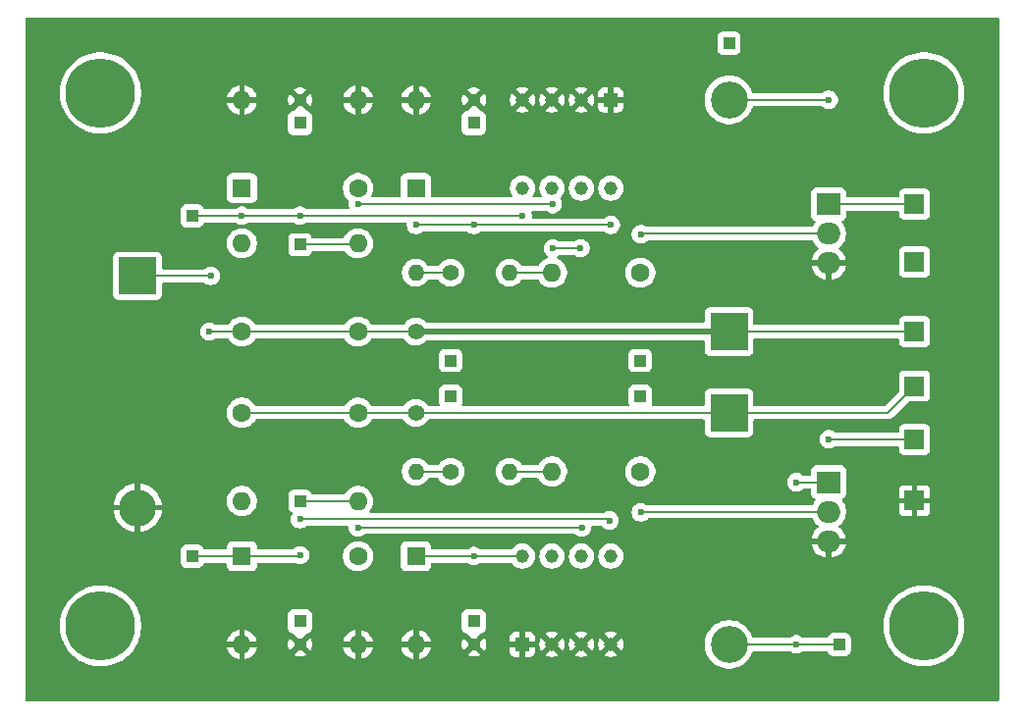
<source format=gbr>
%TF.GenerationSoftware,KiCad,Pcbnew,9.0.1*%
%TF.CreationDate,2025-06-04T18:11:17+03:00*%
%TF.ProjectId,pcb_no_div,7063625f-6e6f-45f6-9469-762e6b696361,rev?*%
%TF.SameCoordinates,Original*%
%TF.FileFunction,Copper,L1,Top*%
%TF.FilePolarity,Positive*%
%FSLAX46Y46*%
G04 Gerber Fmt 4.6, Leading zero omitted, Abs format (unit mm)*
G04 Created by KiCad (PCBNEW 9.0.1) date 2025-06-04 18:11:17*
%MOMM*%
%LPD*%
G01*
G04 APERTURE LIST*
%TA.AperFunction,ComponentPad*%
%ADD10C,1.600000*%
%TD*%
%TA.AperFunction,ComponentPad*%
%ADD11O,1.600000X1.600000*%
%TD*%
%TA.AperFunction,ComponentPad*%
%ADD12R,1.100000X1.100000*%
%TD*%
%TA.AperFunction,ComponentPad*%
%ADD13C,1.100000*%
%TD*%
%TA.AperFunction,ComponentPad*%
%ADD14R,1.160000X1.160000*%
%TD*%
%TA.AperFunction,ComponentPad*%
%ADD15C,1.160000*%
%TD*%
%TA.AperFunction,ComponentPad*%
%ADD16R,1.000000X1.000000*%
%TD*%
%TA.AperFunction,ComponentPad*%
%ADD17C,1.400000*%
%TD*%
%TA.AperFunction,ComponentPad*%
%ADD18O,1.400000X1.400000*%
%TD*%
%TA.AperFunction,ComponentPad*%
%ADD19R,3.200000X3.200000*%
%TD*%
%TA.AperFunction,ComponentPad*%
%ADD20O,3.200000X3.200000*%
%TD*%
%TA.AperFunction,WasherPad*%
%ADD21C,6.000000*%
%TD*%
%TA.AperFunction,ComponentPad*%
%ADD22R,2.000000X1.905000*%
%TD*%
%TA.AperFunction,ComponentPad*%
%ADD23O,2.000000X1.905000*%
%TD*%
%TA.AperFunction,ComponentPad*%
%ADD24R,1.700000X1.700000*%
%TD*%
%TA.AperFunction,ComponentPad*%
%ADD25R,1.600000X1.600000*%
%TD*%
%TA.AperFunction,ViaPad*%
%ADD26C,0.600000*%
%TD*%
%TA.AperFunction,Conductor*%
%ADD27C,0.127000*%
%TD*%
%TA.AperFunction,Conductor*%
%ADD28C,0.500000*%
%TD*%
G04 APERTURE END LIST*
D10*
%TO.P,R_B1,1*%
%TO.N,VDD*%
X77000000Y-63000000D03*
D11*
%TO.P,R_B1,2*%
%TO.N,Net-(IC1-INPUT2-)*%
X77000000Y-55380000D03*
%TD*%
D12*
%TO.P,C_H3,1,+*%
%TO.N,Net-(C_H3-+)*%
X72000000Y-88000000D03*
D13*
%TO.P,C_H3,2,-*%
%TO.N,GND*%
X72000000Y-90000000D03*
%TD*%
D14*
%TO.P,IC1,1,OUTPUT1*%
%TO.N,GND*%
X98810000Y-43000000D03*
D15*
%TO.P,IC1,2,INPUT1-*%
X96270000Y-43000000D03*
%TO.P,IC1,3,INPUT1+*%
X93730000Y-43000000D03*
%TO.P,IC1,4,GND*%
X91190000Y-43000000D03*
%TO.P,IC1,5,INPUT2+*%
%TO.N,Net-(C_H1-+)*%
X91190000Y-50620000D03*
%TO.P,IC1,6,INPUT2-*%
%TO.N,Net-(IC1-INPUT2-)*%
X93730000Y-50620000D03*
%TO.P,IC1,7,OUTPUT2*%
%TO.N,Net-(IC1-OUTPUT2)*%
X96270000Y-50620000D03*
%TO.P,IC1,8,VCC*%
%TO.N,Net-(C_H2-+)*%
X98810000Y-50620000D03*
%TD*%
D16*
%TO.P,TP9,1,1*%
%TO.N,Net-(NMOS_2-G)*%
X101350000Y-65500000D03*
%TD*%
%TO.P,TP6,1,1*%
%TO.N,Net-(IC2-INPUT2-)*%
X72000000Y-77620000D03*
%TD*%
D10*
%TO.P,R_B6,1*%
%TO.N,Net-(IC2-INPUT2-)*%
X77000000Y-82380000D03*
D11*
%TO.P,R_B6,2*%
%TO.N,GND*%
X77000000Y-90000000D03*
%TD*%
D10*
%TO.P,R_B5,1*%
%TO.N,VDD*%
X77000000Y-70000000D03*
D11*
%TO.P,R_B5,2*%
%TO.N,Net-(IC2-INPUT2-)*%
X77000000Y-77620000D03*
%TD*%
D17*
%TO.P,R_B3,1*%
%TO.N,VDD*%
X82000000Y-63000000D03*
D18*
%TO.P,R_B3,2*%
%TO.N,Net-(C_H2-+)*%
X82000000Y-57920000D03*
%TD*%
D19*
%TO.P,D1,1*%
%TO.N,VDD*%
X109000000Y-63000000D03*
D20*
%TO.P,D1,2*%
%TO.N,Net-(NMOS_2-D)*%
X109000000Y-43000000D03*
%TD*%
D16*
%TO.P,TP8,1,1*%
%TO.N,Net-(NMOS_3-D)*%
X118500000Y-90000000D03*
%TD*%
D21*
%TO.P,H3,*%
%TO.N,*%
X125800000Y-42400000D03*
%TD*%
D14*
%TO.P,IC2,1,OUTPUT1*%
%TO.N,GND*%
X91190000Y-90000000D03*
D15*
%TO.P,IC2,2,INPUT1-*%
X93730000Y-90000000D03*
%TO.P,IC2,3,INPUT1+*%
X96270000Y-90000000D03*
%TO.P,IC2,4,GND*%
X98810000Y-90000000D03*
%TO.P,IC2,5,INPUT2+*%
%TO.N,Net-(C_H3-+)*%
X98810000Y-82380000D03*
%TO.P,IC2,6,INPUT2-*%
%TO.N,Net-(IC2-INPUT2-)*%
X96270000Y-82380000D03*
%TO.P,IC2,7,OUTPUT2*%
%TO.N,Net-(IC2-OUTPUT2)*%
X93730000Y-82380000D03*
%TO.P,IC2,8,VCC*%
%TO.N,Net-(C_H4-+)*%
X91190000Y-82380000D03*
%TD*%
D22*
%TO.P,NMOS_2,1,D*%
%TO.N,Net-(NMOS_2-D)*%
X117600000Y-52000000D03*
D23*
%TO.P,NMOS_2,2,G*%
%TO.N,Net-(NMOS_2-G)*%
X117600000Y-54540000D03*
%TO.P,NMOS_2,3,S*%
%TO.N,GND*%
X117600000Y-57080000D03*
%TD*%
D16*
%TO.P,TP10,1,1*%
%TO.N,Net-(NMOS_3-G)*%
X101350000Y-68600000D03*
%TD*%
D21*
%TO.P,H1,*%
%TO.N,*%
X54800000Y-42400000D03*
%TD*%
%TO.P,H2,*%
%TO.N,*%
X125800000Y-88400000D03*
%TD*%
D12*
%TO.P,C_H2,1,+*%
%TO.N,Net-(C_H2-+)*%
X87000000Y-45000000D03*
D13*
%TO.P,C_H2,2,-*%
%TO.N,GND*%
X87000000Y-43000000D03*
%TD*%
D17*
%TO.P,R_B7,1*%
%TO.N,VDD*%
X82000000Y-70000000D03*
D18*
%TO.P,R_B7,2*%
%TO.N,Net-(C_H4-+)*%
X82000000Y-75080000D03*
%TD*%
D16*
%TO.P,TP4,1,1*%
%TO.N,Net-(NMOS_2-D)*%
X109000000Y-38100000D03*
%TD*%
D19*
%TO.P,D2,1*%
%TO.N,VDD*%
X109000000Y-70000000D03*
D20*
%TO.P,D2,2*%
%TO.N,Net-(NMOS_3-D)*%
X109000000Y-90000000D03*
%TD*%
D10*
%TO.P,R_A2,1*%
%TO.N,VDD*%
X67000000Y-70000000D03*
D11*
%TO.P,R_A2,2*%
%TO.N,Net-(C_H3-+)*%
X67000000Y-77620000D03*
%TD*%
D16*
%TO.P,TP3,1,1*%
%TO.N,Net-(C_H2-+)*%
X85000000Y-65500000D03*
%TD*%
D21*
%TO.P,H4,*%
%TO.N,*%
X54800000Y-88400000D03*
%TD*%
D16*
%TO.P,TP5,1,1*%
%TO.N,Net-(C_H3-+)*%
X62700000Y-82400000D03*
%TD*%
D24*
%TO.P,OUTPUT+2,1,Pin_1*%
%TO.N,VDD*%
X125000000Y-67700000D03*
%TD*%
D16*
%TO.P,TP2,1,1*%
%TO.N,Net-(IC1-INPUT2-)*%
X72000000Y-55500000D03*
%TD*%
D24*
%TO.P,GNT_PIN1,1,Pin_1*%
%TO.N,GND*%
X125000000Y-77600000D03*
%TD*%
%TO.P,OUTPUT+1,1,Pin_1*%
%TO.N,VDD*%
X125000000Y-57000000D03*
%TD*%
D17*
%TO.P,R_B4,1*%
%TO.N,Net-(C_H2-+)*%
X85000000Y-57920000D03*
D18*
%TO.P,R_B4,2*%
%TO.N,Net-(IC1-OUTPUT2)*%
X90080000Y-57920000D03*
%TD*%
D10*
%TO.P,R_out_comp2,1*%
%TO.N,Net-(NMOS_2-G)*%
X101350000Y-57920000D03*
D11*
%TO.P,R_out_comp2,2*%
%TO.N,Net-(IC1-OUTPUT2)*%
X93730000Y-57920000D03*
%TD*%
D24*
%TO.P,OUTPUT-1,1,Pin_1*%
%TO.N,Net-(NMOS_2-D)*%
X125000000Y-52000000D03*
%TD*%
D25*
%TO.P,Zener_H1,1,K*%
%TO.N,Net-(C_H2-+)*%
X82000000Y-50620000D03*
D11*
%TO.P,Zener_H1,2,A*%
%TO.N,GND*%
X82000000Y-43000000D03*
%TD*%
D24*
%TO.P,OUTPUT-2,1,Pin_1*%
%TO.N,Net-(NMOS_3-D)*%
X125000000Y-72300000D03*
%TD*%
D16*
%TO.P,TP7,1,1*%
%TO.N,Net-(C_H4-+)*%
X85000000Y-68600000D03*
%TD*%
D25*
%TO.P,Zener_H2,1,K*%
%TO.N,Net-(C_H4-+)*%
X82000000Y-82380000D03*
D11*
%TO.P,Zener_H2,2,A*%
%TO.N,GND*%
X82000000Y-90000000D03*
%TD*%
D17*
%TO.P,R_B8,1*%
%TO.N,Net-(C_H4-+)*%
X85000000Y-75080000D03*
D18*
%TO.P,R_B8,2*%
%TO.N,Net-(IC2-OUTPUT2)*%
X90080000Y-75080000D03*
%TD*%
D25*
%TO.P,Zener_A2,1,K*%
%TO.N,Net-(C_H3-+)*%
X67000000Y-82380000D03*
D11*
%TO.P,Zener_A2,2,A*%
%TO.N,GND*%
X67000000Y-90000000D03*
%TD*%
D10*
%TO.P,R_B2,1*%
%TO.N,Net-(IC1-INPUT2-)*%
X77000000Y-50620000D03*
D11*
%TO.P,R_B2,2*%
%TO.N,GND*%
X77000000Y-43000000D03*
%TD*%
D22*
%TO.P,NMOS_3,1,D*%
%TO.N,Net-(NMOS_3-D)*%
X117600000Y-76000000D03*
D23*
%TO.P,NMOS_3,2,G*%
%TO.N,Net-(NMOS_3-G)*%
X117600000Y-78540000D03*
%TO.P,NMOS_3,3,S*%
%TO.N,GND*%
X117600000Y-81080000D03*
%TD*%
D10*
%TO.P,R_out_comp3,1*%
%TO.N,Net-(NMOS_3-G)*%
X101350000Y-75080000D03*
D11*
%TO.P,R_out_comp3,2*%
%TO.N,Net-(IC2-OUTPUT2)*%
X93730000Y-75080000D03*
%TD*%
D19*
%TO.P,TVS1001,1,K*%
%TO.N,VDD*%
X58000000Y-58200000D03*
D20*
%TO.P,TVS1001,2,A*%
%TO.N,GND*%
X58000000Y-78200000D03*
%TD*%
D25*
%TO.P,Zener_A1,1,K*%
%TO.N,Net-(C_H1-+)*%
X67000000Y-50620000D03*
D11*
%TO.P,Zener_A1,2,A*%
%TO.N,GND*%
X67000000Y-43000000D03*
%TD*%
D24*
%TO.P,VDD_PIN1,1,Pin_1*%
%TO.N,VDD*%
X125000000Y-63000000D03*
%TD*%
D12*
%TO.P,C_H4,1,+*%
%TO.N,Net-(C_H4-+)*%
X87000000Y-88000000D03*
D13*
%TO.P,C_H4,2,-*%
%TO.N,GND*%
X87000000Y-90000000D03*
%TD*%
D10*
%TO.P,R_A1,1*%
%TO.N,VDD*%
X67000000Y-63000000D03*
D11*
%TO.P,R_A1,2*%
%TO.N,Net-(C_H1-+)*%
X67000000Y-55380000D03*
%TD*%
D12*
%TO.P,C_H1,1,+*%
%TO.N,Net-(C_H1-+)*%
X72000000Y-45000000D03*
D13*
%TO.P,C_H1,2,-*%
%TO.N,GND*%
X72000000Y-43000000D03*
%TD*%
D16*
%TO.P,TP1,1,1*%
%TO.N,Net-(C_H1-+)*%
X62700000Y-53000000D03*
%TD*%
D26*
%TO.N,Net-(C_H1-+)*%
X91200000Y-53000000D03*
X72000000Y-53000000D03*
X67000000Y-53000000D03*
%TO.N,Net-(C_H2-+)*%
X82000000Y-53800000D03*
X98800000Y-53800000D03*
X87000000Y-53800000D03*
%TO.N,Net-(C_H3-+)*%
X72000000Y-79200000D03*
X72000000Y-82300000D03*
X98700000Y-79300000D03*
%TO.N,Net-(C_H4-+)*%
X87000000Y-82380000D03*
%TO.N,VDD*%
X64300000Y-58200000D03*
X64200000Y-63000000D03*
%TO.N,Net-(NMOS_2-D)*%
X117600000Y-43000000D03*
%TO.N,Net-(NMOS_3-D)*%
X117600000Y-72300000D03*
X114800000Y-76000000D03*
X114800000Y-90000000D03*
%TO.N,Net-(IC1-OUTPUT2)*%
X93800000Y-55800000D03*
X96200000Y-55800000D03*
%TO.N,Net-(IC1-INPUT2-)*%
X93800000Y-52000000D03*
X77000000Y-52000000D03*
%TO.N,Net-(IC2-INPUT2-)*%
X96300000Y-79900000D03*
X77000000Y-79900000D03*
%TO.N,Net-(NMOS_2-G)*%
X101400000Y-54600000D03*
%TO.N,Net-(NMOS_3-G)*%
X101400000Y-78600000D03*
%TD*%
D27*
%TO.N,Net-(C_H1-+)*%
X62700000Y-53000000D02*
X67000000Y-53000000D01*
X72000000Y-53000000D02*
X91200000Y-53000000D01*
X72000000Y-53000000D02*
X67000000Y-53000000D01*
%TO.N,Net-(C_H2-+)*%
X98800000Y-53800000D02*
X87000000Y-53800000D01*
X85000000Y-57920000D02*
X82000000Y-57920000D01*
X87000000Y-53800000D02*
X82000000Y-53800000D01*
%TO.N,Net-(C_H3-+)*%
X98600000Y-79200000D02*
X98700000Y-79300000D01*
X66980000Y-82400000D02*
X67000000Y-82380000D01*
X72000000Y-79200000D02*
X98600000Y-79200000D01*
X71920000Y-82380000D02*
X72000000Y-82300000D01*
X67000000Y-82380000D02*
X71920000Y-82380000D01*
X62700000Y-82400000D02*
X66980000Y-82400000D01*
%TO.N,Net-(C_H4-+)*%
X87000000Y-82380000D02*
X91190000Y-82380000D01*
X82000000Y-82380000D02*
X87000000Y-82380000D01*
X82000000Y-75080000D02*
X85000000Y-75080000D01*
%TO.N,VDD*%
X82000000Y-63000000D02*
X77000000Y-63000000D01*
X77000000Y-63000000D02*
X67000000Y-63000000D01*
D28*
X109000000Y-63000000D02*
X82000000Y-63000000D01*
D27*
X109055000Y-62945000D02*
X109000000Y-63000000D01*
X125000000Y-63000000D02*
X109000000Y-63000000D01*
X109000000Y-70000000D02*
X122700000Y-70000000D01*
X64300000Y-58200000D02*
X58000000Y-58200000D01*
X67000000Y-63000000D02*
X64200000Y-63000000D01*
X122700000Y-70000000D02*
X125000000Y-67700000D01*
X67000000Y-70000000D02*
X109000000Y-70000000D01*
%TO.N,Net-(NMOS_2-D)*%
X117600000Y-52000000D02*
X125000000Y-52000000D01*
X117600000Y-43000000D02*
X109000000Y-43000000D01*
%TO.N,Net-(NMOS_3-D)*%
X118500000Y-90000000D02*
X114800000Y-90000000D01*
X117600000Y-76000000D02*
X114800000Y-76000000D01*
X125000000Y-72300000D02*
X117600000Y-72300000D01*
X114800000Y-90000000D02*
X109000000Y-90000000D01*
%TO.N,Net-(IC1-OUTPUT2)*%
X96200000Y-55800000D02*
X93800000Y-55800000D01*
X93730000Y-57920000D02*
X90080000Y-57920000D01*
%TO.N,Net-(IC1-INPUT2-)*%
X93800000Y-52000000D02*
X77000000Y-52000000D01*
X76880000Y-55500000D02*
X77000000Y-55380000D01*
X72000000Y-55500000D02*
X76880000Y-55500000D01*
%TO.N,Net-(IC2-INPUT2-)*%
X72000000Y-77620000D02*
X77000000Y-77620000D01*
X77000000Y-79900000D02*
X96300000Y-79900000D01*
%TO.N,Net-(IC2-OUTPUT2)*%
X90080000Y-75080000D02*
X93730000Y-75080000D01*
%TO.N,Net-(NMOS_2-G)*%
X101460000Y-54540000D02*
X117600000Y-54540000D01*
X101400000Y-54600000D02*
X101350000Y-54650000D01*
X101400000Y-54600000D02*
X101460000Y-54540000D01*
%TO.N,Net-(NMOS_3-G)*%
X117600000Y-78540000D02*
X101460000Y-78540000D01*
X101460000Y-78540000D02*
X101400000Y-78600000D01*
%TD*%
%TA.AperFunction,Conductor*%
%TO.N,GND*%
G36*
X132242539Y-35920185D02*
G01*
X132288294Y-35972989D01*
X132299500Y-36024500D01*
X132299500Y-94775500D01*
X132279815Y-94842539D01*
X132227011Y-94888294D01*
X132175500Y-94899500D01*
X48424500Y-94899500D01*
X48357461Y-94879815D01*
X48311706Y-94827011D01*
X48300500Y-94775500D01*
X48300500Y-88228031D01*
X51299500Y-88228031D01*
X51299500Y-88571969D01*
X51303449Y-88612066D01*
X51333210Y-88914249D01*
X51400308Y-89251572D01*
X51500150Y-89580706D01*
X51547735Y-89695586D01*
X51616803Y-89862332D01*
X51631770Y-89898464D01*
X51631772Y-89898469D01*
X51793893Y-90201775D01*
X51793904Y-90201793D01*
X51984975Y-90487751D01*
X51984985Y-90487765D01*
X52203176Y-90753632D01*
X52446367Y-90996823D01*
X52446372Y-90996827D01*
X52446373Y-90996828D01*
X52712240Y-91215019D01*
X52998213Y-91406100D01*
X52998222Y-91406105D01*
X52998224Y-91406106D01*
X53301530Y-91568227D01*
X53301532Y-91568227D01*
X53301538Y-91568231D01*
X53619295Y-91699850D01*
X53948422Y-91799690D01*
X54285750Y-91866789D01*
X54628031Y-91900500D01*
X54628034Y-91900500D01*
X54971966Y-91900500D01*
X54971969Y-91900500D01*
X55314250Y-91866789D01*
X55651578Y-91799690D01*
X55980705Y-91699850D01*
X56298462Y-91568231D01*
X56601787Y-91406100D01*
X56887760Y-91215019D01*
X57153627Y-90996828D01*
X57396828Y-90753627D01*
X57615019Y-90487760D01*
X57806100Y-90201787D01*
X57968231Y-89898462D01*
X58029726Y-89750000D01*
X65723391Y-89750000D01*
X66684314Y-89750000D01*
X66679920Y-89754394D01*
X66627259Y-89845606D01*
X66600000Y-89947339D01*
X66600000Y-90052661D01*
X66627259Y-90154394D01*
X66679920Y-90245606D01*
X66684314Y-90250000D01*
X65723391Y-90250000D01*
X65732009Y-90304413D01*
X65795244Y-90499029D01*
X65888140Y-90681349D01*
X66008417Y-90846894D01*
X66008417Y-90846895D01*
X66153104Y-90991582D01*
X66318650Y-91111859D01*
X66500968Y-91204754D01*
X66695578Y-91267988D01*
X66750000Y-91276607D01*
X66750000Y-90315686D01*
X66754394Y-90320080D01*
X66845606Y-90372741D01*
X66947339Y-90400000D01*
X67052661Y-90400000D01*
X67154394Y-90372741D01*
X67245606Y-90320080D01*
X67250000Y-90315686D01*
X67250000Y-91276606D01*
X67304421Y-91267988D01*
X67499031Y-91204754D01*
X67681349Y-91111859D01*
X67846894Y-90991582D01*
X67846895Y-90991582D01*
X67939857Y-90898620D01*
X71454931Y-90898620D01*
X71454932Y-90898621D01*
X71502633Y-90930495D01*
X71502639Y-90930498D01*
X71693725Y-91009649D01*
X71693733Y-91009651D01*
X71896579Y-91049999D01*
X71896583Y-91050000D01*
X72103417Y-91050000D01*
X72103420Y-91049999D01*
X72306266Y-91009651D01*
X72306274Y-91009649D01*
X72497366Y-90930495D01*
X72545066Y-90898621D01*
X72545067Y-90898620D01*
X72000001Y-90353554D01*
X72000000Y-90353554D01*
X71454931Y-90898620D01*
X67939857Y-90898620D01*
X67991582Y-90846895D01*
X67991582Y-90846894D01*
X68040532Y-90779523D01*
X68111859Y-90681349D01*
X68204755Y-90499029D01*
X68267990Y-90304413D01*
X68276609Y-90250000D01*
X67315686Y-90250000D01*
X67320080Y-90245606D01*
X67372741Y-90154394D01*
X67400000Y-90052661D01*
X67400000Y-89947339D01*
X67386399Y-89896579D01*
X70950000Y-89896579D01*
X70950000Y-90103420D01*
X70990348Y-90306266D01*
X70990350Y-90306274D01*
X71069500Y-90497359D01*
X71101377Y-90545067D01*
X71101378Y-90545067D01*
X71646446Y-90000000D01*
X71600368Y-89953922D01*
X71650000Y-89953922D01*
X71650000Y-90046078D01*
X71673852Y-90135095D01*
X71719930Y-90214905D01*
X71785095Y-90280070D01*
X71864905Y-90326148D01*
X71953922Y-90350000D01*
X72046078Y-90350000D01*
X72135095Y-90326148D01*
X72214905Y-90280070D01*
X72280070Y-90214905D01*
X72326148Y-90135095D01*
X72350000Y-90046078D01*
X72350000Y-89999999D01*
X72353554Y-89999999D01*
X72353554Y-90000000D01*
X72898620Y-90545067D01*
X72898621Y-90545066D01*
X72930495Y-90497366D01*
X73009649Y-90306274D01*
X73009651Y-90306266D01*
X73033022Y-90188775D01*
X73033027Y-90188747D01*
X73050000Y-90103414D01*
X73050000Y-89901993D01*
X73032886Y-89810542D01*
X73020843Y-89750000D01*
X75723391Y-89750000D01*
X76684314Y-89750000D01*
X76679920Y-89754394D01*
X76627259Y-89845606D01*
X76600000Y-89947339D01*
X76600000Y-90052661D01*
X76627259Y-90154394D01*
X76679920Y-90245606D01*
X76684314Y-90250000D01*
X75723391Y-90250000D01*
X75732009Y-90304413D01*
X75795244Y-90499029D01*
X75888140Y-90681349D01*
X76008417Y-90846894D01*
X76008417Y-90846895D01*
X76153104Y-90991582D01*
X76318650Y-91111859D01*
X76500968Y-91204754D01*
X76695578Y-91267988D01*
X76750000Y-91276607D01*
X76750000Y-90315686D01*
X76754394Y-90320080D01*
X76845606Y-90372741D01*
X76947339Y-90400000D01*
X77052661Y-90400000D01*
X77154394Y-90372741D01*
X77245606Y-90320080D01*
X77250000Y-90315686D01*
X77250000Y-91276606D01*
X77304421Y-91267988D01*
X77499031Y-91204754D01*
X77681349Y-91111859D01*
X77846894Y-90991582D01*
X77846895Y-90991582D01*
X77991582Y-90846895D01*
X77991582Y-90846894D01*
X78111859Y-90681349D01*
X78204755Y-90499029D01*
X78267990Y-90304413D01*
X78276609Y-90250000D01*
X77315686Y-90250000D01*
X77320080Y-90245606D01*
X77372741Y-90154394D01*
X77400000Y-90052661D01*
X77400000Y-89947339D01*
X77372741Y-89845606D01*
X77320080Y-89754394D01*
X77315686Y-89750000D01*
X78276609Y-89750000D01*
X80723391Y-89750000D01*
X81684314Y-89750000D01*
X81679920Y-89754394D01*
X81627259Y-89845606D01*
X81600000Y-89947339D01*
X81600000Y-90052661D01*
X81627259Y-90154394D01*
X81679920Y-90245606D01*
X81684314Y-90250000D01*
X80723391Y-90250000D01*
X80732009Y-90304413D01*
X80795244Y-90499029D01*
X80888140Y-90681349D01*
X81008417Y-90846894D01*
X81008417Y-90846895D01*
X81153104Y-90991582D01*
X81318650Y-91111859D01*
X81500968Y-91204754D01*
X81695578Y-91267988D01*
X81750000Y-91276607D01*
X81750000Y-90315686D01*
X81754394Y-90320080D01*
X81845606Y-90372741D01*
X81947339Y-90400000D01*
X82052661Y-90400000D01*
X82154394Y-90372741D01*
X82245606Y-90320080D01*
X82250000Y-90315686D01*
X82250000Y-91276606D01*
X82304421Y-91267988D01*
X82499031Y-91204754D01*
X82681349Y-91111859D01*
X82846894Y-90991582D01*
X82846895Y-90991582D01*
X82939857Y-90898620D01*
X86454931Y-90898620D01*
X86454932Y-90898621D01*
X86502633Y-90930495D01*
X86502639Y-90930498D01*
X86693725Y-91009649D01*
X86693733Y-91009651D01*
X86896579Y-91049999D01*
X86896583Y-91050000D01*
X87103417Y-91050000D01*
X87103420Y-91049999D01*
X87306266Y-91009651D01*
X87306274Y-91009649D01*
X87497366Y-90930495D01*
X87545066Y-90898621D01*
X87545067Y-90898620D01*
X87000001Y-90353554D01*
X87000000Y-90353554D01*
X86454931Y-90898620D01*
X82939857Y-90898620D01*
X82991582Y-90846895D01*
X82991582Y-90846894D01*
X83040532Y-90779523D01*
X83111859Y-90681349D01*
X83204755Y-90499029D01*
X83267990Y-90304413D01*
X83276609Y-90250000D01*
X82315686Y-90250000D01*
X82320080Y-90245606D01*
X82372741Y-90154394D01*
X82400000Y-90052661D01*
X82400000Y-89947339D01*
X82386399Y-89896579D01*
X85950000Y-89896579D01*
X85950000Y-90103420D01*
X85990348Y-90306266D01*
X85990350Y-90306274D01*
X86069500Y-90497359D01*
X86101377Y-90545067D01*
X86101378Y-90545067D01*
X86646446Y-90000000D01*
X86600368Y-89953922D01*
X86650000Y-89953922D01*
X86650000Y-90046078D01*
X86673852Y-90135095D01*
X86719930Y-90214905D01*
X86785095Y-90280070D01*
X86864905Y-90326148D01*
X86953922Y-90350000D01*
X87046078Y-90350000D01*
X87135095Y-90326148D01*
X87214905Y-90280070D01*
X87280070Y-90214905D01*
X87326148Y-90135095D01*
X87350000Y-90046078D01*
X87350000Y-89999999D01*
X87353554Y-89999999D01*
X87353554Y-90000001D01*
X87898620Y-90545067D01*
X87898621Y-90545066D01*
X87930495Y-90497366D01*
X88009649Y-90306274D01*
X88009651Y-90306266D01*
X88035864Y-90174483D01*
X88035871Y-90174447D01*
X88050000Y-90103413D01*
X88050000Y-89896583D01*
X88049999Y-89896579D01*
X88009651Y-89693733D01*
X88009649Y-89693725D01*
X87930498Y-89502639D01*
X87930495Y-89502633D01*
X87898621Y-89454932D01*
X87898620Y-89454931D01*
X87353554Y-89999999D01*
X87350000Y-89999999D01*
X87350000Y-89953922D01*
X87326148Y-89864905D01*
X87280070Y-89785095D01*
X87214905Y-89719930D01*
X87135095Y-89673852D01*
X87046078Y-89650000D01*
X86953922Y-89650000D01*
X86864905Y-89673852D01*
X86785095Y-89719930D01*
X86719930Y-89785095D01*
X86673852Y-89864905D01*
X86650000Y-89953922D01*
X86600368Y-89953922D01*
X86101378Y-89454932D01*
X86101377Y-89454932D01*
X86069505Y-89502631D01*
X86069500Y-89502641D01*
X85990350Y-89693725D01*
X85990348Y-89693733D01*
X85950000Y-89896579D01*
X82386399Y-89896579D01*
X82372741Y-89845606D01*
X82320080Y-89754394D01*
X82315686Y-89750000D01*
X83276609Y-89750000D01*
X83267990Y-89695586D01*
X83204755Y-89500970D01*
X83111859Y-89318650D01*
X82991582Y-89153105D01*
X82991582Y-89153104D01*
X82846895Y-89008417D01*
X82681349Y-88888140D01*
X82499029Y-88795244D01*
X82304413Y-88732009D01*
X82250000Y-88723390D01*
X82250000Y-89684314D01*
X82245606Y-89679920D01*
X82154394Y-89627259D01*
X82052661Y-89600000D01*
X81947339Y-89600000D01*
X81845606Y-89627259D01*
X81754394Y-89679920D01*
X81750000Y-89684314D01*
X81750000Y-88723390D01*
X81695586Y-88732009D01*
X81500970Y-88795244D01*
X81318650Y-88888140D01*
X81153105Y-89008417D01*
X81153104Y-89008417D01*
X81008417Y-89153104D01*
X81008417Y-89153105D01*
X80888140Y-89318650D01*
X80795244Y-89500970D01*
X80732009Y-89695586D01*
X80723391Y-89750000D01*
X78276609Y-89750000D01*
X78267990Y-89695586D01*
X78204755Y-89500970D01*
X78111859Y-89318650D01*
X77991582Y-89153105D01*
X77991582Y-89153104D01*
X77846895Y-89008417D01*
X77681349Y-88888140D01*
X77499029Y-88795244D01*
X77304413Y-88732009D01*
X77250000Y-88723390D01*
X77250000Y-89684314D01*
X77245606Y-89679920D01*
X77154394Y-89627259D01*
X77052661Y-89600000D01*
X76947339Y-89600000D01*
X76845606Y-89627259D01*
X76754394Y-89679920D01*
X76750000Y-89684314D01*
X76750000Y-88723390D01*
X76695586Y-88732009D01*
X76500970Y-88795244D01*
X76318650Y-88888140D01*
X76153105Y-89008417D01*
X76153104Y-89008417D01*
X76008417Y-89153104D01*
X76008417Y-89153105D01*
X75888140Y-89318650D01*
X75795244Y-89500970D01*
X75732009Y-89695586D01*
X75723391Y-89750000D01*
X73020843Y-89750000D01*
X73009651Y-89693733D01*
X73009649Y-89693725D01*
X72930498Y-89502639D01*
X72930495Y-89502633D01*
X72898621Y-89454932D01*
X72898620Y-89454931D01*
X72353554Y-89999999D01*
X72350000Y-89999999D01*
X72350000Y-89953922D01*
X72326148Y-89864905D01*
X72280070Y-89785095D01*
X72214905Y-89719930D01*
X72135095Y-89673852D01*
X72046078Y-89650000D01*
X71953922Y-89650000D01*
X71864905Y-89673852D01*
X71785095Y-89719930D01*
X71719930Y-89785095D01*
X71673852Y-89864905D01*
X71650000Y-89953922D01*
X71600368Y-89953922D01*
X71101378Y-89454932D01*
X71101377Y-89454932D01*
X71069505Y-89502631D01*
X71069500Y-89502641D01*
X70990350Y-89693725D01*
X70990348Y-89693733D01*
X70950000Y-89896579D01*
X67386399Y-89896579D01*
X67372741Y-89845606D01*
X67320080Y-89754394D01*
X67315686Y-89750000D01*
X68276609Y-89750000D01*
X68267990Y-89695586D01*
X68204755Y-89500970D01*
X68111859Y-89318650D01*
X67991582Y-89153105D01*
X67991582Y-89153104D01*
X67846895Y-89008417D01*
X67681349Y-88888140D01*
X67499029Y-88795244D01*
X67304413Y-88732009D01*
X67250000Y-88723390D01*
X67250000Y-89684314D01*
X67245606Y-89679920D01*
X67154394Y-89627259D01*
X67052661Y-89600000D01*
X66947339Y-89600000D01*
X66845606Y-89627259D01*
X66754394Y-89679920D01*
X66750000Y-89684314D01*
X66750000Y-88723390D01*
X66695586Y-88732009D01*
X66500970Y-88795244D01*
X66318650Y-88888140D01*
X66153105Y-89008417D01*
X66153104Y-89008417D01*
X66008417Y-89153104D01*
X66008417Y-89153105D01*
X65888140Y-89318650D01*
X65795244Y-89500970D01*
X65732009Y-89695586D01*
X65723391Y-89750000D01*
X58029726Y-89750000D01*
X58099850Y-89580705D01*
X58199690Y-89251578D01*
X58266789Y-88914250D01*
X58300500Y-88571969D01*
X58300500Y-88228031D01*
X58266789Y-87885750D01*
X58199690Y-87548422D01*
X58155314Y-87402135D01*
X70949500Y-87402135D01*
X70949500Y-88597870D01*
X70949501Y-88597876D01*
X70955908Y-88657483D01*
X71006202Y-88792328D01*
X71006206Y-88792335D01*
X71092452Y-88907544D01*
X71092455Y-88907547D01*
X71207664Y-88993793D01*
X71207671Y-88993797D01*
X71246870Y-89008417D01*
X71342517Y-89044091D01*
X71360794Y-89046056D01*
X71425343Y-89072793D01*
X71435218Y-89081664D01*
X72000000Y-89646446D01*
X72000001Y-89646446D01*
X72564780Y-89081664D01*
X72626103Y-89048179D01*
X72639207Y-89046055D01*
X72657483Y-89044091D01*
X72792331Y-88993796D01*
X72907546Y-88907546D01*
X72993796Y-88792331D01*
X73044091Y-88657483D01*
X73050500Y-88597873D01*
X73050499Y-87402135D01*
X85949500Y-87402135D01*
X85949500Y-88597870D01*
X85949501Y-88597876D01*
X85955908Y-88657483D01*
X86006202Y-88792328D01*
X86006206Y-88792335D01*
X86092452Y-88907544D01*
X86092455Y-88907547D01*
X86207664Y-88993793D01*
X86207671Y-88993797D01*
X86246870Y-89008417D01*
X86342517Y-89044091D01*
X86360794Y-89046056D01*
X86425343Y-89072793D01*
X86435218Y-89081664D01*
X87000000Y-89646446D01*
X87000001Y-89646446D01*
X87274291Y-89372155D01*
X90110000Y-89372155D01*
X90110000Y-89750000D01*
X90902599Y-89750000D01*
X90885924Y-89766675D01*
X90835896Y-89853325D01*
X90810000Y-89949972D01*
X90810000Y-90050028D01*
X90835896Y-90146675D01*
X90885924Y-90233325D01*
X90902599Y-90250000D01*
X90110000Y-90250000D01*
X90110000Y-90627844D01*
X90116401Y-90687372D01*
X90116403Y-90687379D01*
X90166645Y-90822086D01*
X90166649Y-90822093D01*
X90252809Y-90937187D01*
X90252812Y-90937190D01*
X90367906Y-91023350D01*
X90367913Y-91023354D01*
X90502620Y-91073596D01*
X90502627Y-91073598D01*
X90562155Y-91079999D01*
X90562172Y-91080000D01*
X90940000Y-91080000D01*
X90940000Y-90287401D01*
X90956675Y-90304076D01*
X91043325Y-90354104D01*
X91139972Y-90380000D01*
X91240028Y-90380000D01*
X91336675Y-90354104D01*
X91423325Y-90304076D01*
X91440000Y-90287401D01*
X91440000Y-91080000D01*
X91817828Y-91080000D01*
X91817844Y-91079999D01*
X91877372Y-91073598D01*
X91877379Y-91073596D01*
X92012086Y-91023354D01*
X92012093Y-91023350D01*
X92127187Y-90937190D01*
X92127190Y-90937187D01*
X92213352Y-90822090D01*
X92263596Y-90687379D01*
X92263598Y-90687372D01*
X92269999Y-90627844D01*
X92270000Y-90627827D01*
X92270000Y-90250000D01*
X91477401Y-90250000D01*
X91494076Y-90233325D01*
X91544104Y-90146675D01*
X91570000Y-90050028D01*
X91570000Y-89949972D01*
X91560628Y-89914996D01*
X92650000Y-89914996D01*
X92650000Y-90085003D01*
X92676593Y-90252902D01*
X92729122Y-90414573D01*
X92729123Y-90414576D01*
X92806302Y-90566045D01*
X92808027Y-90568418D01*
X93350000Y-90026445D01*
X93350000Y-90050028D01*
X93375896Y-90146675D01*
X93425924Y-90233325D01*
X93496675Y-90304076D01*
X93583325Y-90354104D01*
X93679972Y-90380000D01*
X93703553Y-90380000D01*
X93161580Y-90921971D01*
X93163955Y-90923698D01*
X93315423Y-91000876D01*
X93315426Y-91000877D01*
X93477097Y-91053406D01*
X93644997Y-91080000D01*
X93815003Y-91080000D01*
X93982902Y-91053406D01*
X94144573Y-91000877D01*
X94144576Y-91000876D01*
X94296040Y-90923700D01*
X94296042Y-90923699D01*
X94298418Y-90921971D01*
X93756448Y-90380000D01*
X93780028Y-90380000D01*
X93876675Y-90354104D01*
X93963325Y-90304076D01*
X94034076Y-90233325D01*
X94084104Y-90146675D01*
X94110000Y-90050028D01*
X94110000Y-90026447D01*
X94651971Y-90568418D01*
X94653699Y-90566042D01*
X94653700Y-90566040D01*
X94730876Y-90414576D01*
X94730877Y-90414573D01*
X94783406Y-90252902D01*
X94810000Y-90085003D01*
X94810000Y-89914996D01*
X95190000Y-89914996D01*
X95190000Y-90085003D01*
X95216593Y-90252902D01*
X95269122Y-90414573D01*
X95269123Y-90414576D01*
X95346302Y-90566045D01*
X95348027Y-90568418D01*
X95890000Y-90026445D01*
X95890000Y-90050028D01*
X95915896Y-90146675D01*
X95965924Y-90233325D01*
X96036675Y-90304076D01*
X96123325Y-90354104D01*
X96219972Y-90380000D01*
X96243553Y-90380000D01*
X95701580Y-90921971D01*
X95703955Y-90923698D01*
X95855423Y-91000876D01*
X95855426Y-91000877D01*
X96017097Y-91053406D01*
X96184997Y-91080000D01*
X96355003Y-91080000D01*
X96522902Y-91053406D01*
X96684573Y-91000877D01*
X96684576Y-91000876D01*
X96836040Y-90923700D01*
X96836042Y-90923699D01*
X96838418Y-90921971D01*
X96296448Y-90380000D01*
X96320028Y-90380000D01*
X96416675Y-90354104D01*
X96503325Y-90304076D01*
X96574076Y-90233325D01*
X96624104Y-90146675D01*
X96650000Y-90050028D01*
X96650000Y-90026447D01*
X97191971Y-90568418D01*
X97193699Y-90566042D01*
X97193700Y-90566040D01*
X97270876Y-90414576D01*
X97270877Y-90414573D01*
X97323406Y-90252902D01*
X97350000Y-90085003D01*
X97350000Y-89914996D01*
X97730000Y-89914996D01*
X97730000Y-90085003D01*
X97756593Y-90252902D01*
X97809122Y-90414573D01*
X97809123Y-90414576D01*
X97886302Y-90566045D01*
X97888027Y-90568418D01*
X98430000Y-90026445D01*
X98430000Y-90050028D01*
X98455896Y-90146675D01*
X98505924Y-90233325D01*
X98576675Y-90304076D01*
X98663325Y-90354104D01*
X98759972Y-90380000D01*
X98783553Y-90380000D01*
X98241580Y-90921971D01*
X98243955Y-90923698D01*
X98395423Y-91000876D01*
X98395426Y-91000877D01*
X98557097Y-91053406D01*
X98724997Y-91080000D01*
X98895003Y-91080000D01*
X99062902Y-91053406D01*
X99224573Y-91000877D01*
X99224576Y-91000876D01*
X99376040Y-90923700D01*
X99376042Y-90923699D01*
X99378418Y-90921971D01*
X98836448Y-90380000D01*
X98860028Y-90380000D01*
X98956675Y-90354104D01*
X99043325Y-90304076D01*
X99114076Y-90233325D01*
X99164104Y-90146675D01*
X99190000Y-90050028D01*
X99190000Y-90026447D01*
X99731971Y-90568418D01*
X99733699Y-90566042D01*
X99733700Y-90566040D01*
X99810876Y-90414576D01*
X99810877Y-90414573D01*
X99863406Y-90252902D01*
X99890000Y-90085003D01*
X99890000Y-89914997D01*
X99884087Y-89877666D01*
X99884087Y-89877665D01*
X99881658Y-89862332D01*
X106899500Y-89862332D01*
X106899500Y-90137667D01*
X106899501Y-90137684D01*
X106935438Y-90410655D01*
X106935439Y-90410660D01*
X106935440Y-90410666D01*
X106935441Y-90410668D01*
X107006704Y-90676630D01*
X107112075Y-90931017D01*
X107112080Y-90931028D01*
X107182736Y-91053406D01*
X107249751Y-91169479D01*
X107249753Y-91169482D01*
X107249754Y-91169483D01*
X107417370Y-91387926D01*
X107417376Y-91387933D01*
X107612066Y-91582623D01*
X107612072Y-91582628D01*
X107830521Y-91750249D01*
X107983778Y-91838732D01*
X108068971Y-91887919D01*
X108068976Y-91887921D01*
X108068979Y-91887923D01*
X108323368Y-91993295D01*
X108589334Y-92064560D01*
X108862326Y-92100500D01*
X108862333Y-92100500D01*
X109137667Y-92100500D01*
X109137674Y-92100500D01*
X109410666Y-92064560D01*
X109676632Y-91993295D01*
X109931021Y-91887923D01*
X110169479Y-91750249D01*
X110387928Y-91582628D01*
X110582628Y-91387928D01*
X110750249Y-91169479D01*
X110887923Y-90931021D01*
X110993295Y-90676632D01*
X110998848Y-90655904D01*
X111035214Y-90596246D01*
X111098061Y-90565717D01*
X111118623Y-90564000D01*
X114180559Y-90564000D01*
X114247598Y-90583685D01*
X114268240Y-90600319D01*
X114289707Y-90621786D01*
X114289711Y-90621789D01*
X114420814Y-90709390D01*
X114420827Y-90709397D01*
X114566498Y-90769735D01*
X114566503Y-90769737D01*
X114721153Y-90800499D01*
X114721156Y-90800500D01*
X114721158Y-90800500D01*
X114878844Y-90800500D01*
X114878845Y-90800499D01*
X115033497Y-90769737D01*
X115179179Y-90709394D01*
X115310289Y-90621789D01*
X115310292Y-90621786D01*
X115331760Y-90600319D01*
X115393083Y-90566834D01*
X115419441Y-90564000D01*
X117403595Y-90564000D01*
X117470634Y-90583685D01*
X117516389Y-90636489D01*
X117519777Y-90644667D01*
X117556202Y-90742328D01*
X117556206Y-90742335D01*
X117642452Y-90857544D01*
X117642455Y-90857547D01*
X117757664Y-90943793D01*
X117757671Y-90943797D01*
X117892517Y-90994091D01*
X117892516Y-90994091D01*
X117899444Y-90994835D01*
X117952127Y-91000500D01*
X119047872Y-91000499D01*
X119107483Y-90994091D01*
X119242331Y-90943796D01*
X119357546Y-90857546D01*
X119443796Y-90742331D01*
X119494091Y-90607483D01*
X119500500Y-90547873D01*
X119500499Y-89452128D01*
X119494091Y-89392517D01*
X119488755Y-89378211D01*
X119443797Y-89257671D01*
X119443793Y-89257664D01*
X119357547Y-89142455D01*
X119357544Y-89142452D01*
X119242335Y-89056206D01*
X119242328Y-89056202D01*
X119107482Y-89005908D01*
X119107483Y-89005908D01*
X119047883Y-88999501D01*
X119047881Y-88999500D01*
X119047873Y-88999500D01*
X119047864Y-88999500D01*
X117952129Y-88999500D01*
X117952123Y-88999501D01*
X117892516Y-89005908D01*
X117757671Y-89056202D01*
X117757664Y-89056206D01*
X117642455Y-89142452D01*
X117642452Y-89142455D01*
X117556206Y-89257664D01*
X117556202Y-89257671D01*
X117519777Y-89355333D01*
X117477906Y-89411267D01*
X117412441Y-89435684D01*
X117403595Y-89436000D01*
X115419441Y-89436000D01*
X115352402Y-89416315D01*
X115331760Y-89399681D01*
X115310292Y-89378213D01*
X115310288Y-89378210D01*
X115179185Y-89290609D01*
X115179172Y-89290602D01*
X115033501Y-89230264D01*
X115033489Y-89230261D01*
X114878845Y-89199500D01*
X114878842Y-89199500D01*
X114721158Y-89199500D01*
X114721155Y-89199500D01*
X114566510Y-89230261D01*
X114566498Y-89230264D01*
X114420827Y-89290602D01*
X114420814Y-89290609D01*
X114289711Y-89378210D01*
X114289707Y-89378213D01*
X114268240Y-89399681D01*
X114206917Y-89433166D01*
X114180559Y-89436000D01*
X111118623Y-89436000D01*
X111051584Y-89416315D01*
X111005829Y-89363511D01*
X110998848Y-89344094D01*
X110993295Y-89323368D01*
X110887923Y-89068979D01*
X110887920Y-89068974D01*
X110887919Y-89068971D01*
X110817263Y-88946593D01*
X110750249Y-88830521D01*
X110582628Y-88612072D01*
X110582623Y-88612066D01*
X110387933Y-88417376D01*
X110387926Y-88417370D01*
X110265413Y-88323363D01*
X110169483Y-88249754D01*
X110169482Y-88249753D01*
X110169479Y-88249751D01*
X110131859Y-88228031D01*
X122299500Y-88228031D01*
X122299500Y-88571969D01*
X122303449Y-88612066D01*
X122333210Y-88914249D01*
X122400308Y-89251572D01*
X122500150Y-89580706D01*
X122547735Y-89695586D01*
X122616803Y-89862332D01*
X122631770Y-89898464D01*
X122631772Y-89898469D01*
X122793893Y-90201775D01*
X122793904Y-90201793D01*
X122984975Y-90487751D01*
X122984985Y-90487765D01*
X123203176Y-90753632D01*
X123446367Y-90996823D01*
X123446372Y-90996827D01*
X123446373Y-90996828D01*
X123712240Y-91215019D01*
X123998213Y-91406100D01*
X123998222Y-91406105D01*
X123998224Y-91406106D01*
X124301530Y-91568227D01*
X124301532Y-91568227D01*
X124301538Y-91568231D01*
X124619295Y-91699850D01*
X124948422Y-91799690D01*
X125285750Y-91866789D01*
X125628031Y-91900500D01*
X125628034Y-91900500D01*
X125971966Y-91900500D01*
X125971969Y-91900500D01*
X126314250Y-91866789D01*
X126651578Y-91799690D01*
X126980705Y-91699850D01*
X127298462Y-91568231D01*
X127601787Y-91406100D01*
X127887760Y-91215019D01*
X128153627Y-90996828D01*
X128396828Y-90753627D01*
X128615019Y-90487760D01*
X128806100Y-90201787D01*
X128968231Y-89898462D01*
X129099850Y-89580705D01*
X129199690Y-89251578D01*
X129266789Y-88914250D01*
X129300500Y-88571969D01*
X129300500Y-88228031D01*
X129266789Y-87885750D01*
X129199690Y-87548422D01*
X129099850Y-87219295D01*
X128968231Y-86901538D01*
X128806100Y-86598213D01*
X128615019Y-86312240D01*
X128396828Y-86046373D01*
X128396827Y-86046372D01*
X128396823Y-86046367D01*
X128153632Y-85803176D01*
X127887765Y-85584985D01*
X127887764Y-85584984D01*
X127887760Y-85584981D01*
X127601787Y-85393900D01*
X127601782Y-85393897D01*
X127601775Y-85393893D01*
X127298469Y-85231772D01*
X127298464Y-85231770D01*
X126980706Y-85100150D01*
X126651572Y-85000308D01*
X126314248Y-84933210D01*
X126314249Y-84933210D01*
X126056456Y-84907821D01*
X125971969Y-84899500D01*
X125628031Y-84899500D01*
X125549966Y-84907188D01*
X125285750Y-84933210D01*
X124948427Y-85000308D01*
X124619293Y-85100150D01*
X124301535Y-85231770D01*
X124301530Y-85231772D01*
X123998224Y-85393893D01*
X123998206Y-85393904D01*
X123712248Y-85584975D01*
X123712234Y-85584985D01*
X123446367Y-85803176D01*
X123203176Y-86046367D01*
X122984985Y-86312234D01*
X122984975Y-86312248D01*
X122793904Y-86598206D01*
X122793893Y-86598224D01*
X122631772Y-86901530D01*
X122631770Y-86901535D01*
X122500150Y-87219293D01*
X122400308Y-87548427D01*
X122333210Y-87885750D01*
X122321298Y-88006704D01*
X122299500Y-88228031D01*
X110131859Y-88228031D01*
X110074407Y-88194861D01*
X109931028Y-88112080D01*
X109931017Y-88112075D01*
X109676630Y-88006704D01*
X109543649Y-87971072D01*
X109410666Y-87935440D01*
X109410660Y-87935439D01*
X109410655Y-87935438D01*
X109137684Y-87899501D01*
X109137679Y-87899500D01*
X109137674Y-87899500D01*
X108862326Y-87899500D01*
X108862320Y-87899500D01*
X108862315Y-87899501D01*
X108589344Y-87935438D01*
X108589337Y-87935439D01*
X108589334Y-87935440D01*
X108533125Y-87950500D01*
X108323369Y-88006704D01*
X108068982Y-88112075D01*
X108068971Y-88112080D01*
X107830516Y-88249754D01*
X107612073Y-88417370D01*
X107612066Y-88417376D01*
X107417376Y-88612066D01*
X107417370Y-88612073D01*
X107249754Y-88830516D01*
X107112080Y-89068971D01*
X107112075Y-89068982D01*
X107006704Y-89323369D01*
X106935441Y-89589331D01*
X106935438Y-89589344D01*
X106899501Y-89862315D01*
X106899500Y-89862332D01*
X99881658Y-89862332D01*
X99863406Y-89747097D01*
X99810877Y-89585426D01*
X99810876Y-89585423D01*
X99733698Y-89433955D01*
X99731971Y-89431580D01*
X99190000Y-89973551D01*
X99190000Y-89949972D01*
X99164104Y-89853325D01*
X99114076Y-89766675D01*
X99043325Y-89695924D01*
X98956675Y-89645896D01*
X98860028Y-89620000D01*
X98836447Y-89620000D01*
X99378419Y-89078027D01*
X99376045Y-89076302D01*
X99224576Y-88999123D01*
X99224573Y-88999122D01*
X99062902Y-88946593D01*
X98895003Y-88920000D01*
X98724997Y-88920000D01*
X98557097Y-88946593D01*
X98395426Y-88999122D01*
X98395423Y-88999123D01*
X98243962Y-89076298D01*
X98243951Y-89076304D01*
X98241579Y-89078027D01*
X98783554Y-89620000D01*
X98759972Y-89620000D01*
X98663325Y-89645896D01*
X98576675Y-89695924D01*
X98505924Y-89766675D01*
X98455896Y-89853325D01*
X98430000Y-89949972D01*
X98430000Y-89973552D01*
X97888027Y-89431579D01*
X97886304Y-89433951D01*
X97886298Y-89433962D01*
X97809123Y-89585423D01*
X97809122Y-89585426D01*
X97756593Y-89747097D01*
X97730000Y-89914996D01*
X97350000Y-89914996D01*
X97323406Y-89747097D01*
X97270877Y-89585426D01*
X97270876Y-89585423D01*
X97193698Y-89433955D01*
X97191971Y-89431580D01*
X96650000Y-89973551D01*
X96650000Y-89949972D01*
X96624104Y-89853325D01*
X96574076Y-89766675D01*
X96503325Y-89695924D01*
X96416675Y-89645896D01*
X96320028Y-89620000D01*
X96296447Y-89620000D01*
X96838418Y-89078027D01*
X96836045Y-89076302D01*
X96684576Y-88999123D01*
X96684573Y-88999122D01*
X96522902Y-88946593D01*
X96355003Y-88920000D01*
X96184997Y-88920000D01*
X96017097Y-88946593D01*
X95855426Y-88999122D01*
X95855423Y-88999123D01*
X95703962Y-89076298D01*
X95703951Y-89076304D01*
X95701579Y-89078027D01*
X96243554Y-89620000D01*
X96219972Y-89620000D01*
X96123325Y-89645896D01*
X96036675Y-89695924D01*
X95965924Y-89766675D01*
X95915896Y-89853325D01*
X95890000Y-89949972D01*
X95890000Y-89973552D01*
X95348027Y-89431579D01*
X95346304Y-89433951D01*
X95346298Y-89433962D01*
X95269123Y-89585423D01*
X95269122Y-89585426D01*
X95216593Y-89747097D01*
X95190000Y-89914996D01*
X94810000Y-89914996D01*
X94783406Y-89747097D01*
X94730877Y-89585426D01*
X94730876Y-89585423D01*
X94653698Y-89433955D01*
X94651971Y-89431580D01*
X94110000Y-89973551D01*
X94110000Y-89949972D01*
X94084104Y-89853325D01*
X94034076Y-89766675D01*
X93963325Y-89695924D01*
X93876675Y-89645896D01*
X93780028Y-89620000D01*
X93756447Y-89620000D01*
X94298418Y-89078027D01*
X94296045Y-89076302D01*
X94144576Y-88999123D01*
X94144573Y-88999122D01*
X93982902Y-88946593D01*
X93815003Y-88920000D01*
X93644997Y-88920000D01*
X93477097Y-88946593D01*
X93315426Y-88999122D01*
X93315423Y-88999123D01*
X93163962Y-89076298D01*
X93163951Y-89076304D01*
X93161579Y-89078027D01*
X93703554Y-89620000D01*
X93679972Y-89620000D01*
X93583325Y-89645896D01*
X93496675Y-89695924D01*
X93425924Y-89766675D01*
X93375896Y-89853325D01*
X93350000Y-89949972D01*
X93350000Y-89973552D01*
X92808027Y-89431579D01*
X92806304Y-89433951D01*
X92806298Y-89433962D01*
X92729123Y-89585423D01*
X92729122Y-89585426D01*
X92676593Y-89747097D01*
X92650000Y-89914996D01*
X91560628Y-89914996D01*
X91544104Y-89853325D01*
X91494076Y-89766675D01*
X91477401Y-89750000D01*
X92270000Y-89750000D01*
X92270000Y-89372172D01*
X92269999Y-89372155D01*
X92263598Y-89312627D01*
X92263596Y-89312620D01*
X92213353Y-89177911D01*
X92213351Y-89177908D01*
X92127190Y-89062812D01*
X92127187Y-89062809D01*
X92012093Y-88976649D01*
X92012086Y-88976645D01*
X91877379Y-88926403D01*
X91877372Y-88926401D01*
X91817844Y-88920000D01*
X91440000Y-88920000D01*
X91440000Y-89712599D01*
X91423325Y-89695924D01*
X91336675Y-89645896D01*
X91240028Y-89620000D01*
X91139972Y-89620000D01*
X91043325Y-89645896D01*
X90956675Y-89695924D01*
X90940000Y-89712599D01*
X90940000Y-88920000D01*
X90562155Y-88920000D01*
X90502627Y-88926401D01*
X90502620Y-88926403D01*
X90367913Y-88976645D01*
X90367906Y-88976649D01*
X90252812Y-89062809D01*
X90252809Y-89062812D01*
X90166649Y-89177906D01*
X90166645Y-89177913D01*
X90116403Y-89312620D01*
X90116401Y-89312627D01*
X90110000Y-89372155D01*
X87274291Y-89372155D01*
X87564780Y-89081664D01*
X87626103Y-89048179D01*
X87639207Y-89046055D01*
X87657483Y-89044091D01*
X87792331Y-88993796D01*
X87907546Y-88907546D01*
X87993796Y-88792331D01*
X88044091Y-88657483D01*
X88050500Y-88597873D01*
X88050499Y-87402128D01*
X88044091Y-87342517D01*
X87998131Y-87219293D01*
X87993797Y-87207671D01*
X87993793Y-87207664D01*
X87907547Y-87092455D01*
X87907544Y-87092452D01*
X87792335Y-87006206D01*
X87792328Y-87006202D01*
X87657482Y-86955908D01*
X87657483Y-86955908D01*
X87597883Y-86949501D01*
X87597881Y-86949500D01*
X87597873Y-86949500D01*
X87597864Y-86949500D01*
X86402129Y-86949500D01*
X86402123Y-86949501D01*
X86342516Y-86955908D01*
X86207671Y-87006202D01*
X86207664Y-87006206D01*
X86092455Y-87092452D01*
X86092452Y-87092455D01*
X86006206Y-87207664D01*
X86006202Y-87207671D01*
X85955908Y-87342517D01*
X85949501Y-87402116D01*
X85949501Y-87402123D01*
X85949500Y-87402135D01*
X73050499Y-87402135D01*
X73050499Y-87402128D01*
X73044091Y-87342517D01*
X72998131Y-87219293D01*
X72993797Y-87207671D01*
X72993793Y-87207664D01*
X72907547Y-87092455D01*
X72907544Y-87092452D01*
X72792335Y-87006206D01*
X72792328Y-87006202D01*
X72657482Y-86955908D01*
X72657483Y-86955908D01*
X72597883Y-86949501D01*
X72597881Y-86949500D01*
X72597873Y-86949500D01*
X72597864Y-86949500D01*
X71402129Y-86949500D01*
X71402123Y-86949501D01*
X71342516Y-86955908D01*
X71207671Y-87006202D01*
X71207664Y-87006206D01*
X71092455Y-87092452D01*
X71092452Y-87092455D01*
X71006206Y-87207664D01*
X71006202Y-87207671D01*
X70955908Y-87342517D01*
X70949501Y-87402116D01*
X70949501Y-87402123D01*
X70949500Y-87402135D01*
X58155314Y-87402135D01*
X58099850Y-87219295D01*
X57968231Y-86901538D01*
X57806100Y-86598213D01*
X57615019Y-86312240D01*
X57396828Y-86046373D01*
X57396827Y-86046372D01*
X57396823Y-86046367D01*
X57153632Y-85803176D01*
X56887765Y-85584985D01*
X56887764Y-85584984D01*
X56887760Y-85584981D01*
X56601787Y-85393900D01*
X56601782Y-85393897D01*
X56601775Y-85393893D01*
X56298469Y-85231772D01*
X56298464Y-85231770D01*
X55980706Y-85100150D01*
X55651572Y-85000308D01*
X55314248Y-84933210D01*
X55314249Y-84933210D01*
X55056456Y-84907821D01*
X54971969Y-84899500D01*
X54628031Y-84899500D01*
X54549966Y-84907188D01*
X54285750Y-84933210D01*
X53948427Y-85000308D01*
X53619293Y-85100150D01*
X53301535Y-85231770D01*
X53301530Y-85231772D01*
X52998224Y-85393893D01*
X52998206Y-85393904D01*
X52712248Y-85584975D01*
X52712234Y-85584985D01*
X52446367Y-85803176D01*
X52203176Y-86046367D01*
X51984985Y-86312234D01*
X51984975Y-86312248D01*
X51793904Y-86598206D01*
X51793893Y-86598224D01*
X51631772Y-86901530D01*
X51631770Y-86901535D01*
X51500150Y-87219293D01*
X51400308Y-87548427D01*
X51333210Y-87885750D01*
X51321298Y-88006704D01*
X51299500Y-88228031D01*
X48300500Y-88228031D01*
X48300500Y-81852135D01*
X61699500Y-81852135D01*
X61699500Y-82947870D01*
X61699501Y-82947876D01*
X61705908Y-83007483D01*
X61756202Y-83142328D01*
X61756206Y-83142335D01*
X61842452Y-83257544D01*
X61842455Y-83257547D01*
X61957664Y-83343793D01*
X61957671Y-83343797D01*
X62092517Y-83394091D01*
X62092516Y-83394091D01*
X62099444Y-83394835D01*
X62152127Y-83400500D01*
X63247872Y-83400499D01*
X63307483Y-83394091D01*
X63442331Y-83343796D01*
X63557546Y-83257546D01*
X63643796Y-83142331D01*
X63659398Y-83100500D01*
X63680223Y-83044667D01*
X63722094Y-82988733D01*
X63787559Y-82964316D01*
X63796405Y-82964000D01*
X65575501Y-82964000D01*
X65642540Y-82983685D01*
X65688295Y-83036489D01*
X65699501Y-83088000D01*
X65699501Y-83227876D01*
X65705908Y-83287483D01*
X65756202Y-83422328D01*
X65756206Y-83422335D01*
X65842452Y-83537544D01*
X65842455Y-83537547D01*
X65957664Y-83623793D01*
X65957671Y-83623797D01*
X66092517Y-83674091D01*
X66092516Y-83674091D01*
X66099444Y-83674835D01*
X66152127Y-83680500D01*
X67847872Y-83680499D01*
X67907483Y-83674091D01*
X68042331Y-83623796D01*
X68157546Y-83537546D01*
X68243796Y-83422331D01*
X68294091Y-83287483D01*
X68300500Y-83227873D01*
X68300500Y-83068000D01*
X68320185Y-83000961D01*
X68372989Y-82955206D01*
X68424500Y-82944000D01*
X71485337Y-82944000D01*
X71552376Y-82963685D01*
X71554228Y-82964898D01*
X71620821Y-83009394D01*
X71620823Y-83009395D01*
X71620827Y-83009397D01*
X71762309Y-83068000D01*
X71766503Y-83069737D01*
X71921153Y-83100499D01*
X71921156Y-83100500D01*
X71921158Y-83100500D01*
X72078844Y-83100500D01*
X72078845Y-83100499D01*
X72233497Y-83069737D01*
X72379179Y-83009394D01*
X72510289Y-82921789D01*
X72621789Y-82810289D01*
X72709394Y-82679179D01*
X72769737Y-82533497D01*
X72800500Y-82378842D01*
X72800500Y-82277648D01*
X75699500Y-82277648D01*
X75699500Y-82482351D01*
X75731522Y-82684534D01*
X75794781Y-82879223D01*
X75887715Y-83061613D01*
X76008028Y-83227213D01*
X76152786Y-83371971D01*
X76307749Y-83484556D01*
X76318390Y-83492287D01*
X76407212Y-83537544D01*
X76500776Y-83585218D01*
X76500778Y-83585218D01*
X76500781Y-83585220D01*
X76605137Y-83619127D01*
X76695465Y-83648477D01*
X76796557Y-83664488D01*
X76897648Y-83680500D01*
X76897649Y-83680500D01*
X77102351Y-83680500D01*
X77102352Y-83680500D01*
X77304534Y-83648477D01*
X77499219Y-83585220D01*
X77681610Y-83492287D01*
X77807945Y-83400500D01*
X77847213Y-83371971D01*
X77847215Y-83371968D01*
X77847219Y-83371966D01*
X77991966Y-83227219D01*
X77991968Y-83227215D01*
X77991971Y-83227213D01*
X78048259Y-83149738D01*
X78112287Y-83061610D01*
X78205220Y-82879219D01*
X78268477Y-82684534D01*
X78300500Y-82482352D01*
X78300500Y-82277648D01*
X78286285Y-82187902D01*
X78268477Y-82075465D01*
X78218230Y-81920821D01*
X78205220Y-81880781D01*
X78205218Y-81880778D01*
X78205218Y-81880776D01*
X78112287Y-81698390D01*
X78042032Y-81601691D01*
X78042031Y-81601688D01*
X77991971Y-81532787D01*
X77991967Y-81532782D01*
X77991320Y-81532135D01*
X80699500Y-81532135D01*
X80699500Y-83227870D01*
X80699501Y-83227876D01*
X80705908Y-83287483D01*
X80756202Y-83422328D01*
X80756206Y-83422335D01*
X80842452Y-83537544D01*
X80842455Y-83537547D01*
X80957664Y-83623793D01*
X80957671Y-83623797D01*
X81092517Y-83674091D01*
X81092516Y-83674091D01*
X81099444Y-83674835D01*
X81152127Y-83680500D01*
X82847872Y-83680499D01*
X82907483Y-83674091D01*
X83042331Y-83623796D01*
X83157546Y-83537546D01*
X83243796Y-83422331D01*
X83294091Y-83287483D01*
X83300500Y-83227873D01*
X83300500Y-83068000D01*
X83320185Y-83000961D01*
X83372989Y-82955206D01*
X83424500Y-82944000D01*
X86380559Y-82944000D01*
X86447598Y-82963685D01*
X86468240Y-82980319D01*
X86489707Y-83001786D01*
X86489711Y-83001789D01*
X86620814Y-83089390D01*
X86620827Y-83089397D01*
X86748616Y-83142328D01*
X86766503Y-83149737D01*
X86921153Y-83180499D01*
X86921156Y-83180500D01*
X86921158Y-83180500D01*
X87078844Y-83180500D01*
X87078845Y-83180499D01*
X87233497Y-83149737D01*
X87379179Y-83089394D01*
X87510289Y-83001789D01*
X87516964Y-82995114D01*
X87531760Y-82980319D01*
X87593083Y-82946834D01*
X87619441Y-82944000D01*
X90201018Y-82944000D01*
X90268057Y-82963685D01*
X90301335Y-82995113D01*
X90365841Y-83083898D01*
X90486102Y-83204159D01*
X90623695Y-83304126D01*
X90775232Y-83381339D01*
X90936982Y-83433894D01*
X91104963Y-83460500D01*
X91104964Y-83460500D01*
X91275036Y-83460500D01*
X91275037Y-83460500D01*
X91443018Y-83433894D01*
X91604768Y-83381339D01*
X91756305Y-83304126D01*
X91893898Y-83204159D01*
X92014159Y-83083898D01*
X92114126Y-82946305D01*
X92191339Y-82794768D01*
X92243894Y-82633018D01*
X92270500Y-82465037D01*
X92270500Y-82294963D01*
X92649500Y-82294963D01*
X92649500Y-82465037D01*
X92654520Y-82496734D01*
X92676106Y-82633019D01*
X92728658Y-82794761D01*
X92728660Y-82794764D01*
X92728661Y-82794768D01*
X92805874Y-82946305D01*
X92905841Y-83083898D01*
X93026102Y-83204159D01*
X93163695Y-83304126D01*
X93315232Y-83381339D01*
X93476982Y-83433894D01*
X93644963Y-83460500D01*
X93644964Y-83460500D01*
X93815036Y-83460500D01*
X93815037Y-83460500D01*
X93983018Y-83433894D01*
X94144768Y-83381339D01*
X94296305Y-83304126D01*
X94433898Y-83204159D01*
X94554159Y-83083898D01*
X94654126Y-82946305D01*
X94731339Y-82794768D01*
X94783894Y-82633018D01*
X94810500Y-82465037D01*
X94810500Y-82294963D01*
X95189500Y-82294963D01*
X95189500Y-82465037D01*
X95194520Y-82496734D01*
X95216106Y-82633019D01*
X95268658Y-82794761D01*
X95268660Y-82794764D01*
X95268661Y-82794768D01*
X95345874Y-82946305D01*
X95445841Y-83083898D01*
X95566102Y-83204159D01*
X95703695Y-83304126D01*
X95855232Y-83381339D01*
X96016982Y-83433894D01*
X96184963Y-83460500D01*
X96184964Y-83460500D01*
X96355036Y-83460500D01*
X96355037Y-83460500D01*
X96523018Y-83433894D01*
X96684768Y-83381339D01*
X96836305Y-83304126D01*
X96973898Y-83204159D01*
X97094159Y-83083898D01*
X97194126Y-82946305D01*
X97271339Y-82794768D01*
X97323894Y-82633018D01*
X97350500Y-82465037D01*
X97350500Y-82294963D01*
X97729500Y-82294963D01*
X97729500Y-82465037D01*
X97734520Y-82496734D01*
X97756106Y-82633019D01*
X97808658Y-82794761D01*
X97808660Y-82794764D01*
X97808661Y-82794768D01*
X97885874Y-82946305D01*
X97985841Y-83083898D01*
X98106102Y-83204159D01*
X98243695Y-83304126D01*
X98395232Y-83381339D01*
X98556982Y-83433894D01*
X98724963Y-83460500D01*
X98724964Y-83460500D01*
X98895036Y-83460500D01*
X98895037Y-83460500D01*
X99063018Y-83433894D01*
X99224768Y-83381339D01*
X99376305Y-83304126D01*
X99513898Y-83204159D01*
X99634159Y-83083898D01*
X99734126Y-82946305D01*
X99811339Y-82794768D01*
X99863894Y-82633018D01*
X99890500Y-82465037D01*
X99890500Y-82294963D01*
X99863894Y-82126982D01*
X99811339Y-81965232D01*
X99734126Y-81813695D01*
X99634159Y-81676102D01*
X99513898Y-81555841D01*
X99376305Y-81455874D01*
X99224768Y-81378661D01*
X99224764Y-81378660D01*
X99224761Y-81378658D01*
X99063019Y-81326106D01*
X98979027Y-81312803D01*
X98895037Y-81299500D01*
X98724963Y-81299500D01*
X98668969Y-81308368D01*
X98556980Y-81326106D01*
X98395238Y-81378658D01*
X98243694Y-81455874D01*
X98106099Y-81555843D01*
X97985843Y-81676099D01*
X97885874Y-81813694D01*
X97808658Y-81965238D01*
X97756106Y-82126980D01*
X97741190Y-82221155D01*
X97729500Y-82294963D01*
X97350500Y-82294963D01*
X97323894Y-82126982D01*
X97271339Y-81965232D01*
X97194126Y-81813695D01*
X97094159Y-81676102D01*
X96973898Y-81555841D01*
X96836305Y-81455874D01*
X96684768Y-81378661D01*
X96684764Y-81378660D01*
X96684761Y-81378658D01*
X96523019Y-81326106D01*
X96439027Y-81312803D01*
X96355037Y-81299500D01*
X96184963Y-81299500D01*
X96128969Y-81308368D01*
X96016980Y-81326106D01*
X95855238Y-81378658D01*
X95703694Y-81455874D01*
X95566099Y-81555843D01*
X95445843Y-81676099D01*
X95345874Y-81813694D01*
X95268658Y-81965238D01*
X95216106Y-82126980D01*
X95201190Y-82221155D01*
X95189500Y-82294963D01*
X94810500Y-82294963D01*
X94783894Y-82126982D01*
X94731339Y-81965232D01*
X94654126Y-81813695D01*
X94554159Y-81676102D01*
X94433898Y-81555841D01*
X94296305Y-81455874D01*
X94144768Y-81378661D01*
X94144764Y-81378660D01*
X94144761Y-81378658D01*
X93983019Y-81326106D01*
X93899027Y-81312803D01*
X93815037Y-81299500D01*
X93644963Y-81299500D01*
X93588969Y-81308368D01*
X93476980Y-81326106D01*
X93315238Y-81378658D01*
X93163694Y-81455874D01*
X93026099Y-81555843D01*
X92905843Y-81676099D01*
X92805874Y-81813694D01*
X92728658Y-81965238D01*
X92676106Y-82126980D01*
X92661190Y-82221155D01*
X92649500Y-82294963D01*
X92270500Y-82294963D01*
X92243894Y-82126982D01*
X92191339Y-81965232D01*
X92114126Y-81813695D01*
X92014159Y-81676102D01*
X91893898Y-81555841D01*
X91756305Y-81455874D01*
X91604768Y-81378661D01*
X91604764Y-81378660D01*
X91604761Y-81378658D01*
X91443019Y-81326106D01*
X91359027Y-81312803D01*
X91275037Y-81299500D01*
X91104963Y-81299500D01*
X91048969Y-81308368D01*
X90936980Y-81326106D01*
X90775238Y-81378658D01*
X90623694Y-81455874D01*
X90486099Y-81555843D01*
X90365843Y-81676099D01*
X90365843Y-81676100D01*
X90365841Y-81676102D01*
X90306184Y-81758213D01*
X90301336Y-81764886D01*
X90246006Y-81807551D01*
X90201018Y-81816000D01*
X87619441Y-81816000D01*
X87552402Y-81796315D01*
X87531760Y-81779681D01*
X87510292Y-81758213D01*
X87510288Y-81758210D01*
X87379185Y-81670609D01*
X87379172Y-81670602D01*
X87233501Y-81610264D01*
X87233489Y-81610261D01*
X87078845Y-81579500D01*
X87078842Y-81579500D01*
X86921158Y-81579500D01*
X86921155Y-81579500D01*
X86766510Y-81610261D01*
X86766498Y-81610264D01*
X86620827Y-81670602D01*
X86620814Y-81670609D01*
X86489711Y-81758210D01*
X86489707Y-81758213D01*
X86468240Y-81779681D01*
X86406917Y-81813166D01*
X86380559Y-81816000D01*
X83424499Y-81816000D01*
X83357460Y-81796315D01*
X83311705Y-81743511D01*
X83300499Y-81692000D01*
X83300499Y-81532129D01*
X83300498Y-81532123D01*
X83300497Y-81532116D01*
X83294091Y-81472517D01*
X83288007Y-81456206D01*
X83243797Y-81337671D01*
X83243793Y-81337664D01*
X83157547Y-81222455D01*
X83157544Y-81222452D01*
X83042335Y-81136206D01*
X83042328Y-81136202D01*
X82907482Y-81085908D01*
X82907483Y-81085908D01*
X82847883Y-81079501D01*
X82847881Y-81079500D01*
X82847873Y-81079500D01*
X82847864Y-81079500D01*
X81152129Y-81079500D01*
X81152123Y-81079501D01*
X81092516Y-81085908D01*
X80957671Y-81136202D01*
X80957664Y-81136206D01*
X80842455Y-81222452D01*
X80842452Y-81222455D01*
X80756206Y-81337664D01*
X80756202Y-81337671D01*
X80705908Y-81472517D01*
X80699700Y-81530263D01*
X80699501Y-81532123D01*
X80699500Y-81532135D01*
X77991320Y-81532135D01*
X77847213Y-81388028D01*
X77681613Y-81267715D01*
X77681612Y-81267714D01*
X77681610Y-81267713D01*
X77624653Y-81238691D01*
X77499223Y-81174781D01*
X77304534Y-81111522D01*
X77129995Y-81083878D01*
X77102352Y-81079500D01*
X76897648Y-81079500D01*
X76873329Y-81083351D01*
X76695465Y-81111522D01*
X76500776Y-81174781D01*
X76318386Y-81267715D01*
X76152786Y-81388028D01*
X76008028Y-81532786D01*
X75887715Y-81698386D01*
X75794781Y-81880776D01*
X75731522Y-82075465D01*
X75699500Y-82277648D01*
X72800500Y-82277648D01*
X72800500Y-82221158D01*
X72800500Y-82221155D01*
X72800499Y-82221153D01*
X72781767Y-82126982D01*
X72769737Y-82066503D01*
X72769735Y-82066498D01*
X72709397Y-81920827D01*
X72709390Y-81920814D01*
X72621789Y-81789711D01*
X72621786Y-81789707D01*
X72510292Y-81678213D01*
X72510288Y-81678210D01*
X72379185Y-81590609D01*
X72379172Y-81590602D01*
X72233501Y-81530264D01*
X72233489Y-81530261D01*
X72078845Y-81499500D01*
X72078842Y-81499500D01*
X71921158Y-81499500D01*
X71921155Y-81499500D01*
X71766510Y-81530261D01*
X71766498Y-81530264D01*
X71620827Y-81590602D01*
X71620814Y-81590609D01*
X71489711Y-81678210D01*
X71489707Y-81678213D01*
X71388240Y-81779681D01*
X71326917Y-81813166D01*
X71300559Y-81816000D01*
X68424499Y-81816000D01*
X68357460Y-81796315D01*
X68311705Y-81743511D01*
X68300499Y-81692000D01*
X68300499Y-81532129D01*
X68300498Y-81532123D01*
X68300497Y-81532116D01*
X68294091Y-81472517D01*
X68288007Y-81456206D01*
X68243797Y-81337671D01*
X68243793Y-81337664D01*
X68157547Y-81222455D01*
X68157544Y-81222452D01*
X68042335Y-81136206D01*
X68042328Y-81136202D01*
X67907482Y-81085908D01*
X67907483Y-81085908D01*
X67847883Y-81079501D01*
X67847881Y-81079500D01*
X67847873Y-81079500D01*
X67847864Y-81079500D01*
X66152129Y-81079500D01*
X66152123Y-81079501D01*
X66092516Y-81085908D01*
X65957671Y-81136202D01*
X65957664Y-81136206D01*
X65842455Y-81222452D01*
X65842452Y-81222455D01*
X65756206Y-81337664D01*
X65756202Y-81337671D01*
X65705908Y-81472517D01*
X65699700Y-81530263D01*
X65699501Y-81532123D01*
X65699500Y-81532135D01*
X65699500Y-81712000D01*
X65679815Y-81779039D01*
X65627011Y-81824794D01*
X65575500Y-81836000D01*
X63796405Y-81836000D01*
X63729366Y-81816315D01*
X63683611Y-81763511D01*
X63680223Y-81755333D01*
X63643797Y-81657671D01*
X63643793Y-81657664D01*
X63557547Y-81542455D01*
X63557544Y-81542452D01*
X63442335Y-81456206D01*
X63442328Y-81456202D01*
X63307482Y-81405908D01*
X63307483Y-81405908D01*
X63247883Y-81399501D01*
X63247881Y-81399500D01*
X63247873Y-81399500D01*
X63247864Y-81399500D01*
X62152129Y-81399500D01*
X62152123Y-81399501D01*
X62092516Y-81405908D01*
X61957671Y-81456202D01*
X61957664Y-81456206D01*
X61842455Y-81542452D01*
X61842452Y-81542455D01*
X61756206Y-81657664D01*
X61756202Y-81657671D01*
X61705908Y-81792517D01*
X61699501Y-81852116D01*
X61699500Y-81852135D01*
X48300500Y-81852135D01*
X48300500Y-77950000D01*
X55914791Y-77950000D01*
X57237639Y-77950000D01*
X57230743Y-77966649D01*
X57200000Y-78121207D01*
X57200000Y-78278793D01*
X57230743Y-78433351D01*
X57237639Y-78450000D01*
X55914792Y-78450000D01*
X55935930Y-78610565D01*
X56007180Y-78876471D01*
X56112520Y-79130787D01*
X56112527Y-79130802D01*
X56250166Y-79369201D01*
X56417749Y-79587597D01*
X56417757Y-79587606D01*
X56612394Y-79782243D01*
X56612402Y-79782250D01*
X56830798Y-79949833D01*
X57069197Y-80087472D01*
X57069212Y-80087479D01*
X57323528Y-80192819D01*
X57589431Y-80264068D01*
X57589438Y-80264069D01*
X57749999Y-80285206D01*
X57750000Y-80285206D01*
X57750000Y-78962360D01*
X57766649Y-78969257D01*
X57921207Y-79000000D01*
X58078793Y-79000000D01*
X58233351Y-78969257D01*
X58250000Y-78962360D01*
X58250000Y-80285206D01*
X58410561Y-80264069D01*
X58410568Y-80264068D01*
X58676471Y-80192819D01*
X58930787Y-80087479D01*
X58930802Y-80087472D01*
X59169201Y-79949833D01*
X59387597Y-79782250D01*
X59387606Y-79782243D01*
X59582243Y-79587606D01*
X59582250Y-79587597D01*
X59749833Y-79369201D01*
X59887472Y-79130802D01*
X59887479Y-79130787D01*
X59992819Y-78876471D01*
X60064069Y-78610565D01*
X60085208Y-78450000D01*
X58762361Y-78450000D01*
X58769257Y-78433351D01*
X58800000Y-78278793D01*
X58800000Y-78121207D01*
X58769257Y-77966649D01*
X58762361Y-77950000D01*
X60085208Y-77950000D01*
X60064069Y-77789434D01*
X59998538Y-77544870D01*
X59992819Y-77523528D01*
X59990383Y-77517648D01*
X65699500Y-77517648D01*
X65699500Y-77722351D01*
X65731522Y-77924534D01*
X65794781Y-78119223D01*
X65846545Y-78220814D01*
X65887712Y-78301609D01*
X65887715Y-78301613D01*
X66008028Y-78467213D01*
X66152786Y-78611971D01*
X66263067Y-78692093D01*
X66318390Y-78732287D01*
X66431083Y-78789707D01*
X66500776Y-78825218D01*
X66500778Y-78825218D01*
X66500781Y-78825220D01*
X66605137Y-78859127D01*
X66695465Y-78888477D01*
X66796557Y-78904488D01*
X66897648Y-78920500D01*
X66897649Y-78920500D01*
X67102351Y-78920500D01*
X67102352Y-78920500D01*
X67304534Y-78888477D01*
X67499219Y-78825220D01*
X67681610Y-78732287D01*
X67774590Y-78664732D01*
X67847213Y-78611971D01*
X67847215Y-78611968D01*
X67847219Y-78611966D01*
X67991966Y-78467219D01*
X67991968Y-78467215D01*
X67991971Y-78467213D01*
X68068171Y-78362331D01*
X68112287Y-78301610D01*
X68205220Y-78119219D01*
X68268477Y-77924534D01*
X68300500Y-77722352D01*
X68300500Y-77517648D01*
X68289558Y-77448561D01*
X68268477Y-77315465D01*
X68253253Y-77268613D01*
X68205220Y-77120781D01*
X68180434Y-77072135D01*
X70999500Y-77072135D01*
X70999500Y-78167870D01*
X70999501Y-78167876D01*
X71005908Y-78227483D01*
X71056202Y-78362328D01*
X71056206Y-78362335D01*
X71142452Y-78477544D01*
X71142455Y-78477547D01*
X71257664Y-78563793D01*
X71257669Y-78563796D01*
X71274675Y-78570139D01*
X71330608Y-78612011D01*
X71355025Y-78677475D01*
X71340173Y-78745748D01*
X71334444Y-78755211D01*
X71290608Y-78820816D01*
X71290602Y-78820827D01*
X71230264Y-78966498D01*
X71230261Y-78966510D01*
X71199500Y-79121153D01*
X71199500Y-79278846D01*
X71230261Y-79433489D01*
X71230264Y-79433501D01*
X71290602Y-79579172D01*
X71290609Y-79579185D01*
X71378210Y-79710288D01*
X71378213Y-79710292D01*
X71489707Y-79821786D01*
X71489711Y-79821789D01*
X71620814Y-79909390D01*
X71620827Y-79909397D01*
X71766498Y-79969735D01*
X71766503Y-79969737D01*
X71921153Y-80000499D01*
X71921156Y-80000500D01*
X71921158Y-80000500D01*
X72078844Y-80000500D01*
X72078845Y-80000499D01*
X72233497Y-79969737D01*
X72379179Y-79909394D01*
X72510289Y-79821789D01*
X72511117Y-79820961D01*
X72531760Y-79800319D01*
X72593083Y-79766834D01*
X72619441Y-79764000D01*
X76075500Y-79764000D01*
X76142539Y-79783685D01*
X76188294Y-79836489D01*
X76199500Y-79888000D01*
X76199500Y-79978846D01*
X76230261Y-80133489D01*
X76230264Y-80133501D01*
X76290602Y-80279172D01*
X76290609Y-80279185D01*
X76378210Y-80410288D01*
X76378213Y-80410292D01*
X76489707Y-80521786D01*
X76489711Y-80521789D01*
X76620814Y-80609390D01*
X76620827Y-80609397D01*
X76694445Y-80639890D01*
X76766503Y-80669737D01*
X76921153Y-80700499D01*
X76921156Y-80700500D01*
X76921158Y-80700500D01*
X77078844Y-80700500D01*
X77078845Y-80700499D01*
X77233497Y-80669737D01*
X77379179Y-80609394D01*
X77510289Y-80521789D01*
X77510292Y-80521786D01*
X77531760Y-80500319D01*
X77593083Y-80466834D01*
X77619441Y-80464000D01*
X95680559Y-80464000D01*
X95747598Y-80483685D01*
X95768240Y-80500319D01*
X95789707Y-80521786D01*
X95789711Y-80521789D01*
X95920814Y-80609390D01*
X95920827Y-80609397D01*
X95994445Y-80639890D01*
X96066503Y-80669737D01*
X96221153Y-80700499D01*
X96221156Y-80700500D01*
X96221158Y-80700500D01*
X96378844Y-80700500D01*
X96378845Y-80700499D01*
X96533497Y-80669737D01*
X96679179Y-80609394D01*
X96810289Y-80521789D01*
X96921789Y-80410289D01*
X97009394Y-80279179D01*
X97069737Y-80133497D01*
X97100500Y-79978842D01*
X97100500Y-79888000D01*
X97120185Y-79820961D01*
X97172989Y-79775206D01*
X97224500Y-79764000D01*
X97981575Y-79764000D01*
X98048614Y-79783685D01*
X98073788Y-79806096D01*
X98073903Y-79805982D01*
X98075874Y-79807953D01*
X98077432Y-79809340D01*
X98078214Y-79810293D01*
X98189707Y-79921786D01*
X98189711Y-79921789D01*
X98320814Y-80009390D01*
X98320827Y-80009397D01*
X98466498Y-80069735D01*
X98466503Y-80069737D01*
X98621153Y-80100499D01*
X98621156Y-80100500D01*
X98621158Y-80100500D01*
X98778844Y-80100500D01*
X98778845Y-80100499D01*
X98933497Y-80069737D01*
X99079179Y-80009394D01*
X99210289Y-79921789D01*
X99321789Y-79810289D01*
X99409394Y-79679179D01*
X99469737Y-79533497D01*
X99500500Y-79378842D01*
X99500500Y-79221158D01*
X99500500Y-79221155D01*
X99500499Y-79221153D01*
X99481111Y-79123685D01*
X99469737Y-79066503D01*
X99433569Y-78979185D01*
X99409397Y-78920827D01*
X99409390Y-78920814D01*
X99321789Y-78789711D01*
X99321786Y-78789707D01*
X99210292Y-78678213D01*
X99210288Y-78678210D01*
X99120429Y-78618168D01*
X99079185Y-78590609D01*
X99079172Y-78590602D01*
X98933501Y-78530264D01*
X98933489Y-78530261D01*
X98887701Y-78521153D01*
X100599500Y-78521153D01*
X100599500Y-78678846D01*
X100630261Y-78833489D01*
X100630264Y-78833501D01*
X100690602Y-78979172D01*
X100690609Y-78979185D01*
X100778210Y-79110288D01*
X100778213Y-79110292D01*
X100889707Y-79221786D01*
X100889711Y-79221789D01*
X101020814Y-79309390D01*
X101020827Y-79309397D01*
X101165209Y-79369201D01*
X101166503Y-79369737D01*
X101321153Y-79400499D01*
X101321156Y-79400500D01*
X101321158Y-79400500D01*
X101478844Y-79400500D01*
X101478845Y-79400499D01*
X101633497Y-79369737D01*
X101779179Y-79309394D01*
X101910289Y-79221789D01*
X101991760Y-79140317D01*
X102053081Y-79106834D01*
X102079440Y-79104000D01*
X116133145Y-79104000D01*
X116200184Y-79123685D01*
X116243628Y-79171703D01*
X116309783Y-79301538D01*
X116444214Y-79486566D01*
X116605934Y-79648286D01*
X116690864Y-79709991D01*
X116733529Y-79765321D01*
X116739508Y-79834935D01*
X116706902Y-79896730D01*
X116690864Y-79910627D01*
X116606257Y-79972097D01*
X116444597Y-80133757D01*
X116310211Y-80318723D01*
X116206417Y-80522429D01*
X116135765Y-80739871D01*
X116121491Y-80830000D01*
X117109252Y-80830000D01*
X117087482Y-80867708D01*
X117050000Y-81007591D01*
X117050000Y-81152409D01*
X117087482Y-81292292D01*
X117109252Y-81330000D01*
X116121491Y-81330000D01*
X116135765Y-81420128D01*
X116206417Y-81637570D01*
X116310211Y-81841276D01*
X116444597Y-82026242D01*
X116606257Y-82187902D01*
X116791223Y-82322288D01*
X116994929Y-82426082D01*
X117212371Y-82496734D01*
X117350000Y-82518532D01*
X117350000Y-81570747D01*
X117387708Y-81592518D01*
X117527591Y-81630000D01*
X117672409Y-81630000D01*
X117812292Y-81592518D01*
X117850000Y-81570747D01*
X117850000Y-82518531D01*
X117987628Y-82496734D01*
X118205070Y-82426082D01*
X118408776Y-82322288D01*
X118593742Y-82187902D01*
X118755402Y-82026242D01*
X118889788Y-81841276D01*
X118993582Y-81637570D01*
X119064234Y-81420128D01*
X119078509Y-81330000D01*
X118090748Y-81330000D01*
X118112518Y-81292292D01*
X118150000Y-81152409D01*
X118150000Y-81007591D01*
X118112518Y-80867708D01*
X118090748Y-80830000D01*
X119078509Y-80830000D01*
X119064234Y-80739871D01*
X118993582Y-80522429D01*
X118889788Y-80318723D01*
X118755402Y-80133757D01*
X118593742Y-79972097D01*
X118509135Y-79910626D01*
X118466470Y-79855296D01*
X118460491Y-79785682D01*
X118493097Y-79723887D01*
X118509125Y-79709999D01*
X118594066Y-79648286D01*
X118755786Y-79486566D01*
X118890217Y-79301538D01*
X118994048Y-79097758D01*
X119004205Y-79066498D01*
X119064721Y-78880249D01*
X119064721Y-78880248D01*
X119064722Y-78880245D01*
X119100500Y-78654354D01*
X119100500Y-78425646D01*
X119064722Y-78199755D01*
X119064721Y-78199751D01*
X119064721Y-78199750D01*
X118994049Y-77982244D01*
X118929181Y-77854933D01*
X118897621Y-77792993D01*
X118890217Y-77778462D01*
X118757472Y-77595755D01*
X118733994Y-77529953D01*
X118749819Y-77461899D01*
X118799925Y-77413204D01*
X118814455Y-77406692D01*
X118842331Y-77396296D01*
X118957546Y-77310046D01*
X119043796Y-77194831D01*
X119094091Y-77059983D01*
X119100500Y-77000373D01*
X119100500Y-76702155D01*
X123650000Y-76702155D01*
X123650000Y-77350000D01*
X124566988Y-77350000D01*
X124534075Y-77407007D01*
X124500000Y-77534174D01*
X124500000Y-77665826D01*
X124534075Y-77792993D01*
X124566988Y-77850000D01*
X123650000Y-77850000D01*
X123650000Y-78497844D01*
X123656401Y-78557372D01*
X123656403Y-78557379D01*
X123706645Y-78692086D01*
X123706649Y-78692093D01*
X123792809Y-78807187D01*
X123792812Y-78807190D01*
X123907906Y-78893350D01*
X123907913Y-78893354D01*
X124042620Y-78943596D01*
X124042627Y-78943598D01*
X124102155Y-78949999D01*
X124102172Y-78950000D01*
X124750000Y-78950000D01*
X124750000Y-78033012D01*
X124807007Y-78065925D01*
X124934174Y-78100000D01*
X125065826Y-78100000D01*
X125192993Y-78065925D01*
X125250000Y-78033012D01*
X125250000Y-78950000D01*
X125897828Y-78950000D01*
X125897844Y-78949999D01*
X125957372Y-78943598D01*
X125957379Y-78943596D01*
X126092086Y-78893354D01*
X126092093Y-78893350D01*
X126207187Y-78807190D01*
X126207190Y-78807187D01*
X126293350Y-78692093D01*
X126293354Y-78692086D01*
X126343596Y-78557379D01*
X126343598Y-78557372D01*
X126349999Y-78497844D01*
X126350000Y-78497827D01*
X126350000Y-77850000D01*
X125433012Y-77850000D01*
X125465925Y-77792993D01*
X125500000Y-77665826D01*
X125500000Y-77534174D01*
X125465925Y-77407007D01*
X125433012Y-77350000D01*
X126350000Y-77350000D01*
X126350000Y-76702172D01*
X126349999Y-76702155D01*
X126343598Y-76642627D01*
X126343596Y-76642620D01*
X126293354Y-76507913D01*
X126293350Y-76507906D01*
X126207190Y-76392812D01*
X126207187Y-76392809D01*
X126092093Y-76306649D01*
X126092086Y-76306645D01*
X125957379Y-76256403D01*
X125957372Y-76256401D01*
X125897844Y-76250000D01*
X125250000Y-76250000D01*
X125250000Y-77166988D01*
X125192993Y-77134075D01*
X125065826Y-77100000D01*
X124934174Y-77100000D01*
X124807007Y-77134075D01*
X124750000Y-77166988D01*
X124750000Y-76250000D01*
X124102155Y-76250000D01*
X124042627Y-76256401D01*
X124042620Y-76256403D01*
X123907913Y-76306645D01*
X123907906Y-76306649D01*
X123792812Y-76392809D01*
X123792809Y-76392812D01*
X123706649Y-76507906D01*
X123706645Y-76507913D01*
X123656403Y-76642620D01*
X123656401Y-76642627D01*
X123650000Y-76702155D01*
X119100500Y-76702155D01*
X119100499Y-75995690D01*
X119100499Y-74999629D01*
X119100498Y-74999623D01*
X119100497Y-74999616D01*
X119094091Y-74940017D01*
X119043796Y-74805169D01*
X119043795Y-74805168D01*
X119043793Y-74805164D01*
X118957547Y-74689955D01*
X118957544Y-74689952D01*
X118842335Y-74603706D01*
X118842328Y-74603702D01*
X118707482Y-74553408D01*
X118707483Y-74553408D01*
X118647883Y-74547001D01*
X118647881Y-74547000D01*
X118647873Y-74547000D01*
X118647864Y-74547000D01*
X116552129Y-74547000D01*
X116552123Y-74547001D01*
X116492516Y-74553408D01*
X116357671Y-74603702D01*
X116357664Y-74603706D01*
X116242455Y-74689952D01*
X116242452Y-74689955D01*
X116156206Y-74805164D01*
X116156202Y-74805171D01*
X116105908Y-74940017D01*
X116099501Y-74999616D01*
X116099501Y-74999623D01*
X116099500Y-74999635D01*
X116099500Y-75312000D01*
X116079815Y-75379039D01*
X116027011Y-75424794D01*
X115975500Y-75436000D01*
X115419441Y-75436000D01*
X115352402Y-75416315D01*
X115331760Y-75399681D01*
X115310292Y-75378213D01*
X115310288Y-75378210D01*
X115179185Y-75290609D01*
X115179172Y-75290602D01*
X115033501Y-75230264D01*
X115033489Y-75230261D01*
X114878845Y-75199500D01*
X114878842Y-75199500D01*
X114721158Y-75199500D01*
X114721155Y-75199500D01*
X114566510Y-75230261D01*
X114566498Y-75230264D01*
X114420827Y-75290602D01*
X114420814Y-75290609D01*
X114289711Y-75378210D01*
X114289707Y-75378213D01*
X114178213Y-75489707D01*
X114178210Y-75489711D01*
X114090609Y-75620814D01*
X114090602Y-75620827D01*
X114030264Y-75766498D01*
X114030261Y-75766510D01*
X113999500Y-75921153D01*
X113999500Y-76078846D01*
X114030261Y-76233489D01*
X114030264Y-76233501D01*
X114090602Y-76379172D01*
X114090609Y-76379185D01*
X114178210Y-76510288D01*
X114178213Y-76510292D01*
X114289707Y-76621786D01*
X114289711Y-76621789D01*
X114420814Y-76709390D01*
X114420827Y-76709397D01*
X114566498Y-76769735D01*
X114566503Y-76769737D01*
X114721153Y-76800499D01*
X114721156Y-76800500D01*
X114721158Y-76800500D01*
X114878844Y-76800500D01*
X114878845Y-76800499D01*
X115033497Y-76769737D01*
X115179179Y-76709394D01*
X115310289Y-76621789D01*
X115314329Y-76617749D01*
X115331760Y-76600319D01*
X115393083Y-76566834D01*
X115419441Y-76564000D01*
X115975501Y-76564000D01*
X116042540Y-76583685D01*
X116088295Y-76636489D01*
X116099501Y-76688000D01*
X116099501Y-77000376D01*
X116105908Y-77059983D01*
X116156202Y-77194828D01*
X116156206Y-77194835D01*
X116242452Y-77310044D01*
X116242455Y-77310047D01*
X116357664Y-77396293D01*
X116357669Y-77396296D01*
X116385539Y-77406690D01*
X116441473Y-77448561D01*
X116465891Y-77514024D01*
X116451040Y-77582298D01*
X116442525Y-77595759D01*
X116309783Y-77778461D01*
X116243630Y-77908295D01*
X116195656Y-77959091D01*
X116133145Y-77976000D01*
X101944595Y-77976000D01*
X101877556Y-77956315D01*
X101875704Y-77955102D01*
X101779185Y-77890609D01*
X101779172Y-77890602D01*
X101633501Y-77830264D01*
X101633489Y-77830261D01*
X101478845Y-77799500D01*
X101478842Y-77799500D01*
X101321158Y-77799500D01*
X101321155Y-77799500D01*
X101166510Y-77830261D01*
X101166498Y-77830264D01*
X101020827Y-77890602D01*
X101020814Y-77890609D01*
X100889711Y-77978210D01*
X100889707Y-77978213D01*
X100778213Y-78089707D01*
X100778210Y-78089711D01*
X100690609Y-78220814D01*
X100690602Y-78220827D01*
X100630264Y-78366498D01*
X100630261Y-78366510D01*
X100599500Y-78521153D01*
X98887701Y-78521153D01*
X98778845Y-78499500D01*
X98778842Y-78499500D01*
X98621158Y-78499500D01*
X98621155Y-78499500D01*
X98466510Y-78530261D01*
X98466498Y-78530264D01*
X98320827Y-78590602D01*
X98320820Y-78590606D01*
X98308161Y-78599065D01*
X98284159Y-78615102D01*
X98217483Y-78635980D01*
X98215269Y-78636000D01*
X78112704Y-78636000D01*
X78045665Y-78616315D01*
X77999910Y-78563511D01*
X77989966Y-78494353D01*
X78012385Y-78439115D01*
X78068171Y-78362331D01*
X78112287Y-78301610D01*
X78205220Y-78119219D01*
X78268477Y-77924534D01*
X78300500Y-77722352D01*
X78300500Y-77517648D01*
X78289558Y-77448561D01*
X78268477Y-77315465D01*
X78230928Y-77199901D01*
X78205220Y-77120781D01*
X78205218Y-77120778D01*
X78205218Y-77120776D01*
X78159371Y-77030798D01*
X78112287Y-76938390D01*
X78104556Y-76927749D01*
X77991971Y-76772786D01*
X77847213Y-76628028D01*
X77681613Y-76507715D01*
X77681612Y-76507714D01*
X77681610Y-76507713D01*
X77624653Y-76478691D01*
X77499223Y-76414781D01*
X77304534Y-76351522D01*
X77129995Y-76323878D01*
X77102352Y-76319500D01*
X76897648Y-76319500D01*
X76873329Y-76323351D01*
X76695465Y-76351522D01*
X76500776Y-76414781D01*
X76318386Y-76507715D01*
X76152786Y-76628028D01*
X76008028Y-76772786D01*
X75887715Y-76938386D01*
X75862285Y-76988295D01*
X75814310Y-77039091D01*
X75751800Y-77056000D01*
X73096405Y-77056000D01*
X73029366Y-77036315D01*
X72983611Y-76983511D01*
X72980223Y-76975333D01*
X72943797Y-76877671D01*
X72943793Y-76877664D01*
X72857547Y-76762455D01*
X72857544Y-76762452D01*
X72742335Y-76676206D01*
X72742328Y-76676202D01*
X72607482Y-76625908D01*
X72607483Y-76625908D01*
X72547883Y-76619501D01*
X72547881Y-76619500D01*
X72547873Y-76619500D01*
X72547864Y-76619500D01*
X71452129Y-76619500D01*
X71452123Y-76619501D01*
X71392516Y-76625908D01*
X71257671Y-76676202D01*
X71257664Y-76676206D01*
X71142455Y-76762452D01*
X71142452Y-76762455D01*
X71056206Y-76877664D01*
X71056202Y-76877671D01*
X71005908Y-77012517D01*
X70999501Y-77072116D01*
X70999500Y-77072135D01*
X68180434Y-77072135D01*
X68112287Y-76938390D01*
X68112285Y-76938387D01*
X68112284Y-76938385D01*
X67991971Y-76772786D01*
X67847213Y-76628028D01*
X67681613Y-76507715D01*
X67681612Y-76507714D01*
X67681610Y-76507713D01*
X67624653Y-76478691D01*
X67499223Y-76414781D01*
X67304534Y-76351522D01*
X67129995Y-76323878D01*
X67102352Y-76319500D01*
X66897648Y-76319500D01*
X66873329Y-76323351D01*
X66695465Y-76351522D01*
X66500776Y-76414781D01*
X66318386Y-76507715D01*
X66152786Y-76628028D01*
X66008028Y-76772786D01*
X65887715Y-76938386D01*
X65794781Y-77120776D01*
X65731522Y-77315465D01*
X65699500Y-77517648D01*
X59990383Y-77517648D01*
X59887479Y-77269212D01*
X59887472Y-77269197D01*
X59749833Y-77030798D01*
X59582250Y-76812402D01*
X59582243Y-76812394D01*
X59387606Y-76617757D01*
X59387597Y-76617749D01*
X59169201Y-76450166D01*
X58930802Y-76312527D01*
X58930787Y-76312520D01*
X58676471Y-76207180D01*
X58410565Y-76135930D01*
X58250000Y-76114791D01*
X58250000Y-77437639D01*
X58233351Y-77430743D01*
X58078793Y-77400000D01*
X57921207Y-77400000D01*
X57766649Y-77430743D01*
X57750000Y-77437639D01*
X57750000Y-76114791D01*
X57589434Y-76135930D01*
X57323528Y-76207180D01*
X57069212Y-76312520D01*
X57069197Y-76312527D01*
X56830798Y-76450166D01*
X56612402Y-76617749D01*
X56417749Y-76812402D01*
X56250166Y-77030798D01*
X56112527Y-77269197D01*
X56112520Y-77269212D01*
X56007180Y-77523528D01*
X55935930Y-77789434D01*
X55914791Y-77950000D01*
X48300500Y-77950000D01*
X48300500Y-74985513D01*
X80799500Y-74985513D01*
X80799500Y-75174486D01*
X80829059Y-75361118D01*
X80887454Y-75540836D01*
X80971126Y-75705051D01*
X80973240Y-75709199D01*
X81084310Y-75862073D01*
X81217927Y-75995690D01*
X81370801Y-76106760D01*
X81428051Y-76135930D01*
X81539163Y-76192545D01*
X81539165Y-76192545D01*
X81539168Y-76192547D01*
X81635497Y-76223846D01*
X81718881Y-76250940D01*
X81905514Y-76280500D01*
X81905519Y-76280500D01*
X82094486Y-76280500D01*
X82281118Y-76250940D01*
X82334789Y-76233501D01*
X82460832Y-76192547D01*
X82629199Y-76106760D01*
X82782073Y-75995690D01*
X82915690Y-75862073D01*
X83026760Y-75709199D01*
X83026762Y-75709193D01*
X83029301Y-75705051D01*
X83030868Y-75706011D01*
X83073435Y-75660922D01*
X83135967Y-75644000D01*
X83864033Y-75644000D01*
X83931072Y-75663685D01*
X83969277Y-75705922D01*
X83970699Y-75705051D01*
X83973242Y-75709203D01*
X84011319Y-75761610D01*
X84084310Y-75862073D01*
X84217927Y-75995690D01*
X84370801Y-76106760D01*
X84428051Y-76135930D01*
X84539163Y-76192545D01*
X84539165Y-76192545D01*
X84539168Y-76192547D01*
X84635497Y-76223846D01*
X84718881Y-76250940D01*
X84905514Y-76280500D01*
X84905519Y-76280500D01*
X85094486Y-76280500D01*
X85281118Y-76250940D01*
X85334789Y-76233501D01*
X85460832Y-76192547D01*
X85629199Y-76106760D01*
X85782073Y-75995690D01*
X85915690Y-75862073D01*
X86026760Y-75709199D01*
X86112547Y-75540832D01*
X86170940Y-75361118D01*
X86200500Y-75174486D01*
X86200500Y-74985513D01*
X88879500Y-74985513D01*
X88879500Y-75174486D01*
X88909059Y-75361118D01*
X88967454Y-75540836D01*
X89051126Y-75705051D01*
X89053240Y-75709199D01*
X89164310Y-75862073D01*
X89297927Y-75995690D01*
X89450801Y-76106760D01*
X89508051Y-76135930D01*
X89619163Y-76192545D01*
X89619165Y-76192545D01*
X89619168Y-76192547D01*
X89715497Y-76223846D01*
X89798881Y-76250940D01*
X89985514Y-76280500D01*
X89985519Y-76280500D01*
X90174486Y-76280500D01*
X90361118Y-76250940D01*
X90414789Y-76233501D01*
X90540832Y-76192547D01*
X90709199Y-76106760D01*
X90862073Y-75995690D01*
X90995690Y-75862073D01*
X91106760Y-75709199D01*
X91106762Y-75709193D01*
X91109301Y-75705051D01*
X91110868Y-75706011D01*
X91153435Y-75660922D01*
X91215967Y-75644000D01*
X92481800Y-75644000D01*
X92548839Y-75663685D01*
X92592285Y-75711705D01*
X92617715Y-75761613D01*
X92738028Y-75927213D01*
X92882786Y-76071971D01*
X93037749Y-76184556D01*
X93048390Y-76192287D01*
X93129277Y-76233501D01*
X93230776Y-76285218D01*
X93230778Y-76285218D01*
X93230781Y-76285220D01*
X93335137Y-76319127D01*
X93425465Y-76348477D01*
X93444697Y-76351523D01*
X93627648Y-76380500D01*
X93627649Y-76380500D01*
X93832351Y-76380500D01*
X93832352Y-76380500D01*
X94034534Y-76348477D01*
X94229219Y-76285220D01*
X94411610Y-76192287D01*
X94529330Y-76106759D01*
X94577213Y-76071971D01*
X94577215Y-76071968D01*
X94577219Y-76071966D01*
X94721966Y-75927219D01*
X94721968Y-75927215D01*
X94721971Y-75927213D01*
X94774732Y-75854590D01*
X94842287Y-75761610D01*
X94935220Y-75579219D01*
X94998477Y-75384534D01*
X95030500Y-75182352D01*
X95030500Y-74977648D01*
X100049500Y-74977648D01*
X100049500Y-75182351D01*
X100081522Y-75384534D01*
X100144781Y-75579223D01*
X100237715Y-75761613D01*
X100358028Y-75927213D01*
X100502786Y-76071971D01*
X100657749Y-76184556D01*
X100668390Y-76192287D01*
X100749277Y-76233501D01*
X100850776Y-76285218D01*
X100850778Y-76285218D01*
X100850781Y-76285220D01*
X100955137Y-76319127D01*
X101045465Y-76348477D01*
X101064697Y-76351523D01*
X101247648Y-76380500D01*
X101247649Y-76380500D01*
X101452351Y-76380500D01*
X101452352Y-76380500D01*
X101654534Y-76348477D01*
X101849219Y-76285220D01*
X102031610Y-76192287D01*
X102149330Y-76106759D01*
X102197213Y-76071971D01*
X102197215Y-76071968D01*
X102197219Y-76071966D01*
X102341966Y-75927219D01*
X102341968Y-75927215D01*
X102341971Y-75927213D01*
X102394732Y-75854590D01*
X102462287Y-75761610D01*
X102555220Y-75579219D01*
X102618477Y-75384534D01*
X102650500Y-75182352D01*
X102650500Y-74977648D01*
X102618477Y-74775466D01*
X102555220Y-74580781D01*
X102555218Y-74580778D01*
X102555218Y-74580776D01*
X102491105Y-74454949D01*
X102462287Y-74398390D01*
X102454556Y-74387749D01*
X102341971Y-74232786D01*
X102197213Y-74088028D01*
X102031613Y-73967715D01*
X102031612Y-73967714D01*
X102031610Y-73967713D01*
X101974653Y-73938691D01*
X101849223Y-73874781D01*
X101654534Y-73811522D01*
X101479995Y-73783878D01*
X101452352Y-73779500D01*
X101247648Y-73779500D01*
X101223329Y-73783351D01*
X101045465Y-73811522D01*
X100850776Y-73874781D01*
X100668386Y-73967715D01*
X100502786Y-74088028D01*
X100358028Y-74232786D01*
X100237715Y-74398386D01*
X100144781Y-74580776D01*
X100081522Y-74775465D01*
X100049500Y-74977648D01*
X95030500Y-74977648D01*
X94998477Y-74775466D01*
X94935220Y-74580781D01*
X94935218Y-74580778D01*
X94935218Y-74580776D01*
X94871105Y-74454949D01*
X94842287Y-74398390D01*
X94834556Y-74387749D01*
X94721971Y-74232786D01*
X94577213Y-74088028D01*
X94411613Y-73967715D01*
X94411612Y-73967714D01*
X94411610Y-73967713D01*
X94354653Y-73938691D01*
X94229223Y-73874781D01*
X94034534Y-73811522D01*
X93859995Y-73783878D01*
X93832352Y-73779500D01*
X93627648Y-73779500D01*
X93603329Y-73783351D01*
X93425465Y-73811522D01*
X93230776Y-73874781D01*
X93048386Y-73967715D01*
X92882786Y-74088028D01*
X92738028Y-74232786D01*
X92617715Y-74398386D01*
X92592285Y-74448295D01*
X92544310Y-74499091D01*
X92481800Y-74516000D01*
X91215967Y-74516000D01*
X91148928Y-74496315D01*
X91110722Y-74454077D01*
X91109301Y-74454949D01*
X91106757Y-74450796D01*
X91068678Y-74398386D01*
X90995690Y-74297927D01*
X90862073Y-74164310D01*
X90709199Y-74053240D01*
X90540836Y-73967454D01*
X90361118Y-73909059D01*
X90174486Y-73879500D01*
X90174481Y-73879500D01*
X89985519Y-73879500D01*
X89985514Y-73879500D01*
X89798881Y-73909059D01*
X89619163Y-73967454D01*
X89450800Y-74053240D01*
X89402911Y-74088034D01*
X89297927Y-74164310D01*
X89297925Y-74164312D01*
X89297924Y-74164312D01*
X89164312Y-74297924D01*
X89164312Y-74297925D01*
X89164310Y-74297927D01*
X89116610Y-74363579D01*
X89053240Y-74450800D01*
X88967454Y-74619163D01*
X88909059Y-74798881D01*
X88879500Y-74985513D01*
X86200500Y-74985513D01*
X86170940Y-74798881D01*
X86112545Y-74619163D01*
X86049950Y-74496315D01*
X86026760Y-74450801D01*
X85915690Y-74297927D01*
X85782073Y-74164310D01*
X85629199Y-74053240D01*
X85460836Y-73967454D01*
X85281118Y-73909059D01*
X85094486Y-73879500D01*
X85094481Y-73879500D01*
X84905519Y-73879500D01*
X84905514Y-73879500D01*
X84718881Y-73909059D01*
X84539163Y-73967454D01*
X84370800Y-74053240D01*
X84322911Y-74088034D01*
X84217927Y-74164310D01*
X84217925Y-74164312D01*
X84217924Y-74164312D01*
X84084312Y-74297924D01*
X84084312Y-74297925D01*
X84084310Y-74297927D01*
X84056442Y-74336282D01*
X83973242Y-74450796D01*
X83970699Y-74454949D01*
X83969131Y-74453988D01*
X83926565Y-74499078D01*
X83864033Y-74516000D01*
X83135967Y-74516000D01*
X83068928Y-74496315D01*
X83030722Y-74454077D01*
X83029301Y-74454949D01*
X83026757Y-74450796D01*
X82988678Y-74398386D01*
X82915690Y-74297927D01*
X82782073Y-74164310D01*
X82629199Y-74053240D01*
X82460836Y-73967454D01*
X82281118Y-73909059D01*
X82094486Y-73879500D01*
X82094481Y-73879500D01*
X81905519Y-73879500D01*
X81905514Y-73879500D01*
X81718881Y-73909059D01*
X81539163Y-73967454D01*
X81370800Y-74053240D01*
X81322911Y-74088034D01*
X81217927Y-74164310D01*
X81217925Y-74164312D01*
X81217924Y-74164312D01*
X81084312Y-74297924D01*
X81084312Y-74297925D01*
X81084310Y-74297927D01*
X81036610Y-74363579D01*
X80973240Y-74450800D01*
X80887454Y-74619163D01*
X80829059Y-74798881D01*
X80799500Y-74985513D01*
X48300500Y-74985513D01*
X48300500Y-72221153D01*
X116799500Y-72221153D01*
X116799500Y-72378846D01*
X116830261Y-72533489D01*
X116830264Y-72533501D01*
X116890602Y-72679172D01*
X116890609Y-72679185D01*
X116978210Y-72810288D01*
X116978213Y-72810292D01*
X117089707Y-72921786D01*
X117089711Y-72921789D01*
X117220814Y-73009390D01*
X117220827Y-73009397D01*
X117366498Y-73069735D01*
X117366503Y-73069737D01*
X117521153Y-73100499D01*
X117521156Y-73100500D01*
X117521158Y-73100500D01*
X117678844Y-73100500D01*
X117678845Y-73100499D01*
X117833497Y-73069737D01*
X117979179Y-73009394D01*
X118110289Y-72921789D01*
X118110292Y-72921786D01*
X118131760Y-72900319D01*
X118193083Y-72866834D01*
X118219441Y-72864000D01*
X123525501Y-72864000D01*
X123592540Y-72883685D01*
X123638295Y-72936489D01*
X123649501Y-72988000D01*
X123649501Y-73197876D01*
X123655908Y-73257483D01*
X123706202Y-73392328D01*
X123706206Y-73392335D01*
X123792452Y-73507544D01*
X123792455Y-73507547D01*
X123907664Y-73593793D01*
X123907671Y-73593797D01*
X124042517Y-73644091D01*
X124042516Y-73644091D01*
X124049444Y-73644835D01*
X124102127Y-73650500D01*
X125897872Y-73650499D01*
X125957483Y-73644091D01*
X126092331Y-73593796D01*
X126207546Y-73507546D01*
X126293796Y-73392331D01*
X126344091Y-73257483D01*
X126350500Y-73197873D01*
X126350499Y-71402128D01*
X126344091Y-71342517D01*
X126293796Y-71207669D01*
X126293795Y-71207668D01*
X126293793Y-71207664D01*
X126207547Y-71092455D01*
X126207544Y-71092452D01*
X126092335Y-71006206D01*
X126092328Y-71006202D01*
X125957482Y-70955908D01*
X125957483Y-70955908D01*
X125897883Y-70949501D01*
X125897881Y-70949500D01*
X125897873Y-70949500D01*
X125897864Y-70949500D01*
X124102129Y-70949500D01*
X124102123Y-70949501D01*
X124042516Y-70955908D01*
X123907671Y-71006202D01*
X123907664Y-71006206D01*
X123792455Y-71092452D01*
X123792452Y-71092455D01*
X123706206Y-71207664D01*
X123706202Y-71207671D01*
X123655908Y-71342517D01*
X123649501Y-71402116D01*
X123649501Y-71402123D01*
X123649500Y-71402135D01*
X123649500Y-71612000D01*
X123629815Y-71679039D01*
X123577011Y-71724794D01*
X123525500Y-71736000D01*
X118219441Y-71736000D01*
X118152402Y-71716315D01*
X118131760Y-71699681D01*
X118110292Y-71678213D01*
X118110288Y-71678210D01*
X117979185Y-71590609D01*
X117979172Y-71590602D01*
X117833501Y-71530264D01*
X117833489Y-71530261D01*
X117678845Y-71499500D01*
X117678842Y-71499500D01*
X117521158Y-71499500D01*
X117521155Y-71499500D01*
X117366510Y-71530261D01*
X117366498Y-71530264D01*
X117220827Y-71590602D01*
X117220814Y-71590609D01*
X117089711Y-71678210D01*
X117089707Y-71678213D01*
X116978213Y-71789707D01*
X116978210Y-71789711D01*
X116890609Y-71920814D01*
X116890602Y-71920827D01*
X116830264Y-72066498D01*
X116830261Y-72066510D01*
X116799500Y-72221153D01*
X48300500Y-72221153D01*
X48300500Y-69897648D01*
X65699500Y-69897648D01*
X65699500Y-70102351D01*
X65731522Y-70304534D01*
X65794781Y-70499223D01*
X65887715Y-70681613D01*
X66008028Y-70847213D01*
X66152786Y-70991971D01*
X66291089Y-71092452D01*
X66318390Y-71112287D01*
X66433503Y-71170940D01*
X66500776Y-71205218D01*
X66500778Y-71205218D01*
X66500781Y-71205220D01*
X66605137Y-71239127D01*
X66695465Y-71268477D01*
X66796557Y-71284488D01*
X66897648Y-71300500D01*
X66897649Y-71300500D01*
X67102351Y-71300500D01*
X67102352Y-71300500D01*
X67304534Y-71268477D01*
X67499219Y-71205220D01*
X67681610Y-71112287D01*
X67799330Y-71026759D01*
X67847213Y-70991971D01*
X67847215Y-70991968D01*
X67847219Y-70991966D01*
X67991966Y-70847219D01*
X67991968Y-70847215D01*
X67991971Y-70847213D01*
X68107644Y-70688000D01*
X68112287Y-70681610D01*
X68137715Y-70631705D01*
X68185690Y-70580909D01*
X68248200Y-70564000D01*
X75751800Y-70564000D01*
X75818839Y-70583685D01*
X75862285Y-70631705D01*
X75887715Y-70681613D01*
X76008028Y-70847213D01*
X76152786Y-70991971D01*
X76291089Y-71092452D01*
X76318390Y-71112287D01*
X76433503Y-71170940D01*
X76500776Y-71205218D01*
X76500778Y-71205218D01*
X76500781Y-71205220D01*
X76605137Y-71239127D01*
X76695465Y-71268477D01*
X76796557Y-71284488D01*
X76897648Y-71300500D01*
X76897649Y-71300500D01*
X77102351Y-71300500D01*
X77102352Y-71300500D01*
X77304534Y-71268477D01*
X77499219Y-71205220D01*
X77681610Y-71112287D01*
X77799330Y-71026759D01*
X77847213Y-70991971D01*
X77847215Y-70991968D01*
X77847219Y-70991966D01*
X77991966Y-70847219D01*
X77991968Y-70847215D01*
X77991971Y-70847213D01*
X78107644Y-70688000D01*
X78112287Y-70681610D01*
X78137715Y-70631705D01*
X78185690Y-70580909D01*
X78248200Y-70564000D01*
X80864033Y-70564000D01*
X80931072Y-70583685D01*
X80969277Y-70625922D01*
X80970699Y-70625051D01*
X80973242Y-70629203D01*
X81011319Y-70681610D01*
X81084310Y-70782073D01*
X81217927Y-70915690D01*
X81370801Y-71026760D01*
X81450347Y-71067290D01*
X81539163Y-71112545D01*
X81539165Y-71112545D01*
X81539168Y-71112547D01*
X81635497Y-71143846D01*
X81718881Y-71170940D01*
X81905514Y-71200500D01*
X81905519Y-71200500D01*
X82094486Y-71200500D01*
X82281118Y-71170940D01*
X82460832Y-71112547D01*
X82629199Y-71026760D01*
X82782073Y-70915690D01*
X82915690Y-70782073D01*
X83026760Y-70629199D01*
X83026762Y-70629193D01*
X83029301Y-70625051D01*
X83030868Y-70626011D01*
X83073435Y-70580922D01*
X83135967Y-70564000D01*
X106775501Y-70564000D01*
X106842540Y-70583685D01*
X106888295Y-70636489D01*
X106899501Y-70688000D01*
X106899501Y-71647876D01*
X106905908Y-71707483D01*
X106956202Y-71842328D01*
X106956206Y-71842335D01*
X107042452Y-71957544D01*
X107042455Y-71957547D01*
X107157664Y-72043793D01*
X107157671Y-72043797D01*
X107292517Y-72094091D01*
X107292516Y-72094091D01*
X107299444Y-72094835D01*
X107352127Y-72100500D01*
X110647872Y-72100499D01*
X110707483Y-72094091D01*
X110842331Y-72043796D01*
X110957546Y-71957546D01*
X111043796Y-71842331D01*
X111094091Y-71707483D01*
X111100500Y-71647873D01*
X111100500Y-70688000D01*
X111120185Y-70620961D01*
X111172989Y-70575206D01*
X111224500Y-70564000D01*
X122774251Y-70564000D01*
X122774253Y-70564000D01*
X122917696Y-70525565D01*
X123046304Y-70451313D01*
X123151313Y-70346304D01*
X123151313Y-70346302D01*
X123161517Y-70336099D01*
X123161521Y-70336094D01*
X124410797Y-69086818D01*
X124472120Y-69053333D01*
X124498478Y-69050499D01*
X125897871Y-69050499D01*
X125897872Y-69050499D01*
X125957483Y-69044091D01*
X126092331Y-68993796D01*
X126207546Y-68907546D01*
X126293796Y-68792331D01*
X126344091Y-68657483D01*
X126350500Y-68597873D01*
X126350499Y-66802128D01*
X126344091Y-66742517D01*
X126293796Y-66607669D01*
X126293795Y-66607668D01*
X126293793Y-66607664D01*
X126207547Y-66492455D01*
X126207544Y-66492452D01*
X126092335Y-66406206D01*
X126092328Y-66406202D01*
X125957482Y-66355908D01*
X125957483Y-66355908D01*
X125897883Y-66349501D01*
X125897881Y-66349500D01*
X125897873Y-66349500D01*
X125897864Y-66349500D01*
X124102129Y-66349500D01*
X124102123Y-66349501D01*
X124042516Y-66355908D01*
X123907671Y-66406202D01*
X123907664Y-66406206D01*
X123792455Y-66492452D01*
X123792452Y-66492455D01*
X123706206Y-66607664D01*
X123706202Y-66607671D01*
X123655908Y-66742517D01*
X123649501Y-66802116D01*
X123649501Y-66802123D01*
X123649500Y-66802135D01*
X123649500Y-68201521D01*
X123629815Y-68268560D01*
X123613181Y-68289202D01*
X122502703Y-69399681D01*
X122441380Y-69433166D01*
X122415022Y-69436000D01*
X111224499Y-69436000D01*
X111157460Y-69416315D01*
X111111705Y-69363511D01*
X111100499Y-69312000D01*
X111100499Y-68352129D01*
X111100498Y-68352123D01*
X111100497Y-68352116D01*
X111094091Y-68292517D01*
X111079308Y-68252883D01*
X111043797Y-68157671D01*
X111043793Y-68157664D01*
X110957547Y-68042455D01*
X110957544Y-68042452D01*
X110842335Y-67956206D01*
X110842328Y-67956202D01*
X110707482Y-67905908D01*
X110707483Y-67905908D01*
X110647883Y-67899501D01*
X110647881Y-67899500D01*
X110647873Y-67899500D01*
X110647864Y-67899500D01*
X107352129Y-67899500D01*
X107352123Y-67899501D01*
X107292516Y-67905908D01*
X107157671Y-67956202D01*
X107157664Y-67956206D01*
X107042455Y-68042452D01*
X107042452Y-68042455D01*
X106956206Y-68157664D01*
X106956202Y-68157671D01*
X106905908Y-68292517D01*
X106899501Y-68352116D01*
X106899501Y-68352123D01*
X106899500Y-68352135D01*
X106899500Y-69312000D01*
X106879815Y-69379039D01*
X106827011Y-69424794D01*
X106775500Y-69436000D01*
X102437453Y-69436000D01*
X102370414Y-69416315D01*
X102324659Y-69363511D01*
X102314715Y-69294353D01*
X102321271Y-69268667D01*
X102327265Y-69252593D01*
X102344091Y-69207483D01*
X102350500Y-69147873D01*
X102350499Y-68052128D01*
X102344091Y-67992517D01*
X102330546Y-67956202D01*
X102293797Y-67857671D01*
X102293793Y-67857664D01*
X102207547Y-67742455D01*
X102207544Y-67742452D01*
X102092335Y-67656206D01*
X102092328Y-67656202D01*
X101957482Y-67605908D01*
X101957483Y-67605908D01*
X101897883Y-67599501D01*
X101897881Y-67599500D01*
X101897873Y-67599500D01*
X101897864Y-67599500D01*
X100802129Y-67599500D01*
X100802123Y-67599501D01*
X100742516Y-67605908D01*
X100607671Y-67656202D01*
X100607664Y-67656206D01*
X100492455Y-67742452D01*
X100492452Y-67742455D01*
X100406206Y-67857664D01*
X100406202Y-67857671D01*
X100355908Y-67992517D01*
X100350540Y-68042452D01*
X100349501Y-68052123D01*
X100349500Y-68052135D01*
X100349500Y-69147870D01*
X100349501Y-69147876D01*
X100355908Y-69207483D01*
X100378729Y-69268667D01*
X100383713Y-69338359D01*
X100350228Y-69399682D01*
X100288905Y-69433166D01*
X100262547Y-69436000D01*
X86087453Y-69436000D01*
X86020414Y-69416315D01*
X85974659Y-69363511D01*
X85964715Y-69294353D01*
X85971271Y-69268667D01*
X85977265Y-69252593D01*
X85994091Y-69207483D01*
X86000500Y-69147873D01*
X86000499Y-68052128D01*
X85994091Y-67992517D01*
X85980546Y-67956202D01*
X85943797Y-67857671D01*
X85943793Y-67857664D01*
X85857547Y-67742455D01*
X85857544Y-67742452D01*
X85742335Y-67656206D01*
X85742328Y-67656202D01*
X85607482Y-67605908D01*
X85607483Y-67605908D01*
X85547883Y-67599501D01*
X85547881Y-67599500D01*
X85547873Y-67599500D01*
X85547864Y-67599500D01*
X84452129Y-67599500D01*
X84452123Y-67599501D01*
X84392516Y-67605908D01*
X84257671Y-67656202D01*
X84257664Y-67656206D01*
X84142455Y-67742452D01*
X84142452Y-67742455D01*
X84056206Y-67857664D01*
X84056202Y-67857671D01*
X84005908Y-67992517D01*
X84000540Y-68042452D01*
X83999501Y-68052123D01*
X83999500Y-68052135D01*
X83999500Y-69147870D01*
X83999501Y-69147876D01*
X84005908Y-69207483D01*
X84028729Y-69268667D01*
X84033713Y-69338359D01*
X84000228Y-69399682D01*
X83938905Y-69433166D01*
X83912547Y-69436000D01*
X83135967Y-69436000D01*
X83068928Y-69416315D01*
X83030722Y-69374077D01*
X83029301Y-69374949D01*
X83026757Y-69370796D01*
X82971217Y-69294353D01*
X82915690Y-69217927D01*
X82782073Y-69084310D01*
X82629199Y-68973240D01*
X82460836Y-68887454D01*
X82281118Y-68829059D01*
X82094486Y-68799500D01*
X82094481Y-68799500D01*
X81905519Y-68799500D01*
X81905514Y-68799500D01*
X81718881Y-68829059D01*
X81539163Y-68887454D01*
X81370800Y-68973240D01*
X81322911Y-69008034D01*
X81217927Y-69084310D01*
X81217925Y-69084312D01*
X81217924Y-69084312D01*
X81084312Y-69217924D01*
X81084312Y-69217925D01*
X81084310Y-69217927D01*
X81056442Y-69256282D01*
X80973242Y-69370796D01*
X80970699Y-69374949D01*
X80969131Y-69373988D01*
X80926565Y-69419078D01*
X80864033Y-69436000D01*
X78248200Y-69436000D01*
X78181161Y-69416315D01*
X78137715Y-69368295D01*
X78124485Y-69342331D01*
X78112287Y-69318390D01*
X78094823Y-69294353D01*
X77991971Y-69152786D01*
X77847213Y-69008028D01*
X77681613Y-68887715D01*
X77681612Y-68887714D01*
X77681610Y-68887713D01*
X77624653Y-68858691D01*
X77499223Y-68794781D01*
X77304534Y-68731522D01*
X77129995Y-68703878D01*
X77102352Y-68699500D01*
X76897648Y-68699500D01*
X76873329Y-68703351D01*
X76695465Y-68731522D01*
X76500776Y-68794781D01*
X76318386Y-68887715D01*
X76152786Y-69008028D01*
X76008028Y-69152786D01*
X75887715Y-69318386D01*
X75862285Y-69368295D01*
X75814310Y-69419091D01*
X75751800Y-69436000D01*
X68248200Y-69436000D01*
X68181161Y-69416315D01*
X68137715Y-69368295D01*
X68124485Y-69342331D01*
X68112287Y-69318390D01*
X68094823Y-69294353D01*
X67991971Y-69152786D01*
X67847213Y-69008028D01*
X67681613Y-68887715D01*
X67681612Y-68887714D01*
X67681610Y-68887713D01*
X67624653Y-68858691D01*
X67499223Y-68794781D01*
X67304534Y-68731522D01*
X67129995Y-68703878D01*
X67102352Y-68699500D01*
X66897648Y-68699500D01*
X66873329Y-68703351D01*
X66695465Y-68731522D01*
X66500776Y-68794781D01*
X66318386Y-68887715D01*
X66152786Y-69008028D01*
X66008028Y-69152786D01*
X65887715Y-69318386D01*
X65794781Y-69500776D01*
X65731522Y-69695465D01*
X65699500Y-69897648D01*
X48300500Y-69897648D01*
X48300500Y-64952135D01*
X83999500Y-64952135D01*
X83999500Y-66047870D01*
X83999501Y-66047876D01*
X84005908Y-66107483D01*
X84056202Y-66242328D01*
X84056206Y-66242335D01*
X84142452Y-66357544D01*
X84142455Y-66357547D01*
X84257664Y-66443793D01*
X84257671Y-66443797D01*
X84392517Y-66494091D01*
X84392516Y-66494091D01*
X84399444Y-66494835D01*
X84452127Y-66500500D01*
X85547872Y-66500499D01*
X85607483Y-66494091D01*
X85742331Y-66443796D01*
X85857546Y-66357546D01*
X85943796Y-66242331D01*
X85994091Y-66107483D01*
X86000500Y-66047873D01*
X86000499Y-64952135D01*
X100349500Y-64952135D01*
X100349500Y-66047870D01*
X100349501Y-66047876D01*
X100355908Y-66107483D01*
X100406202Y-66242328D01*
X100406206Y-66242335D01*
X100492452Y-66357544D01*
X100492455Y-66357547D01*
X100607664Y-66443793D01*
X100607671Y-66443797D01*
X100742517Y-66494091D01*
X100742516Y-66494091D01*
X100749444Y-66494835D01*
X100802127Y-66500500D01*
X101897872Y-66500499D01*
X101957483Y-66494091D01*
X102092331Y-66443796D01*
X102207546Y-66357546D01*
X102293796Y-66242331D01*
X102344091Y-66107483D01*
X102350500Y-66047873D01*
X102350499Y-64952128D01*
X102344091Y-64892517D01*
X102325374Y-64842335D01*
X102293797Y-64757671D01*
X102293793Y-64757664D01*
X102207547Y-64642455D01*
X102207544Y-64642452D01*
X102092335Y-64556206D01*
X102092328Y-64556202D01*
X101957482Y-64505908D01*
X101957483Y-64505908D01*
X101897883Y-64499501D01*
X101897881Y-64499500D01*
X101897873Y-64499500D01*
X101897864Y-64499500D01*
X100802129Y-64499500D01*
X100802123Y-64499501D01*
X100742516Y-64505908D01*
X100607671Y-64556202D01*
X100607664Y-64556206D01*
X100492455Y-64642452D01*
X100492452Y-64642455D01*
X100406206Y-64757664D01*
X100406202Y-64757671D01*
X100355908Y-64892517D01*
X100349501Y-64952116D01*
X100349501Y-64952123D01*
X100349500Y-64952135D01*
X86000499Y-64952135D01*
X86000499Y-64952128D01*
X85994091Y-64892517D01*
X85975374Y-64842335D01*
X85943797Y-64757671D01*
X85943793Y-64757664D01*
X85857547Y-64642455D01*
X85857544Y-64642452D01*
X85742335Y-64556206D01*
X85742328Y-64556202D01*
X85607482Y-64505908D01*
X85607483Y-64505908D01*
X85547883Y-64499501D01*
X85547881Y-64499500D01*
X85547873Y-64499500D01*
X85547864Y-64499500D01*
X84452129Y-64499500D01*
X84452123Y-64499501D01*
X84392516Y-64505908D01*
X84257671Y-64556202D01*
X84257664Y-64556206D01*
X84142455Y-64642452D01*
X84142452Y-64642455D01*
X84056206Y-64757664D01*
X84056202Y-64757671D01*
X84005908Y-64892517D01*
X83999501Y-64952116D01*
X83999501Y-64952123D01*
X83999500Y-64952135D01*
X48300500Y-64952135D01*
X48300500Y-62921153D01*
X63399500Y-62921153D01*
X63399500Y-63078846D01*
X63430261Y-63233489D01*
X63430264Y-63233501D01*
X63490602Y-63379172D01*
X63490609Y-63379185D01*
X63578210Y-63510288D01*
X63578213Y-63510292D01*
X63689707Y-63621786D01*
X63689711Y-63621789D01*
X63820814Y-63709390D01*
X63820827Y-63709397D01*
X63920060Y-63750500D01*
X63966503Y-63769737D01*
X64121153Y-63800499D01*
X64121156Y-63800500D01*
X64121158Y-63800500D01*
X64278844Y-63800500D01*
X64278845Y-63800499D01*
X64433497Y-63769737D01*
X64579179Y-63709394D01*
X64710289Y-63621789D01*
X64711117Y-63620961D01*
X64731760Y-63600319D01*
X64793083Y-63566834D01*
X64819441Y-63564000D01*
X65751800Y-63564000D01*
X65818839Y-63583685D01*
X65862285Y-63631705D01*
X65887715Y-63681613D01*
X66008028Y-63847213D01*
X66152786Y-63991971D01*
X66290928Y-64092335D01*
X66318390Y-64112287D01*
X66433503Y-64170940D01*
X66500776Y-64205218D01*
X66500778Y-64205218D01*
X66500781Y-64205220D01*
X66605137Y-64239127D01*
X66695465Y-64268477D01*
X66796557Y-64284488D01*
X66897648Y-64300500D01*
X66897649Y-64300500D01*
X67102351Y-64300500D01*
X67102352Y-64300500D01*
X67304534Y-64268477D01*
X67499219Y-64205220D01*
X67681610Y-64112287D01*
X67799330Y-64026759D01*
X67847213Y-63991971D01*
X67847215Y-63991968D01*
X67847219Y-63991966D01*
X67991966Y-63847219D01*
X67991968Y-63847215D01*
X67991971Y-63847213D01*
X68048259Y-63769738D01*
X68112287Y-63681610D01*
X68137715Y-63631705D01*
X68185690Y-63580909D01*
X68248200Y-63564000D01*
X75751800Y-63564000D01*
X75818839Y-63583685D01*
X75862285Y-63631705D01*
X75887715Y-63681613D01*
X76008028Y-63847213D01*
X76152786Y-63991971D01*
X76290928Y-64092335D01*
X76318390Y-64112287D01*
X76433503Y-64170940D01*
X76500776Y-64205218D01*
X76500778Y-64205218D01*
X76500781Y-64205220D01*
X76605137Y-64239127D01*
X76695465Y-64268477D01*
X76796557Y-64284488D01*
X76897648Y-64300500D01*
X76897649Y-64300500D01*
X77102351Y-64300500D01*
X77102352Y-64300500D01*
X77304534Y-64268477D01*
X77499219Y-64205220D01*
X77681610Y-64112287D01*
X77799330Y-64026759D01*
X77847213Y-63991971D01*
X77847215Y-63991968D01*
X77847219Y-63991966D01*
X77991966Y-63847219D01*
X77991968Y-63847215D01*
X77991971Y-63847213D01*
X78048259Y-63769738D01*
X78112287Y-63681610D01*
X78137715Y-63631705D01*
X78185690Y-63580909D01*
X78248200Y-63564000D01*
X80864033Y-63564000D01*
X80931072Y-63583685D01*
X80969277Y-63625922D01*
X80970699Y-63625051D01*
X80973242Y-63629203D01*
X81011319Y-63681610D01*
X81084310Y-63782073D01*
X81217927Y-63915690D01*
X81370801Y-64026760D01*
X81450347Y-64067290D01*
X81539163Y-64112545D01*
X81539165Y-64112545D01*
X81539168Y-64112547D01*
X81635497Y-64143846D01*
X81718881Y-64170940D01*
X81905514Y-64200500D01*
X81905519Y-64200500D01*
X82094486Y-64200500D01*
X82281118Y-64170940D01*
X82460832Y-64112547D01*
X82629199Y-64026760D01*
X82782073Y-63915690D01*
X82910944Y-63786819D01*
X82972267Y-63753334D01*
X82998625Y-63750500D01*
X106775501Y-63750500D01*
X106842540Y-63770185D01*
X106888295Y-63822989D01*
X106899501Y-63874500D01*
X106899501Y-64647876D01*
X106905908Y-64707483D01*
X106956202Y-64842328D01*
X106956206Y-64842335D01*
X107042452Y-64957544D01*
X107042455Y-64957547D01*
X107157664Y-65043793D01*
X107157671Y-65043797D01*
X107292517Y-65094091D01*
X107292516Y-65094091D01*
X107299444Y-65094835D01*
X107352127Y-65100500D01*
X110647872Y-65100499D01*
X110707483Y-65094091D01*
X110842331Y-65043796D01*
X110957546Y-64957546D01*
X111043796Y-64842331D01*
X111094091Y-64707483D01*
X111100500Y-64647873D01*
X111100500Y-63688000D01*
X111120185Y-63620961D01*
X111172989Y-63575206D01*
X111224500Y-63564000D01*
X123525501Y-63564000D01*
X123592540Y-63583685D01*
X123638295Y-63636489D01*
X123649501Y-63688000D01*
X123649501Y-63897876D01*
X123655908Y-63957483D01*
X123706202Y-64092328D01*
X123706206Y-64092335D01*
X123792452Y-64207544D01*
X123792455Y-64207547D01*
X123907664Y-64293793D01*
X123907671Y-64293797D01*
X124042517Y-64344091D01*
X124042516Y-64344091D01*
X124049444Y-64344835D01*
X124102127Y-64350500D01*
X125897872Y-64350499D01*
X125957483Y-64344091D01*
X126092331Y-64293796D01*
X126207546Y-64207546D01*
X126293796Y-64092331D01*
X126344091Y-63957483D01*
X126350500Y-63897873D01*
X126350499Y-62102128D01*
X126344091Y-62042517D01*
X126331227Y-62008028D01*
X126293797Y-61907671D01*
X126293793Y-61907664D01*
X126207547Y-61792455D01*
X126207544Y-61792452D01*
X126092335Y-61706206D01*
X126092328Y-61706202D01*
X125957482Y-61655908D01*
X125957483Y-61655908D01*
X125897883Y-61649501D01*
X125897881Y-61649500D01*
X125897873Y-61649500D01*
X125897864Y-61649500D01*
X124102129Y-61649500D01*
X124102123Y-61649501D01*
X124042516Y-61655908D01*
X123907671Y-61706202D01*
X123907664Y-61706206D01*
X123792455Y-61792452D01*
X123792452Y-61792455D01*
X123706206Y-61907664D01*
X123706202Y-61907671D01*
X123655908Y-62042517D01*
X123651415Y-62084312D01*
X123649501Y-62102123D01*
X123649500Y-62102135D01*
X123649500Y-62312000D01*
X123629815Y-62379039D01*
X123577011Y-62424794D01*
X123525500Y-62436000D01*
X111224499Y-62436000D01*
X111157460Y-62416315D01*
X111111705Y-62363511D01*
X111100499Y-62312000D01*
X111100499Y-61352129D01*
X111100498Y-61352123D01*
X111100497Y-61352116D01*
X111094091Y-61292517D01*
X111043796Y-61157669D01*
X111043795Y-61157668D01*
X111043793Y-61157664D01*
X110957547Y-61042455D01*
X110957544Y-61042452D01*
X110842335Y-60956206D01*
X110842328Y-60956202D01*
X110707482Y-60905908D01*
X110707483Y-60905908D01*
X110647883Y-60899501D01*
X110647881Y-60899500D01*
X110647873Y-60899500D01*
X110647864Y-60899500D01*
X107352129Y-60899500D01*
X107352123Y-60899501D01*
X107292516Y-60905908D01*
X107157671Y-60956202D01*
X107157664Y-60956206D01*
X107042455Y-61042452D01*
X107042452Y-61042455D01*
X106956206Y-61157664D01*
X106956202Y-61157671D01*
X106905908Y-61292517D01*
X106899501Y-61352116D01*
X106899501Y-61352123D01*
X106899500Y-61352135D01*
X106899500Y-62125500D01*
X106879815Y-62192539D01*
X106827011Y-62238294D01*
X106775500Y-62249500D01*
X82998625Y-62249500D01*
X82931586Y-62229815D01*
X82910944Y-62213181D01*
X82782075Y-62084312D01*
X82782073Y-62084310D01*
X82629199Y-61973240D01*
X82460836Y-61887454D01*
X82281118Y-61829059D01*
X82094486Y-61799500D01*
X82094481Y-61799500D01*
X81905519Y-61799500D01*
X81905514Y-61799500D01*
X81718881Y-61829059D01*
X81539163Y-61887454D01*
X81370800Y-61973240D01*
X81322911Y-62008034D01*
X81217927Y-62084310D01*
X81217925Y-62084312D01*
X81217924Y-62084312D01*
X81084312Y-62217924D01*
X81084312Y-62217925D01*
X81084310Y-62217927D01*
X81061371Y-62249500D01*
X80973242Y-62370796D01*
X80970699Y-62374949D01*
X80969131Y-62373988D01*
X80926565Y-62419078D01*
X80864033Y-62436000D01*
X78248200Y-62436000D01*
X78181161Y-62416315D01*
X78137715Y-62368295D01*
X78132390Y-62357846D01*
X78112287Y-62318390D01*
X78062236Y-62249500D01*
X77991971Y-62152786D01*
X77847213Y-62008028D01*
X77681613Y-61887715D01*
X77681612Y-61887714D01*
X77681610Y-61887713D01*
X77624653Y-61858691D01*
X77499223Y-61794781D01*
X77304534Y-61731522D01*
X77129995Y-61703878D01*
X77102352Y-61699500D01*
X76897648Y-61699500D01*
X76873329Y-61703351D01*
X76695465Y-61731522D01*
X76500776Y-61794781D01*
X76318386Y-61887715D01*
X76152786Y-62008028D01*
X76008028Y-62152786D01*
X75887715Y-62318386D01*
X75862285Y-62368295D01*
X75814310Y-62419091D01*
X75751800Y-62436000D01*
X68248200Y-62436000D01*
X68181161Y-62416315D01*
X68137715Y-62368295D01*
X68132390Y-62357846D01*
X68112287Y-62318390D01*
X68062236Y-62249500D01*
X67991971Y-62152786D01*
X67847213Y-62008028D01*
X67681613Y-61887715D01*
X67681612Y-61887714D01*
X67681610Y-61887713D01*
X67624653Y-61858691D01*
X67499223Y-61794781D01*
X67304534Y-61731522D01*
X67129995Y-61703878D01*
X67102352Y-61699500D01*
X66897648Y-61699500D01*
X66873329Y-61703351D01*
X66695465Y-61731522D01*
X66500776Y-61794781D01*
X66318386Y-61887715D01*
X66152786Y-62008028D01*
X66008028Y-62152786D01*
X65887715Y-62318386D01*
X65862285Y-62368295D01*
X65814310Y-62419091D01*
X65751800Y-62436000D01*
X64819441Y-62436000D01*
X64752402Y-62416315D01*
X64731760Y-62399681D01*
X64710292Y-62378213D01*
X64710288Y-62378210D01*
X64579185Y-62290609D01*
X64579172Y-62290602D01*
X64433501Y-62230264D01*
X64433489Y-62230261D01*
X64278845Y-62199500D01*
X64278842Y-62199500D01*
X64121158Y-62199500D01*
X64121155Y-62199500D01*
X63966510Y-62230261D01*
X63966498Y-62230264D01*
X63820827Y-62290602D01*
X63820814Y-62290609D01*
X63689711Y-62378210D01*
X63689707Y-62378213D01*
X63578213Y-62489707D01*
X63578210Y-62489711D01*
X63490609Y-62620814D01*
X63490602Y-62620827D01*
X63430264Y-62766498D01*
X63430261Y-62766510D01*
X63399500Y-62921153D01*
X48300500Y-62921153D01*
X48300500Y-56552135D01*
X55899500Y-56552135D01*
X55899500Y-59847870D01*
X55899501Y-59847876D01*
X55905908Y-59907483D01*
X55956202Y-60042328D01*
X55956206Y-60042335D01*
X56042452Y-60157544D01*
X56042455Y-60157547D01*
X56157664Y-60243793D01*
X56157671Y-60243797D01*
X56292517Y-60294091D01*
X56292516Y-60294091D01*
X56299444Y-60294835D01*
X56352127Y-60300500D01*
X59647872Y-60300499D01*
X59707483Y-60294091D01*
X59842331Y-60243796D01*
X59957546Y-60157546D01*
X60043796Y-60042331D01*
X60094091Y-59907483D01*
X60100500Y-59847873D01*
X60100500Y-58888000D01*
X60120185Y-58820961D01*
X60172989Y-58775206D01*
X60224500Y-58764000D01*
X63680559Y-58764000D01*
X63747598Y-58783685D01*
X63768240Y-58800319D01*
X63789707Y-58821786D01*
X63789711Y-58821789D01*
X63920814Y-58909390D01*
X63920827Y-58909397D01*
X64011031Y-58946760D01*
X64066503Y-58969737D01*
X64221153Y-59000499D01*
X64221156Y-59000500D01*
X64221158Y-59000500D01*
X64378844Y-59000500D01*
X64378845Y-59000499D01*
X64533497Y-58969737D01*
X64679179Y-58909394D01*
X64810289Y-58821789D01*
X64921789Y-58710289D01*
X65009394Y-58579179D01*
X65069737Y-58433497D01*
X65100500Y-58278842D01*
X65100500Y-58121158D01*
X65100500Y-58121155D01*
X65100499Y-58121153D01*
X65069738Y-57966510D01*
X65069737Y-57966503D01*
X65066001Y-57957483D01*
X65028978Y-57868099D01*
X65011337Y-57825513D01*
X80799500Y-57825513D01*
X80799500Y-58014486D01*
X80829059Y-58201118D01*
X80887454Y-58380836D01*
X80957614Y-58518531D01*
X80973240Y-58549199D01*
X81084310Y-58702073D01*
X81217927Y-58835690D01*
X81370801Y-58946760D01*
X81415896Y-58969737D01*
X81539163Y-59032545D01*
X81539165Y-59032545D01*
X81539168Y-59032547D01*
X81635497Y-59063846D01*
X81718881Y-59090940D01*
X81905514Y-59120500D01*
X81905519Y-59120500D01*
X82094486Y-59120500D01*
X82281118Y-59090940D01*
X82460832Y-59032547D01*
X82629199Y-58946760D01*
X82782073Y-58835690D01*
X82915690Y-58702073D01*
X83026760Y-58549199D01*
X83026762Y-58549193D01*
X83029301Y-58545051D01*
X83030868Y-58546011D01*
X83073435Y-58500922D01*
X83135967Y-58484000D01*
X83864033Y-58484000D01*
X83931072Y-58503685D01*
X83969277Y-58545922D01*
X83970699Y-58545051D01*
X83973242Y-58549203D01*
X83995026Y-58579185D01*
X84084310Y-58702073D01*
X84217927Y-58835690D01*
X84370801Y-58946760D01*
X84415896Y-58969737D01*
X84539163Y-59032545D01*
X84539165Y-59032545D01*
X84539168Y-59032547D01*
X84635497Y-59063846D01*
X84718881Y-59090940D01*
X84905514Y-59120500D01*
X84905519Y-59120500D01*
X85094486Y-59120500D01*
X85281118Y-59090940D01*
X85460832Y-59032547D01*
X85629199Y-58946760D01*
X85782073Y-58835690D01*
X85915690Y-58702073D01*
X86026760Y-58549199D01*
X86112547Y-58380832D01*
X86170940Y-58201118D01*
X86173033Y-58187902D01*
X86200500Y-58014486D01*
X86200500Y-57825513D01*
X88879500Y-57825513D01*
X88879500Y-58014486D01*
X88909059Y-58201118D01*
X88967454Y-58380836D01*
X89037614Y-58518531D01*
X89053240Y-58549199D01*
X89164310Y-58702073D01*
X89297927Y-58835690D01*
X89450801Y-58946760D01*
X89495896Y-58969737D01*
X89619163Y-59032545D01*
X89619165Y-59032545D01*
X89619168Y-59032547D01*
X89715497Y-59063846D01*
X89798881Y-59090940D01*
X89985514Y-59120500D01*
X89985519Y-59120500D01*
X90174486Y-59120500D01*
X90361118Y-59090940D01*
X90540832Y-59032547D01*
X90709199Y-58946760D01*
X90862073Y-58835690D01*
X90995690Y-58702073D01*
X91106760Y-58549199D01*
X91106762Y-58549193D01*
X91109301Y-58545051D01*
X91110868Y-58546011D01*
X91153435Y-58500922D01*
X91215967Y-58484000D01*
X92481800Y-58484000D01*
X92548839Y-58503685D01*
X92592285Y-58551705D01*
X92617715Y-58601613D01*
X92738028Y-58767213D01*
X92882786Y-58911971D01*
X93037749Y-59024556D01*
X93048390Y-59032287D01*
X93163503Y-59090940D01*
X93230776Y-59125218D01*
X93230778Y-59125218D01*
X93230781Y-59125220D01*
X93335137Y-59159127D01*
X93425465Y-59188477D01*
X93526557Y-59204488D01*
X93627648Y-59220500D01*
X93627649Y-59220500D01*
X93832351Y-59220500D01*
X93832352Y-59220500D01*
X94034534Y-59188477D01*
X94229219Y-59125220D01*
X94411610Y-59032287D01*
X94529330Y-58946759D01*
X94577213Y-58911971D01*
X94577215Y-58911968D01*
X94577219Y-58911966D01*
X94721966Y-58767219D01*
X94721968Y-58767215D01*
X94721971Y-58767213D01*
X94774732Y-58694590D01*
X94842287Y-58601610D01*
X94935220Y-58419219D01*
X94998477Y-58224534D01*
X95030500Y-58022352D01*
X95030500Y-57817648D01*
X100049500Y-57817648D01*
X100049500Y-58022351D01*
X100081522Y-58224534D01*
X100144781Y-58419223D01*
X100208691Y-58544653D01*
X100226280Y-58579172D01*
X100237715Y-58601613D01*
X100358028Y-58767213D01*
X100502786Y-58911971D01*
X100657749Y-59024556D01*
X100668390Y-59032287D01*
X100783503Y-59090940D01*
X100850776Y-59125218D01*
X100850778Y-59125218D01*
X100850781Y-59125220D01*
X100955137Y-59159127D01*
X101045465Y-59188477D01*
X101146557Y-59204488D01*
X101247648Y-59220500D01*
X101247649Y-59220500D01*
X101452351Y-59220500D01*
X101452352Y-59220500D01*
X101654534Y-59188477D01*
X101849219Y-59125220D01*
X102031610Y-59032287D01*
X102149330Y-58946759D01*
X102197213Y-58911971D01*
X102197215Y-58911968D01*
X102197219Y-58911966D01*
X102341966Y-58767219D01*
X102341968Y-58767215D01*
X102341971Y-58767213D01*
X102394732Y-58694590D01*
X102462287Y-58601610D01*
X102555220Y-58419219D01*
X102618477Y-58224534D01*
X102650500Y-58022352D01*
X102650500Y-57817648D01*
X102618477Y-57615465D01*
X102577908Y-57490609D01*
X102555220Y-57420781D01*
X102555218Y-57420778D01*
X102555218Y-57420776D01*
X102518764Y-57349232D01*
X102490661Y-57294077D01*
X102462287Y-57238390D01*
X102399819Y-57152409D01*
X102341971Y-57072786D01*
X102197213Y-56928028D01*
X102031613Y-56807715D01*
X102031612Y-56807714D01*
X102031610Y-56807713D01*
X101974653Y-56778691D01*
X101849223Y-56714781D01*
X101654534Y-56651522D01*
X101479995Y-56623878D01*
X101452352Y-56619500D01*
X101247648Y-56619500D01*
X101223329Y-56623351D01*
X101045465Y-56651522D01*
X100850776Y-56714781D01*
X100668386Y-56807715D01*
X100502786Y-56928028D01*
X100358028Y-57072786D01*
X100237715Y-57238386D01*
X100144781Y-57420776D01*
X100081522Y-57615465D01*
X100049500Y-57817648D01*
X95030500Y-57817648D01*
X94998477Y-57615465D01*
X94957908Y-57490609D01*
X94935220Y-57420781D01*
X94935218Y-57420778D01*
X94935218Y-57420776D01*
X94892182Y-57336315D01*
X94842287Y-57238390D01*
X94779819Y-57152409D01*
X94721971Y-57072786D01*
X94577213Y-56928028D01*
X94411613Y-56807715D01*
X94411612Y-56807714D01*
X94411610Y-56807713D01*
X94352409Y-56777548D01*
X94229217Y-56714778D01*
X94224726Y-56712919D01*
X94225424Y-56711231D01*
X94221769Y-56708732D01*
X94209824Y-56706025D01*
X94193464Y-56689378D01*
X94174203Y-56676208D01*
X94169436Y-56664928D01*
X94160850Y-56656192D01*
X94156086Y-56633341D01*
X94147004Y-56611850D01*
X94149091Y-56599784D01*
X94146592Y-56587792D01*
X94154938Y-56565995D01*
X94158917Y-56543004D01*
X94167812Y-56532376D01*
X94171578Y-56522543D01*
X94192491Y-56502891D01*
X94196750Y-56497804D01*
X94198999Y-56496150D01*
X94310289Y-56421789D01*
X94338411Y-56393666D01*
X94345996Y-56388091D01*
X94370346Y-56379248D01*
X94393083Y-56366834D01*
X94409355Y-56365084D01*
X94411670Y-56364244D01*
X94413440Y-56364645D01*
X94419441Y-56364000D01*
X95580559Y-56364000D01*
X95647598Y-56383685D01*
X95668240Y-56400319D01*
X95689707Y-56421786D01*
X95689711Y-56421789D01*
X95820814Y-56509390D01*
X95820827Y-56509397D01*
X95957469Y-56565995D01*
X95966503Y-56569737D01*
X96121153Y-56600499D01*
X96121156Y-56600500D01*
X96121158Y-56600500D01*
X96278844Y-56600500D01*
X96278845Y-56600499D01*
X96433497Y-56569737D01*
X96579179Y-56509394D01*
X96710289Y-56421789D01*
X96821789Y-56310289D01*
X96909394Y-56179179D01*
X96918911Y-56156204D01*
X96939743Y-56105909D01*
X96969737Y-56033497D01*
X97000500Y-55878842D01*
X97000500Y-55721158D01*
X97000500Y-55721155D01*
X97000499Y-55721153D01*
X96969738Y-55566510D01*
X96969737Y-55566503D01*
X96936627Y-55486567D01*
X96909397Y-55420827D01*
X96909390Y-55420814D01*
X96821789Y-55289711D01*
X96821786Y-55289707D01*
X96710292Y-55178213D01*
X96710288Y-55178210D01*
X96579185Y-55090609D01*
X96579172Y-55090602D01*
X96433501Y-55030264D01*
X96433489Y-55030261D01*
X96278845Y-54999500D01*
X96278842Y-54999500D01*
X96121158Y-54999500D01*
X96121155Y-54999500D01*
X95966510Y-55030261D01*
X95966498Y-55030264D01*
X95820827Y-55090602D01*
X95820814Y-55090609D01*
X95689711Y-55178210D01*
X95689707Y-55178213D01*
X95668240Y-55199681D01*
X95606917Y-55233166D01*
X95580559Y-55236000D01*
X94419441Y-55236000D01*
X94352402Y-55216315D01*
X94331760Y-55199681D01*
X94310292Y-55178213D01*
X94310288Y-55178210D01*
X94179185Y-55090609D01*
X94179172Y-55090602D01*
X94033501Y-55030264D01*
X94033489Y-55030261D01*
X93878845Y-54999500D01*
X93878842Y-54999500D01*
X93721158Y-54999500D01*
X93721155Y-54999500D01*
X93566510Y-55030261D01*
X93566498Y-55030264D01*
X93420827Y-55090602D01*
X93420814Y-55090609D01*
X93289711Y-55178210D01*
X93289707Y-55178213D01*
X93178213Y-55289707D01*
X93178210Y-55289711D01*
X93090609Y-55420814D01*
X93090602Y-55420827D01*
X93030264Y-55566498D01*
X93030261Y-55566510D01*
X92999500Y-55721153D01*
X92999500Y-55878846D01*
X93030261Y-56033489D01*
X93030264Y-56033501D01*
X93090602Y-56179172D01*
X93090609Y-56179185D01*
X93178210Y-56310288D01*
X93178213Y-56310292D01*
X93289710Y-56421789D01*
X93352890Y-56464004D01*
X93397695Y-56517616D01*
X93406402Y-56586941D01*
X93376248Y-56649968D01*
X93322319Y-56685036D01*
X93230780Y-56714779D01*
X93048386Y-56807715D01*
X92882786Y-56928028D01*
X92738028Y-57072786D01*
X92617715Y-57238386D01*
X92592285Y-57288295D01*
X92544310Y-57339091D01*
X92481800Y-57356000D01*
X91215967Y-57356000D01*
X91148928Y-57336315D01*
X91110722Y-57294077D01*
X91109301Y-57294949D01*
X91106757Y-57290796D01*
X91068678Y-57238386D01*
X90995690Y-57137927D01*
X90862073Y-57004310D01*
X90709199Y-56893240D01*
X90540836Y-56807454D01*
X90361118Y-56749059D01*
X90174486Y-56719500D01*
X90174481Y-56719500D01*
X89985519Y-56719500D01*
X89985514Y-56719500D01*
X89798881Y-56749059D01*
X89619163Y-56807454D01*
X89450800Y-56893240D01*
X89402911Y-56928034D01*
X89297927Y-57004310D01*
X89297925Y-57004312D01*
X89297924Y-57004312D01*
X89164312Y-57137924D01*
X89164312Y-57137925D01*
X89164310Y-57137927D01*
X89116610Y-57203579D01*
X89053240Y-57290800D01*
X88967454Y-57459163D01*
X88909059Y-57638881D01*
X88879500Y-57825513D01*
X86200500Y-57825513D01*
X86170940Y-57638881D01*
X86122762Y-57490606D01*
X86112547Y-57459168D01*
X86112545Y-57459165D01*
X86112545Y-57459163D01*
X86046733Y-57330000D01*
X86026760Y-57290801D01*
X85915690Y-57137927D01*
X85782073Y-57004310D01*
X85629199Y-56893240D01*
X85460836Y-56807454D01*
X85281118Y-56749059D01*
X85094486Y-56719500D01*
X85094481Y-56719500D01*
X84905519Y-56719500D01*
X84905514Y-56719500D01*
X84718881Y-56749059D01*
X84539163Y-56807454D01*
X84370800Y-56893240D01*
X84322911Y-56928034D01*
X84217927Y-57004310D01*
X84217925Y-57004312D01*
X84217924Y-57004312D01*
X84084312Y-57137924D01*
X84084312Y-57137925D01*
X84084310Y-57137927D01*
X84056442Y-57176282D01*
X83973242Y-57290796D01*
X83970699Y-57294949D01*
X83969131Y-57293988D01*
X83926565Y-57339078D01*
X83864033Y-57356000D01*
X83135967Y-57356000D01*
X83068928Y-57336315D01*
X83030722Y-57294077D01*
X83029301Y-57294949D01*
X83026757Y-57290796D01*
X82988678Y-57238386D01*
X82915690Y-57137927D01*
X82782073Y-57004310D01*
X82629199Y-56893240D01*
X82460836Y-56807454D01*
X82281118Y-56749059D01*
X82094486Y-56719500D01*
X82094481Y-56719500D01*
X81905519Y-56719500D01*
X81905514Y-56719500D01*
X81718881Y-56749059D01*
X81539163Y-56807454D01*
X81370800Y-56893240D01*
X81322911Y-56928034D01*
X81217927Y-57004310D01*
X81217925Y-57004312D01*
X81217924Y-57004312D01*
X81084312Y-57137924D01*
X81084312Y-57137925D01*
X81084310Y-57137927D01*
X81036610Y-57203579D01*
X80973240Y-57290800D01*
X80887454Y-57459163D01*
X80829059Y-57638881D01*
X80799500Y-57825513D01*
X65011337Y-57825513D01*
X65009395Y-57820824D01*
X65009394Y-57820821D01*
X65009392Y-57820818D01*
X65009390Y-57820814D01*
X64921789Y-57689711D01*
X64921786Y-57689707D01*
X64810292Y-57578213D01*
X64810288Y-57578210D01*
X64679185Y-57490609D01*
X64679172Y-57490602D01*
X64533501Y-57430264D01*
X64533489Y-57430261D01*
X64378845Y-57399500D01*
X64378842Y-57399500D01*
X64221158Y-57399500D01*
X64221155Y-57399500D01*
X64066510Y-57430261D01*
X64066498Y-57430264D01*
X63920827Y-57490602D01*
X63920814Y-57490609D01*
X63789711Y-57578210D01*
X63789707Y-57578213D01*
X63768240Y-57599681D01*
X63706917Y-57633166D01*
X63680559Y-57636000D01*
X60224499Y-57636000D01*
X60157460Y-57616315D01*
X60111705Y-57563511D01*
X60100499Y-57512000D01*
X60100499Y-56552129D01*
X60100498Y-56552123D01*
X60100497Y-56552116D01*
X60094091Y-56492517D01*
X60094005Y-56492287D01*
X60043797Y-56357671D01*
X60043793Y-56357664D01*
X59957547Y-56242455D01*
X59957544Y-56242452D01*
X59842335Y-56156206D01*
X59842328Y-56156202D01*
X59707482Y-56105908D01*
X59707483Y-56105908D01*
X59647883Y-56099501D01*
X59647881Y-56099500D01*
X59647873Y-56099500D01*
X59647864Y-56099500D01*
X56352129Y-56099500D01*
X56352123Y-56099501D01*
X56292516Y-56105908D01*
X56157671Y-56156202D01*
X56157664Y-56156206D01*
X56042455Y-56242452D01*
X56042452Y-56242455D01*
X55956206Y-56357664D01*
X55956202Y-56357671D01*
X55905908Y-56492517D01*
X55900481Y-56543004D01*
X55899501Y-56552123D01*
X55899500Y-56552135D01*
X48300500Y-56552135D01*
X48300500Y-55277648D01*
X65699500Y-55277648D01*
X65699500Y-55482352D01*
X65700168Y-55486567D01*
X65731522Y-55684534D01*
X65794781Y-55879223D01*
X65842104Y-55972097D01*
X65880715Y-56047876D01*
X65887715Y-56061613D01*
X66008028Y-56227213D01*
X66152786Y-56371971D01*
X66279461Y-56464004D01*
X66318390Y-56492287D01*
X66417928Y-56543004D01*
X66500776Y-56585218D01*
X66500778Y-56585218D01*
X66500781Y-56585220D01*
X66582740Y-56611850D01*
X66695465Y-56648477D01*
X66796557Y-56664488D01*
X66897648Y-56680500D01*
X66897649Y-56680500D01*
X67102351Y-56680500D01*
X67102352Y-56680500D01*
X67304534Y-56648477D01*
X67499219Y-56585220D01*
X67681610Y-56492287D01*
X67778647Y-56421786D01*
X67847213Y-56371971D01*
X67847215Y-56371968D01*
X67847219Y-56371966D01*
X67991966Y-56227219D01*
X67991968Y-56227215D01*
X67991971Y-56227213D01*
X68059869Y-56133758D01*
X68112287Y-56061610D01*
X68205220Y-55879219D01*
X68268477Y-55684534D01*
X68300500Y-55482352D01*
X68300500Y-55277648D01*
X68268477Y-55075465D01*
X68239773Y-54987125D01*
X68228404Y-54952135D01*
X70999500Y-54952135D01*
X70999500Y-56047870D01*
X70999501Y-56047876D01*
X71005908Y-56107483D01*
X71056202Y-56242328D01*
X71056206Y-56242335D01*
X71142452Y-56357544D01*
X71142455Y-56357547D01*
X71257664Y-56443793D01*
X71257671Y-56443797D01*
X71392517Y-56494091D01*
X71392516Y-56494091D01*
X71399444Y-56494835D01*
X71452127Y-56500500D01*
X72547872Y-56500499D01*
X72607483Y-56494091D01*
X72742331Y-56443796D01*
X72857546Y-56357546D01*
X72943796Y-56242331D01*
X72967348Y-56179185D01*
X72980223Y-56144667D01*
X73022094Y-56088733D01*
X73087559Y-56064316D01*
X73096405Y-56064000D01*
X75826268Y-56064000D01*
X75893307Y-56083685D01*
X75926583Y-56115112D01*
X76008030Y-56227213D01*
X76008034Y-56227219D01*
X76152786Y-56371971D01*
X76279461Y-56464004D01*
X76318390Y-56492287D01*
X76417928Y-56543004D01*
X76500776Y-56585218D01*
X76500778Y-56585218D01*
X76500781Y-56585220D01*
X76582740Y-56611850D01*
X76695465Y-56648477D01*
X76796557Y-56664488D01*
X76897648Y-56680500D01*
X76897649Y-56680500D01*
X77102351Y-56680500D01*
X77102352Y-56680500D01*
X77304534Y-56648477D01*
X77499219Y-56585220D01*
X77681610Y-56492287D01*
X77778647Y-56421786D01*
X77847213Y-56371971D01*
X77847215Y-56371968D01*
X77847219Y-56371966D01*
X77991966Y-56227219D01*
X77991968Y-56227215D01*
X77991971Y-56227213D01*
X78059869Y-56133758D01*
X78112287Y-56061610D01*
X78205220Y-55879219D01*
X78268477Y-55684534D01*
X78300500Y-55482352D01*
X78300500Y-55277648D01*
X78268477Y-55075465D01*
X78223162Y-54936000D01*
X78205220Y-54880781D01*
X78205218Y-54880778D01*
X78205218Y-54880776D01*
X78142491Y-54757669D01*
X78112287Y-54698390D01*
X78098085Y-54678842D01*
X77991971Y-54532786D01*
X77847213Y-54388028D01*
X77681613Y-54267715D01*
X77681612Y-54267714D01*
X77681610Y-54267713D01*
X77624653Y-54238691D01*
X77499223Y-54174781D01*
X77304534Y-54111522D01*
X77129995Y-54083878D01*
X77102352Y-54079500D01*
X76897648Y-54079500D01*
X76873329Y-54083351D01*
X76695465Y-54111522D01*
X76500776Y-54174781D01*
X76318386Y-54267715D01*
X76152786Y-54388028D01*
X76008028Y-54532786D01*
X75887715Y-54698385D01*
X75801142Y-54868295D01*
X75753167Y-54919091D01*
X75690657Y-54936000D01*
X73096405Y-54936000D01*
X73029366Y-54916315D01*
X72983611Y-54863511D01*
X72980223Y-54855333D01*
X72943797Y-54757671D01*
X72943793Y-54757664D01*
X72857547Y-54642455D01*
X72857544Y-54642452D01*
X72742335Y-54556206D01*
X72742328Y-54556202D01*
X72607482Y-54505908D01*
X72607483Y-54505908D01*
X72547883Y-54499501D01*
X72547881Y-54499500D01*
X72547873Y-54499500D01*
X72547864Y-54499500D01*
X71452129Y-54499500D01*
X71452123Y-54499501D01*
X71392516Y-54505908D01*
X71257671Y-54556202D01*
X71257664Y-54556206D01*
X71142455Y-54642452D01*
X71142452Y-54642455D01*
X71056206Y-54757664D01*
X71056202Y-54757671D01*
X71005908Y-54892517D01*
X70999501Y-54952116D01*
X70999500Y-54952135D01*
X68228404Y-54952135D01*
X68205220Y-54880781D01*
X68112287Y-54698390D01*
X68098085Y-54678842D01*
X67991971Y-54532786D01*
X67847213Y-54388028D01*
X67681613Y-54267715D01*
X67681612Y-54267714D01*
X67681610Y-54267713D01*
X67624653Y-54238691D01*
X67499223Y-54174781D01*
X67304534Y-54111522D01*
X67129995Y-54083878D01*
X67102352Y-54079500D01*
X66897648Y-54079500D01*
X66873329Y-54083351D01*
X66695465Y-54111522D01*
X66500776Y-54174781D01*
X66318386Y-54267715D01*
X66152786Y-54388028D01*
X66008028Y-54532786D01*
X65887715Y-54698386D01*
X65794781Y-54880776D01*
X65731522Y-55075465D01*
X65699500Y-55277648D01*
X48300500Y-55277648D01*
X48300500Y-52452135D01*
X61699500Y-52452135D01*
X61699500Y-53547870D01*
X61699501Y-53547876D01*
X61705908Y-53607483D01*
X61756202Y-53742328D01*
X61756206Y-53742335D01*
X61842452Y-53857544D01*
X61842455Y-53857547D01*
X61957664Y-53943793D01*
X61957671Y-53943797D01*
X62092517Y-53994091D01*
X62092516Y-53994091D01*
X62099444Y-53994835D01*
X62152127Y-54000500D01*
X63247872Y-54000499D01*
X63307483Y-53994091D01*
X63442331Y-53943796D01*
X63557546Y-53857546D01*
X63643796Y-53742331D01*
X63657478Y-53705647D01*
X63680223Y-53644667D01*
X63722094Y-53588733D01*
X63787559Y-53564316D01*
X63796405Y-53564000D01*
X66380559Y-53564000D01*
X66447598Y-53583685D01*
X66468240Y-53600319D01*
X66489707Y-53621786D01*
X66489711Y-53621789D01*
X66620814Y-53709390D01*
X66620827Y-53709397D01*
X66700348Y-53742335D01*
X66766503Y-53769737D01*
X66916131Y-53799500D01*
X66921153Y-53800499D01*
X66921156Y-53800500D01*
X66921158Y-53800500D01*
X67078844Y-53800500D01*
X67078845Y-53800499D01*
X67233497Y-53769737D01*
X67379179Y-53709394D01*
X67510289Y-53621789D01*
X67510292Y-53621786D01*
X67531760Y-53600319D01*
X67593083Y-53566834D01*
X67619441Y-53564000D01*
X71380559Y-53564000D01*
X71447598Y-53583685D01*
X71468240Y-53600319D01*
X71489707Y-53621786D01*
X71489711Y-53621789D01*
X71620814Y-53709390D01*
X71620827Y-53709397D01*
X71700348Y-53742335D01*
X71766503Y-53769737D01*
X71916131Y-53799500D01*
X71921153Y-53800499D01*
X71921156Y-53800500D01*
X71921158Y-53800500D01*
X72078844Y-53800500D01*
X72078845Y-53800499D01*
X72233497Y-53769737D01*
X72379179Y-53709394D01*
X72510289Y-53621789D01*
X72510292Y-53621786D01*
X72531760Y-53600319D01*
X72593083Y-53566834D01*
X72619441Y-53564000D01*
X81079666Y-53564000D01*
X81146705Y-53583685D01*
X81192460Y-53636489D01*
X81202404Y-53705647D01*
X81201283Y-53712192D01*
X81199500Y-53721155D01*
X81199500Y-53878846D01*
X81230261Y-54033489D01*
X81230264Y-54033501D01*
X81290602Y-54179172D01*
X81290609Y-54179185D01*
X81378210Y-54310288D01*
X81378213Y-54310292D01*
X81489707Y-54421786D01*
X81489711Y-54421789D01*
X81620814Y-54509390D01*
X81620827Y-54509397D01*
X81733826Y-54556202D01*
X81766503Y-54569737D01*
X81921153Y-54600499D01*
X81921156Y-54600500D01*
X81921158Y-54600500D01*
X82078844Y-54600500D01*
X82078845Y-54600499D01*
X82233497Y-54569737D01*
X82379179Y-54509394D01*
X82510289Y-54421789D01*
X82510292Y-54421786D01*
X82531760Y-54400319D01*
X82593083Y-54366834D01*
X82619441Y-54364000D01*
X86380559Y-54364000D01*
X86447598Y-54383685D01*
X86468240Y-54400319D01*
X86489707Y-54421786D01*
X86489711Y-54421789D01*
X86620814Y-54509390D01*
X86620827Y-54509397D01*
X86733826Y-54556202D01*
X86766503Y-54569737D01*
X86921153Y-54600499D01*
X86921156Y-54600500D01*
X86921158Y-54600500D01*
X87078844Y-54600500D01*
X87078845Y-54600499D01*
X87233497Y-54569737D01*
X87379179Y-54509394D01*
X87510289Y-54421789D01*
X87510292Y-54421786D01*
X87531760Y-54400319D01*
X87593083Y-54366834D01*
X87619441Y-54364000D01*
X98180559Y-54364000D01*
X98247598Y-54383685D01*
X98268240Y-54400319D01*
X98289707Y-54421786D01*
X98289711Y-54421789D01*
X98420814Y-54509390D01*
X98420827Y-54509397D01*
X98533826Y-54556202D01*
X98566503Y-54569737D01*
X98721153Y-54600499D01*
X98721156Y-54600500D01*
X98721158Y-54600500D01*
X98878844Y-54600500D01*
X98878845Y-54600499D01*
X99033497Y-54569737D01*
X99150790Y-54521153D01*
X100599500Y-54521153D01*
X100599500Y-54678846D01*
X100630261Y-54833489D01*
X100630264Y-54833501D01*
X100690602Y-54979172D01*
X100690609Y-54979185D01*
X100778210Y-55110288D01*
X100778213Y-55110292D01*
X100889707Y-55221786D01*
X100889711Y-55221789D01*
X101020814Y-55309390D01*
X101020827Y-55309397D01*
X101166498Y-55369735D01*
X101166503Y-55369737D01*
X101321153Y-55400499D01*
X101321156Y-55400500D01*
X101321158Y-55400500D01*
X101478844Y-55400500D01*
X101478845Y-55400499D01*
X101633497Y-55369737D01*
X101779179Y-55309394D01*
X101910289Y-55221789D01*
X101991760Y-55140317D01*
X102053081Y-55106834D01*
X102079440Y-55104000D01*
X116133145Y-55104000D01*
X116200184Y-55123685D01*
X116243628Y-55171703D01*
X116309783Y-55301538D01*
X116444214Y-55486566D01*
X116605934Y-55648286D01*
X116690864Y-55709991D01*
X116733529Y-55765321D01*
X116739508Y-55834935D01*
X116706902Y-55896730D01*
X116690864Y-55910627D01*
X116606257Y-55972097D01*
X116444597Y-56133757D01*
X116310211Y-56318723D01*
X116206417Y-56522429D01*
X116135765Y-56739871D01*
X116121491Y-56830000D01*
X117109252Y-56830000D01*
X117087482Y-56867708D01*
X117050000Y-57007591D01*
X117050000Y-57152409D01*
X117087482Y-57292292D01*
X117109252Y-57330000D01*
X116121491Y-57330000D01*
X116135765Y-57420128D01*
X116206417Y-57637570D01*
X116310211Y-57841276D01*
X116444597Y-58026242D01*
X116606257Y-58187902D01*
X116791223Y-58322288D01*
X116994929Y-58426082D01*
X117212371Y-58496734D01*
X117350000Y-58518532D01*
X117350000Y-57570747D01*
X117387708Y-57592518D01*
X117527591Y-57630000D01*
X117672409Y-57630000D01*
X117812292Y-57592518D01*
X117850000Y-57570747D01*
X117850000Y-58518531D01*
X117987628Y-58496734D01*
X118205070Y-58426082D01*
X118408776Y-58322288D01*
X118593742Y-58187902D01*
X118755402Y-58026242D01*
X118889788Y-57841276D01*
X118993582Y-57637570D01*
X119064234Y-57420128D01*
X119078509Y-57330000D01*
X118090748Y-57330000D01*
X118112518Y-57292292D01*
X118150000Y-57152409D01*
X118150000Y-57007591D01*
X118112518Y-56867708D01*
X118090748Y-56830000D01*
X119078509Y-56830000D01*
X119064234Y-56739871D01*
X118993582Y-56522429D01*
X118889786Y-56318720D01*
X118782966Y-56171694D01*
X118782964Y-56171692D01*
X118755403Y-56133758D01*
X118723780Y-56102135D01*
X123649500Y-56102135D01*
X123649500Y-57897870D01*
X123649501Y-57897876D01*
X123655908Y-57957483D01*
X123706202Y-58092328D01*
X123706206Y-58092335D01*
X123792452Y-58207544D01*
X123792455Y-58207547D01*
X123907664Y-58293793D01*
X123907671Y-58293797D01*
X124042517Y-58344091D01*
X124042516Y-58344091D01*
X124049444Y-58344835D01*
X124102127Y-58350500D01*
X125897872Y-58350499D01*
X125957483Y-58344091D01*
X126092331Y-58293796D01*
X126207546Y-58207546D01*
X126293796Y-58092331D01*
X126344091Y-57957483D01*
X126350500Y-57897873D01*
X126350499Y-56102128D01*
X126344091Y-56042517D01*
X126340728Y-56033501D01*
X126293797Y-55907671D01*
X126293793Y-55907664D01*
X126207547Y-55792455D01*
X126207544Y-55792452D01*
X126092335Y-55706206D01*
X126092328Y-55706202D01*
X125957482Y-55655908D01*
X125957483Y-55655908D01*
X125897883Y-55649501D01*
X125897881Y-55649500D01*
X125897873Y-55649500D01*
X125897864Y-55649500D01*
X124102129Y-55649500D01*
X124102123Y-55649501D01*
X124042516Y-55655908D01*
X123907671Y-55706202D01*
X123907664Y-55706206D01*
X123792455Y-55792452D01*
X123792452Y-55792455D01*
X123706206Y-55907664D01*
X123706202Y-55907671D01*
X123655908Y-56042517D01*
X123650940Y-56088733D01*
X123649501Y-56102123D01*
X123649500Y-56102135D01*
X118723780Y-56102135D01*
X118593742Y-55972097D01*
X118509135Y-55910626D01*
X118466470Y-55855296D01*
X118460491Y-55785682D01*
X118493097Y-55723887D01*
X118509125Y-55709999D01*
X118594066Y-55648286D01*
X118755786Y-55486566D01*
X118890217Y-55301538D01*
X118994048Y-55097758D01*
X119029995Y-54987125D01*
X119064721Y-54880249D01*
X119064721Y-54880248D01*
X119064722Y-54880245D01*
X119100500Y-54654354D01*
X119100500Y-54425646D01*
X119064722Y-54199755D01*
X119064721Y-54199751D01*
X119064721Y-54199750D01*
X118994049Y-53982244D01*
X118982252Y-53959091D01*
X118890217Y-53778462D01*
X118757472Y-53595755D01*
X118733994Y-53529953D01*
X118749819Y-53461899D01*
X118799925Y-53413204D01*
X118814455Y-53406692D01*
X118842331Y-53396296D01*
X118957546Y-53310046D01*
X119043796Y-53194831D01*
X119094091Y-53059983D01*
X119100500Y-53000373D01*
X119100500Y-52688000D01*
X119120185Y-52620961D01*
X119172989Y-52575206D01*
X119224500Y-52564000D01*
X123525501Y-52564000D01*
X123592540Y-52583685D01*
X123638295Y-52636489D01*
X123649501Y-52688000D01*
X123649501Y-52897876D01*
X123655908Y-52957483D01*
X123706202Y-53092328D01*
X123706206Y-53092335D01*
X123792452Y-53207544D01*
X123792455Y-53207547D01*
X123907664Y-53293793D01*
X123907671Y-53293797D01*
X124042517Y-53344091D01*
X124042516Y-53344091D01*
X124049444Y-53344835D01*
X124102127Y-53350500D01*
X125897872Y-53350499D01*
X125957483Y-53344091D01*
X126092331Y-53293796D01*
X126207546Y-53207546D01*
X126293796Y-53092331D01*
X126344091Y-52957483D01*
X126350500Y-52897873D01*
X126350499Y-51102128D01*
X126344091Y-51042517D01*
X126341198Y-51034761D01*
X126293797Y-50907671D01*
X126293793Y-50907664D01*
X126207547Y-50792455D01*
X126207544Y-50792452D01*
X126092335Y-50706206D01*
X126092328Y-50706202D01*
X125957482Y-50655908D01*
X125957483Y-50655908D01*
X125897883Y-50649501D01*
X125897881Y-50649500D01*
X125897873Y-50649500D01*
X125897864Y-50649500D01*
X124102129Y-50649500D01*
X124102123Y-50649501D01*
X124042516Y-50655908D01*
X123907671Y-50706202D01*
X123907664Y-50706206D01*
X123792455Y-50792452D01*
X123792452Y-50792455D01*
X123706206Y-50907664D01*
X123706202Y-50907671D01*
X123655908Y-51042517D01*
X123649501Y-51102116D01*
X123649501Y-51102123D01*
X123649500Y-51102135D01*
X123649500Y-51312000D01*
X123629815Y-51379039D01*
X123577011Y-51424794D01*
X123525500Y-51436000D01*
X119224499Y-51436000D01*
X119157460Y-51416315D01*
X119111705Y-51363511D01*
X119100499Y-51312000D01*
X119100499Y-50999629D01*
X119100498Y-50999623D01*
X119100497Y-50999616D01*
X119094091Y-50940017D01*
X119088316Y-50924534D01*
X119043797Y-50805171D01*
X119043793Y-50805164D01*
X118957547Y-50689955D01*
X118957544Y-50689952D01*
X118842335Y-50603706D01*
X118842328Y-50603702D01*
X118707482Y-50553408D01*
X118707483Y-50553408D01*
X118647883Y-50547001D01*
X118647881Y-50547000D01*
X118647873Y-50547000D01*
X118647864Y-50547000D01*
X116552129Y-50547000D01*
X116552123Y-50547001D01*
X116492516Y-50553408D01*
X116357671Y-50603702D01*
X116357664Y-50603706D01*
X116242455Y-50689952D01*
X116242452Y-50689955D01*
X116156206Y-50805164D01*
X116156202Y-50805171D01*
X116105908Y-50940017D01*
X116099501Y-50999616D01*
X116099501Y-50999623D01*
X116099500Y-50999635D01*
X116099500Y-53000370D01*
X116099501Y-53000376D01*
X116105908Y-53059983D01*
X116156202Y-53194828D01*
X116156206Y-53194835D01*
X116242452Y-53310044D01*
X116242455Y-53310047D01*
X116357664Y-53396293D01*
X116357669Y-53396296D01*
X116385539Y-53406690D01*
X116441473Y-53448561D01*
X116465891Y-53514024D01*
X116451040Y-53582298D01*
X116442525Y-53595759D01*
X116309783Y-53778461D01*
X116243630Y-53908295D01*
X116195656Y-53959091D01*
X116133145Y-53976000D01*
X101944595Y-53976000D01*
X101877556Y-53956315D01*
X101875704Y-53955102D01*
X101779185Y-53890609D01*
X101779172Y-53890602D01*
X101633501Y-53830264D01*
X101633489Y-53830261D01*
X101478845Y-53799500D01*
X101478842Y-53799500D01*
X101321158Y-53799500D01*
X101321155Y-53799500D01*
X101166510Y-53830261D01*
X101166498Y-53830264D01*
X101020827Y-53890602D01*
X101020814Y-53890609D01*
X100889711Y-53978210D01*
X100889707Y-53978213D01*
X100778213Y-54089707D01*
X100778210Y-54089711D01*
X100690609Y-54220814D01*
X100690602Y-54220827D01*
X100630264Y-54366498D01*
X100630261Y-54366510D01*
X100599500Y-54521153D01*
X99150790Y-54521153D01*
X99179179Y-54509394D01*
X99310289Y-54421789D01*
X99421789Y-54310289D01*
X99509394Y-54179179D01*
X99569737Y-54033497D01*
X99600500Y-53878842D01*
X99600500Y-53721158D01*
X99600500Y-53721155D01*
X99600499Y-53721153D01*
X99580734Y-53621789D01*
X99569737Y-53566503D01*
X99522723Y-53453000D01*
X99509397Y-53420827D01*
X99509390Y-53420814D01*
X99421789Y-53289711D01*
X99421786Y-53289707D01*
X99310292Y-53178213D01*
X99310288Y-53178210D01*
X99179185Y-53090609D01*
X99179172Y-53090602D01*
X99033501Y-53030264D01*
X99033489Y-53030261D01*
X98878845Y-52999500D01*
X98878842Y-52999500D01*
X98721158Y-52999500D01*
X98721155Y-52999500D01*
X98566510Y-53030261D01*
X98566498Y-53030264D01*
X98420827Y-53090602D01*
X98420814Y-53090609D01*
X98289711Y-53178210D01*
X98289707Y-53178213D01*
X98268240Y-53199681D01*
X98206917Y-53233166D01*
X98180559Y-53236000D01*
X92120334Y-53236000D01*
X92053295Y-53216315D01*
X92007540Y-53163511D01*
X91997596Y-53094353D01*
X91998717Y-53087808D01*
X92000500Y-53078844D01*
X92000500Y-52921155D01*
X92000499Y-52921153D01*
X91995868Y-52897872D01*
X91969737Y-52766503D01*
X91956875Y-52735451D01*
X91949407Y-52665982D01*
X91980683Y-52603503D01*
X92040772Y-52567851D01*
X92071437Y-52564000D01*
X93180559Y-52564000D01*
X93247598Y-52583685D01*
X93268240Y-52600319D01*
X93289707Y-52621786D01*
X93289711Y-52621789D01*
X93420814Y-52709390D01*
X93420827Y-52709397D01*
X93558695Y-52766503D01*
X93566503Y-52769737D01*
X93721153Y-52800499D01*
X93721156Y-52800500D01*
X93721158Y-52800500D01*
X93878844Y-52800500D01*
X93878845Y-52800499D01*
X94033497Y-52769737D01*
X94179179Y-52709394D01*
X94310289Y-52621789D01*
X94421789Y-52510289D01*
X94509394Y-52379179D01*
X94569737Y-52233497D01*
X94600500Y-52078842D01*
X94600500Y-51921158D01*
X94600500Y-51921155D01*
X94600499Y-51921153D01*
X94589089Y-51863793D01*
X94569737Y-51766503D01*
X94538457Y-51690985D01*
X94509397Y-51620827D01*
X94509387Y-51620809D01*
X94464931Y-51554275D01*
X94444053Y-51487598D01*
X94462538Y-51420218D01*
X94480344Y-51397712D01*
X94554159Y-51323898D01*
X94654126Y-51186305D01*
X94731339Y-51034768D01*
X94783894Y-50873018D01*
X94810500Y-50705037D01*
X94810500Y-50534963D01*
X95189500Y-50534963D01*
X95189500Y-50705037D01*
X95202803Y-50789027D01*
X95216106Y-50873019D01*
X95268658Y-51034761D01*
X95268660Y-51034764D01*
X95268661Y-51034768D01*
X95345874Y-51186305D01*
X95445841Y-51323898D01*
X95566102Y-51444159D01*
X95703695Y-51544126D01*
X95855232Y-51621339D01*
X96016982Y-51673894D01*
X96184963Y-51700500D01*
X96184964Y-51700500D01*
X96355036Y-51700500D01*
X96355037Y-51700500D01*
X96523018Y-51673894D01*
X96684768Y-51621339D01*
X96836305Y-51544126D01*
X96973898Y-51444159D01*
X97094159Y-51323898D01*
X97194126Y-51186305D01*
X97271339Y-51034768D01*
X97323894Y-50873018D01*
X97350500Y-50705037D01*
X97350500Y-50534963D01*
X97729500Y-50534963D01*
X97729500Y-50705037D01*
X97742803Y-50789027D01*
X97756106Y-50873019D01*
X97808658Y-51034761D01*
X97808660Y-51034764D01*
X97808661Y-51034768D01*
X97885874Y-51186305D01*
X97985841Y-51323898D01*
X98106102Y-51444159D01*
X98243695Y-51544126D01*
X98395232Y-51621339D01*
X98556982Y-51673894D01*
X98724963Y-51700500D01*
X98724964Y-51700500D01*
X98895036Y-51700500D01*
X98895037Y-51700500D01*
X99063018Y-51673894D01*
X99224768Y-51621339D01*
X99376305Y-51544126D01*
X99513898Y-51444159D01*
X99634159Y-51323898D01*
X99734126Y-51186305D01*
X99811339Y-51034768D01*
X99863894Y-50873018D01*
X99890500Y-50705037D01*
X99890500Y-50534963D01*
X99863894Y-50366982D01*
X99811339Y-50205232D01*
X99734126Y-50053695D01*
X99634159Y-49916102D01*
X99513898Y-49795841D01*
X99376305Y-49695874D01*
X99224768Y-49618661D01*
X99224764Y-49618660D01*
X99224761Y-49618658D01*
X99063019Y-49566106D01*
X98979027Y-49552803D01*
X98895037Y-49539500D01*
X98724963Y-49539500D01*
X98668969Y-49548368D01*
X98556980Y-49566106D01*
X98395238Y-49618658D01*
X98243694Y-49695874D01*
X98106099Y-49795843D01*
X97985843Y-49916099D01*
X97885874Y-50053694D01*
X97808658Y-50205238D01*
X97756106Y-50366980D01*
X97756106Y-50366982D01*
X97729500Y-50534963D01*
X97350500Y-50534963D01*
X97323894Y-50366982D01*
X97271339Y-50205232D01*
X97194126Y-50053695D01*
X97094159Y-49916102D01*
X96973898Y-49795841D01*
X96836305Y-49695874D01*
X96684768Y-49618661D01*
X96684764Y-49618660D01*
X96684761Y-49618658D01*
X96523019Y-49566106D01*
X96439027Y-49552803D01*
X96355037Y-49539500D01*
X96184963Y-49539500D01*
X96128969Y-49548368D01*
X96016980Y-49566106D01*
X95855238Y-49618658D01*
X95703694Y-49695874D01*
X95566099Y-49795843D01*
X95445843Y-49916099D01*
X95345874Y-50053694D01*
X95268658Y-50205238D01*
X95216106Y-50366980D01*
X95216106Y-50366982D01*
X95189500Y-50534963D01*
X94810500Y-50534963D01*
X94783894Y-50366982D01*
X94731339Y-50205232D01*
X94654126Y-50053695D01*
X94554159Y-49916102D01*
X94433898Y-49795841D01*
X94296305Y-49695874D01*
X94144768Y-49618661D01*
X94144764Y-49618660D01*
X94144761Y-49618658D01*
X93983019Y-49566106D01*
X93899027Y-49552803D01*
X93815037Y-49539500D01*
X93644963Y-49539500D01*
X93588969Y-49548368D01*
X93476980Y-49566106D01*
X93315238Y-49618658D01*
X93163694Y-49695874D01*
X93026099Y-49795843D01*
X92905843Y-49916099D01*
X92805874Y-50053694D01*
X92728658Y-50205238D01*
X92676106Y-50366980D01*
X92676106Y-50366982D01*
X92649500Y-50534963D01*
X92649500Y-50705037D01*
X92662803Y-50789027D01*
X92676106Y-50873019D01*
X92728658Y-51034761D01*
X92728660Y-51034764D01*
X92728661Y-51034768D01*
X92762984Y-51102129D01*
X92805876Y-51186308D01*
X92844242Y-51239115D01*
X92867722Y-51304921D01*
X92851897Y-51372975D01*
X92801791Y-51421670D01*
X92743924Y-51436000D01*
X92176076Y-51436000D01*
X92109037Y-51416315D01*
X92063282Y-51363511D01*
X92053338Y-51294353D01*
X92075758Y-51239115D01*
X92092676Y-51215827D01*
X92114126Y-51186305D01*
X92191339Y-51034768D01*
X92243894Y-50873018D01*
X92270500Y-50705037D01*
X92270500Y-50534963D01*
X92243894Y-50366982D01*
X92191339Y-50205232D01*
X92114126Y-50053695D01*
X92014159Y-49916102D01*
X91893898Y-49795841D01*
X91756305Y-49695874D01*
X91604768Y-49618661D01*
X91604764Y-49618660D01*
X91604761Y-49618658D01*
X91443019Y-49566106D01*
X91359027Y-49552803D01*
X91275037Y-49539500D01*
X91104963Y-49539500D01*
X91048969Y-49548368D01*
X90936980Y-49566106D01*
X90775238Y-49618658D01*
X90623694Y-49695874D01*
X90486099Y-49795843D01*
X90365843Y-49916099D01*
X90265874Y-50053694D01*
X90188658Y-50205238D01*
X90136106Y-50366980D01*
X90136106Y-50366982D01*
X90109500Y-50534963D01*
X90109500Y-50705037D01*
X90122803Y-50789027D01*
X90136106Y-50873019D01*
X90188658Y-51034761D01*
X90188660Y-51034764D01*
X90188661Y-51034768D01*
X90222984Y-51102129D01*
X90265876Y-51186308D01*
X90304242Y-51239115D01*
X90327722Y-51304921D01*
X90311897Y-51372975D01*
X90261791Y-51421670D01*
X90203924Y-51436000D01*
X83424500Y-51436000D01*
X83357461Y-51416315D01*
X83311706Y-51363511D01*
X83300500Y-51312000D01*
X83300499Y-49772129D01*
X83300498Y-49772123D01*
X83300497Y-49772116D01*
X83294091Y-49712517D01*
X83243796Y-49577669D01*
X83243795Y-49577668D01*
X83243793Y-49577664D01*
X83157547Y-49462455D01*
X83157544Y-49462452D01*
X83042335Y-49376206D01*
X83042328Y-49376202D01*
X82907482Y-49325908D01*
X82907483Y-49325908D01*
X82847883Y-49319501D01*
X82847881Y-49319500D01*
X82847873Y-49319500D01*
X82847864Y-49319500D01*
X81152129Y-49319500D01*
X81152123Y-49319501D01*
X81092516Y-49325908D01*
X80957671Y-49376202D01*
X80957664Y-49376206D01*
X80842455Y-49462452D01*
X80842452Y-49462455D01*
X80756206Y-49577664D01*
X80756202Y-49577671D01*
X80705908Y-49712517D01*
X80699501Y-49772116D01*
X80699500Y-49772127D01*
X80699500Y-50603706D01*
X80699501Y-51312000D01*
X80679816Y-51379039D01*
X80627013Y-51424794D01*
X80575501Y-51436000D01*
X78246162Y-51436000D01*
X78179123Y-51416315D01*
X78133368Y-51363511D01*
X78123424Y-51294353D01*
X78135677Y-51255705D01*
X78205218Y-51119223D01*
X78205218Y-51119222D01*
X78205220Y-51119219D01*
X78268477Y-50924534D01*
X78300500Y-50722352D01*
X78300500Y-50517648D01*
X78268477Y-50315465D01*
X78205218Y-50120776D01*
X78171037Y-50053694D01*
X78112287Y-49938390D01*
X78096092Y-49916099D01*
X77991971Y-49772786D01*
X77847213Y-49628028D01*
X77681613Y-49507715D01*
X77681612Y-49507714D01*
X77681610Y-49507713D01*
X77624653Y-49478691D01*
X77499223Y-49414781D01*
X77304534Y-49351522D01*
X77129995Y-49323878D01*
X77102352Y-49319500D01*
X76897648Y-49319500D01*
X76873329Y-49323351D01*
X76695465Y-49351522D01*
X76500776Y-49414781D01*
X76318386Y-49507715D01*
X76152786Y-49628028D01*
X76008028Y-49772786D01*
X75887715Y-49938386D01*
X75794781Y-50120776D01*
X75731522Y-50315465D01*
X75699500Y-50517648D01*
X75699500Y-50722351D01*
X75731522Y-50924534D01*
X75794781Y-51119223D01*
X75855870Y-51239115D01*
X75884015Y-51294353D01*
X75887715Y-51301613D01*
X76008028Y-51467213D01*
X76152784Y-51611969D01*
X76183291Y-51634133D01*
X76225957Y-51689463D01*
X76231936Y-51759076D01*
X76231008Y-51762751D01*
X76199500Y-51921153D01*
X76199500Y-52078846D01*
X76230261Y-52233489D01*
X76230263Y-52233496D01*
X76243125Y-52264549D01*
X76250593Y-52334018D01*
X76219317Y-52396497D01*
X76159228Y-52432149D01*
X76128563Y-52436000D01*
X72619441Y-52436000D01*
X72552402Y-52416315D01*
X72531760Y-52399681D01*
X72510292Y-52378213D01*
X72510288Y-52378210D01*
X72379185Y-52290609D01*
X72379172Y-52290602D01*
X72233501Y-52230264D01*
X72233489Y-52230261D01*
X72078845Y-52199500D01*
X72078842Y-52199500D01*
X71921158Y-52199500D01*
X71921155Y-52199500D01*
X71766510Y-52230261D01*
X71766498Y-52230264D01*
X71620827Y-52290602D01*
X71620814Y-52290609D01*
X71489711Y-52378210D01*
X71489707Y-52378213D01*
X71468240Y-52399681D01*
X71406917Y-52433166D01*
X71380559Y-52436000D01*
X67619441Y-52436000D01*
X67552402Y-52416315D01*
X67531760Y-52399681D01*
X67510292Y-52378213D01*
X67510288Y-52378210D01*
X67379185Y-52290609D01*
X67379172Y-52290602D01*
X67233501Y-52230264D01*
X67233489Y-52230261D01*
X67078845Y-52199500D01*
X67078842Y-52199500D01*
X66921158Y-52199500D01*
X66921155Y-52199500D01*
X66766510Y-52230261D01*
X66766498Y-52230264D01*
X66620827Y-52290602D01*
X66620814Y-52290609D01*
X66489711Y-52378210D01*
X66489707Y-52378213D01*
X66468240Y-52399681D01*
X66406917Y-52433166D01*
X66380559Y-52436000D01*
X63796405Y-52436000D01*
X63729366Y-52416315D01*
X63683611Y-52363511D01*
X63680223Y-52355333D01*
X63643797Y-52257671D01*
X63643793Y-52257664D01*
X63557547Y-52142455D01*
X63557544Y-52142452D01*
X63442335Y-52056206D01*
X63442328Y-52056202D01*
X63307482Y-52005908D01*
X63307483Y-52005908D01*
X63247883Y-51999501D01*
X63247881Y-51999500D01*
X63247873Y-51999500D01*
X63247864Y-51999500D01*
X62152129Y-51999500D01*
X62152123Y-51999501D01*
X62092516Y-52005908D01*
X61957671Y-52056202D01*
X61957664Y-52056206D01*
X61842455Y-52142452D01*
X61842452Y-52142455D01*
X61756206Y-52257664D01*
X61756202Y-52257671D01*
X61705908Y-52392517D01*
X61699501Y-52452116D01*
X61699500Y-52452135D01*
X48300500Y-52452135D01*
X48300500Y-49772135D01*
X65699500Y-49772135D01*
X65699500Y-51467870D01*
X65699501Y-51467876D01*
X65705908Y-51527483D01*
X65756202Y-51662328D01*
X65756206Y-51662335D01*
X65842452Y-51777544D01*
X65842455Y-51777547D01*
X65957664Y-51863793D01*
X65957671Y-51863797D01*
X66092517Y-51914091D01*
X66092516Y-51914091D01*
X66099444Y-51914835D01*
X66152127Y-51920500D01*
X67847872Y-51920499D01*
X67907483Y-51914091D01*
X68042331Y-51863796D01*
X68157546Y-51777546D01*
X68243796Y-51662331D01*
X68294091Y-51527483D01*
X68300500Y-51467873D01*
X68300499Y-49772128D01*
X68294091Y-49712517D01*
X68243796Y-49577669D01*
X68243795Y-49577668D01*
X68243793Y-49577664D01*
X68157547Y-49462455D01*
X68157544Y-49462452D01*
X68042335Y-49376206D01*
X68042328Y-49376202D01*
X67907482Y-49325908D01*
X67907483Y-49325908D01*
X67847883Y-49319501D01*
X67847881Y-49319500D01*
X67847873Y-49319500D01*
X67847864Y-49319500D01*
X66152129Y-49319500D01*
X66152123Y-49319501D01*
X66092516Y-49325908D01*
X65957671Y-49376202D01*
X65957664Y-49376206D01*
X65842455Y-49462452D01*
X65842452Y-49462455D01*
X65756206Y-49577664D01*
X65756202Y-49577671D01*
X65705908Y-49712517D01*
X65699501Y-49772116D01*
X65699501Y-49772123D01*
X65699500Y-49772135D01*
X48300500Y-49772135D01*
X48300500Y-42228031D01*
X51299500Y-42228031D01*
X51299500Y-42571969D01*
X51306781Y-42645896D01*
X51333210Y-42914249D01*
X51400308Y-43251572D01*
X51500150Y-43580706D01*
X51631770Y-43898464D01*
X51631772Y-43898469D01*
X51793893Y-44201775D01*
X51793904Y-44201793D01*
X51984975Y-44487751D01*
X51984985Y-44487765D01*
X52203176Y-44753632D01*
X52446367Y-44996823D01*
X52446372Y-44996827D01*
X52446373Y-44996828D01*
X52712240Y-45215019D01*
X52998213Y-45406100D01*
X52998222Y-45406105D01*
X52998224Y-45406106D01*
X53301530Y-45568227D01*
X53301532Y-45568227D01*
X53301538Y-45568231D01*
X53619295Y-45699850D01*
X53948422Y-45799690D01*
X54285750Y-45866789D01*
X54628031Y-45900500D01*
X54628034Y-45900500D01*
X54971966Y-45900500D01*
X54971969Y-45900500D01*
X55314250Y-45866789D01*
X55651578Y-45799690D01*
X55980705Y-45699850D01*
X56298462Y-45568231D01*
X56601787Y-45406100D01*
X56887760Y-45215019D01*
X57153627Y-44996828D01*
X57396828Y-44753627D01*
X57615019Y-44487760D01*
X57672232Y-44402135D01*
X70949500Y-44402135D01*
X70949500Y-45597870D01*
X70949501Y-45597876D01*
X70955908Y-45657483D01*
X71006202Y-45792328D01*
X71006206Y-45792335D01*
X71092452Y-45907544D01*
X71092455Y-45907547D01*
X71207664Y-45993793D01*
X71207671Y-45993797D01*
X71342517Y-46044091D01*
X71342516Y-46044091D01*
X71349444Y-46044835D01*
X71402127Y-46050500D01*
X72597872Y-46050499D01*
X72657483Y-46044091D01*
X72792331Y-45993796D01*
X72907546Y-45907546D01*
X72993796Y-45792331D01*
X73044091Y-45657483D01*
X73050500Y-45597873D01*
X73050499Y-44402135D01*
X85949500Y-44402135D01*
X85949500Y-45597870D01*
X85949501Y-45597876D01*
X85955908Y-45657483D01*
X86006202Y-45792328D01*
X86006206Y-45792335D01*
X86092452Y-45907544D01*
X86092455Y-45907547D01*
X86207664Y-45993793D01*
X86207671Y-45993797D01*
X86342517Y-46044091D01*
X86342516Y-46044091D01*
X86349444Y-46044835D01*
X86402127Y-46050500D01*
X87597872Y-46050499D01*
X87657483Y-46044091D01*
X87792331Y-45993796D01*
X87907546Y-45907546D01*
X87993796Y-45792331D01*
X88044091Y-45657483D01*
X88050500Y-45597873D01*
X88050499Y-44402128D01*
X88044091Y-44342517D01*
X87993796Y-44207669D01*
X87993795Y-44207668D01*
X87993793Y-44207664D01*
X87907547Y-44092455D01*
X87907544Y-44092452D01*
X87792335Y-44006206D01*
X87792328Y-44006202D01*
X87754549Y-43992112D01*
X87754545Y-43992110D01*
X87657483Y-43955909D01*
X87627246Y-43952658D01*
X87615756Y-43949097D01*
X87596268Y-43936157D01*
X87574657Y-43927206D01*
X87564783Y-43918336D01*
X87000001Y-43353554D01*
X87000000Y-43353554D01*
X86435216Y-43918335D01*
X86373893Y-43951820D01*
X86360792Y-43953943D01*
X86342519Y-43955907D01*
X86207671Y-44006202D01*
X86207664Y-44006206D01*
X86092455Y-44092452D01*
X86092452Y-44092455D01*
X86006206Y-44207664D01*
X86006202Y-44207671D01*
X85955908Y-44342517D01*
X85951026Y-44387933D01*
X85949501Y-44402123D01*
X85949500Y-44402135D01*
X73050499Y-44402135D01*
X73050499Y-44402128D01*
X73044091Y-44342517D01*
X72993796Y-44207669D01*
X72993795Y-44207668D01*
X72993793Y-44207664D01*
X72907547Y-44092455D01*
X72907544Y-44092452D01*
X72792335Y-44006206D01*
X72792328Y-44006202D01*
X72657482Y-43955908D01*
X72657484Y-43955908D01*
X72639208Y-43953944D01*
X72574657Y-43927206D01*
X72564783Y-43918336D01*
X72000001Y-43353554D01*
X72000000Y-43353554D01*
X71435216Y-43918335D01*
X71373893Y-43951820D01*
X71360792Y-43953943D01*
X71342519Y-43955907D01*
X71207671Y-44006202D01*
X71207664Y-44006206D01*
X71092455Y-44092452D01*
X71092452Y-44092455D01*
X71006206Y-44207664D01*
X71006202Y-44207671D01*
X70955908Y-44342517D01*
X70951026Y-44387933D01*
X70949501Y-44402123D01*
X70949500Y-44402135D01*
X57672232Y-44402135D01*
X57806100Y-44201787D01*
X57968231Y-43898462D01*
X58099850Y-43580705D01*
X58199690Y-43251578D01*
X58266789Y-42914250D01*
X58271904Y-42862315D01*
X58280513Y-42774909D01*
X58280513Y-42774908D01*
X58282966Y-42750000D01*
X65723391Y-42750000D01*
X66684314Y-42750000D01*
X66679920Y-42754394D01*
X66627259Y-42845606D01*
X66600000Y-42947339D01*
X66600000Y-43052661D01*
X66627259Y-43154394D01*
X66679920Y-43245606D01*
X66684314Y-43250000D01*
X65723391Y-43250000D01*
X65732009Y-43304413D01*
X65795244Y-43499029D01*
X65888140Y-43681349D01*
X66008417Y-43846894D01*
X66008417Y-43846895D01*
X66153104Y-43991582D01*
X66318650Y-44111859D01*
X66500968Y-44204754D01*
X66695578Y-44267988D01*
X66750000Y-44276607D01*
X66750000Y-43315686D01*
X66754394Y-43320080D01*
X66845606Y-43372741D01*
X66947339Y-43400000D01*
X67052661Y-43400000D01*
X67154394Y-43372741D01*
X67245606Y-43320080D01*
X67250000Y-43315686D01*
X67250000Y-44276607D01*
X67251739Y-44276332D01*
X67304421Y-44267988D01*
X67499031Y-44204754D01*
X67681349Y-44111859D01*
X67846894Y-43991582D01*
X67846895Y-43991582D01*
X67991582Y-43846895D01*
X67991582Y-43846894D01*
X68111859Y-43681349D01*
X68204755Y-43499029D01*
X68267990Y-43304413D01*
X68276609Y-43250000D01*
X67315686Y-43250000D01*
X67320080Y-43245606D01*
X67372741Y-43154394D01*
X67400000Y-43052661D01*
X67400000Y-42947339D01*
X67386399Y-42896579D01*
X70950000Y-42896579D01*
X70950000Y-43103420D01*
X70990348Y-43306266D01*
X70990350Y-43306274D01*
X71069500Y-43497359D01*
X71101377Y-43545067D01*
X71101378Y-43545067D01*
X71646446Y-43000000D01*
X71600368Y-42953922D01*
X71650000Y-42953922D01*
X71650000Y-43046078D01*
X71673852Y-43135095D01*
X71719930Y-43214905D01*
X71785095Y-43280070D01*
X71864905Y-43326148D01*
X71953922Y-43350000D01*
X72046078Y-43350000D01*
X72135095Y-43326148D01*
X72214905Y-43280070D01*
X72280070Y-43214905D01*
X72326148Y-43135095D01*
X72350000Y-43046078D01*
X72350000Y-42999999D01*
X72353554Y-42999999D01*
X72353554Y-43000000D01*
X72898620Y-43545067D01*
X72898621Y-43545066D01*
X72930495Y-43497366D01*
X73009649Y-43306274D01*
X73009651Y-43306266D01*
X73033022Y-43188775D01*
X73033027Y-43188747D01*
X73050000Y-43103414D01*
X73050000Y-42901993D01*
X73032886Y-42810542D01*
X73020843Y-42750000D01*
X75723391Y-42750000D01*
X76684314Y-42750000D01*
X76679920Y-42754394D01*
X76627259Y-42845606D01*
X76600000Y-42947339D01*
X76600000Y-43052661D01*
X76627259Y-43154394D01*
X76679920Y-43245606D01*
X76684314Y-43250000D01*
X75723391Y-43250000D01*
X75732009Y-43304413D01*
X75795244Y-43499029D01*
X75888140Y-43681349D01*
X76008417Y-43846894D01*
X76008417Y-43846895D01*
X76153104Y-43991582D01*
X76318650Y-44111859D01*
X76500968Y-44204754D01*
X76695578Y-44267988D01*
X76750000Y-44276607D01*
X76750000Y-43315686D01*
X76754394Y-43320080D01*
X76845606Y-43372741D01*
X76947339Y-43400000D01*
X77052661Y-43400000D01*
X77154394Y-43372741D01*
X77245606Y-43320080D01*
X77250000Y-43315686D01*
X77250000Y-44276606D01*
X77304421Y-44267988D01*
X77499031Y-44204754D01*
X77681349Y-44111859D01*
X77846894Y-43991582D01*
X77846895Y-43991582D01*
X77991582Y-43846895D01*
X77991582Y-43846894D01*
X78111859Y-43681349D01*
X78204755Y-43499029D01*
X78267990Y-43304413D01*
X78276609Y-43250000D01*
X77315686Y-43250000D01*
X77320080Y-43245606D01*
X77372741Y-43154394D01*
X77400000Y-43052661D01*
X77400000Y-42947339D01*
X77372741Y-42845606D01*
X77320080Y-42754394D01*
X77315686Y-42750000D01*
X78276609Y-42750000D01*
X80723391Y-42750000D01*
X81684314Y-42750000D01*
X81679920Y-42754394D01*
X81627259Y-42845606D01*
X81600000Y-42947339D01*
X81600000Y-43052661D01*
X81627259Y-43154394D01*
X81679920Y-43245606D01*
X81684314Y-43250000D01*
X80723391Y-43250000D01*
X80732009Y-43304413D01*
X80795244Y-43499029D01*
X80888140Y-43681349D01*
X81008417Y-43846894D01*
X81008417Y-43846895D01*
X81153104Y-43991582D01*
X81318650Y-44111859D01*
X81500968Y-44204754D01*
X81695578Y-44267988D01*
X81750000Y-44276607D01*
X81750000Y-43315686D01*
X81754394Y-43320080D01*
X81845606Y-43372741D01*
X81947339Y-43400000D01*
X82052661Y-43400000D01*
X82154394Y-43372741D01*
X82245606Y-43320080D01*
X82250000Y-43315686D01*
X82250000Y-44276607D01*
X82251739Y-44276332D01*
X82304421Y-44267988D01*
X82499031Y-44204754D01*
X82681349Y-44111859D01*
X82846894Y-43991582D01*
X82846895Y-43991582D01*
X82991582Y-43846895D01*
X82991582Y-43846894D01*
X83111859Y-43681349D01*
X83204755Y-43499029D01*
X83267990Y-43304413D01*
X83276609Y-43250000D01*
X82315686Y-43250000D01*
X82320080Y-43245606D01*
X82372741Y-43154394D01*
X82400000Y-43052661D01*
X82400000Y-42947339D01*
X82386399Y-42896579D01*
X85950000Y-42896579D01*
X85950000Y-43103420D01*
X85990348Y-43306266D01*
X85990350Y-43306274D01*
X86069500Y-43497359D01*
X86101377Y-43545067D01*
X86101378Y-43545067D01*
X86646446Y-43000000D01*
X86600368Y-42953922D01*
X86650000Y-42953922D01*
X86650000Y-43046078D01*
X86673852Y-43135095D01*
X86719930Y-43214905D01*
X86785095Y-43280070D01*
X86864905Y-43326148D01*
X86953922Y-43350000D01*
X87046078Y-43350000D01*
X87135095Y-43326148D01*
X87214905Y-43280070D01*
X87280070Y-43214905D01*
X87326148Y-43135095D01*
X87350000Y-43046078D01*
X87350000Y-42999999D01*
X87353554Y-42999999D01*
X87353554Y-43000001D01*
X87898620Y-43545067D01*
X87898621Y-43545066D01*
X87930495Y-43497366D01*
X88009649Y-43306274D01*
X88009651Y-43306266D01*
X88049999Y-43103420D01*
X88050000Y-43103417D01*
X88050000Y-42914996D01*
X90110000Y-42914996D01*
X90110000Y-43085003D01*
X90136593Y-43252902D01*
X90189122Y-43414573D01*
X90189123Y-43414576D01*
X90266302Y-43566045D01*
X90268027Y-43568418D01*
X90810000Y-43026445D01*
X90810000Y-43050028D01*
X90835896Y-43146675D01*
X90885924Y-43233325D01*
X90956675Y-43304076D01*
X91043325Y-43354104D01*
X91139972Y-43380000D01*
X91163553Y-43380000D01*
X90621580Y-43921971D01*
X90623955Y-43923698D01*
X90775423Y-44000876D01*
X90775426Y-44000877D01*
X90937097Y-44053406D01*
X91104997Y-44080000D01*
X91275003Y-44080000D01*
X91442902Y-44053406D01*
X91604573Y-44000877D01*
X91604576Y-44000876D01*
X91756040Y-43923700D01*
X91756042Y-43923699D01*
X91758418Y-43921971D01*
X91216448Y-43380000D01*
X91240028Y-43380000D01*
X91336675Y-43354104D01*
X91423325Y-43304076D01*
X91494076Y-43233325D01*
X91544104Y-43146675D01*
X91570000Y-43050028D01*
X91570000Y-43026447D01*
X92111971Y-43568418D01*
X92113699Y-43566042D01*
X92113700Y-43566040D01*
X92190876Y-43414576D01*
X92190877Y-43414573D01*
X92243406Y-43252902D01*
X92270000Y-43085003D01*
X92270000Y-42914996D01*
X92650000Y-42914996D01*
X92650000Y-43085003D01*
X92676593Y-43252902D01*
X92729122Y-43414573D01*
X92729123Y-43414576D01*
X92806302Y-43566045D01*
X92808027Y-43568418D01*
X93350000Y-43026445D01*
X93350000Y-43050028D01*
X93375896Y-43146675D01*
X93425924Y-43233325D01*
X93496675Y-43304076D01*
X93583325Y-43354104D01*
X93679972Y-43380000D01*
X93703553Y-43380000D01*
X93161580Y-43921971D01*
X93163955Y-43923698D01*
X93315423Y-44000876D01*
X93315426Y-44000877D01*
X93477097Y-44053406D01*
X93644997Y-44080000D01*
X93815003Y-44080000D01*
X93982902Y-44053406D01*
X94144573Y-44000877D01*
X94144576Y-44000876D01*
X94296040Y-43923700D01*
X94296042Y-43923699D01*
X94298418Y-43921971D01*
X93756448Y-43380000D01*
X93780028Y-43380000D01*
X93876675Y-43354104D01*
X93963325Y-43304076D01*
X94034076Y-43233325D01*
X94084104Y-43146675D01*
X94110000Y-43050028D01*
X94110000Y-43026447D01*
X94651971Y-43568418D01*
X94653699Y-43566042D01*
X94653700Y-43566040D01*
X94730876Y-43414576D01*
X94730877Y-43414573D01*
X94783406Y-43252902D01*
X94810000Y-43085003D01*
X94810000Y-42914996D01*
X95190000Y-42914996D01*
X95190000Y-43085003D01*
X95216593Y-43252902D01*
X95269122Y-43414573D01*
X95269123Y-43414576D01*
X95346302Y-43566045D01*
X95348027Y-43568418D01*
X95890000Y-43026445D01*
X95890000Y-43050028D01*
X95915896Y-43146675D01*
X95965924Y-43233325D01*
X96036675Y-43304076D01*
X96123325Y-43354104D01*
X96219972Y-43380000D01*
X96243553Y-43380000D01*
X95701580Y-43921971D01*
X95703955Y-43923698D01*
X95855423Y-44000876D01*
X95855426Y-44000877D01*
X96017097Y-44053406D01*
X96184997Y-44080000D01*
X96355003Y-44080000D01*
X96522902Y-44053406D01*
X96684573Y-44000877D01*
X96684576Y-44000876D01*
X96836040Y-43923700D01*
X96836042Y-43923699D01*
X96838418Y-43921971D01*
X96296448Y-43380000D01*
X96320028Y-43380000D01*
X96416675Y-43354104D01*
X96503325Y-43304076D01*
X96574076Y-43233325D01*
X96624104Y-43146675D01*
X96650000Y-43050028D01*
X96650000Y-43026447D01*
X97191971Y-43568418D01*
X97193699Y-43566042D01*
X97193700Y-43566040D01*
X97270876Y-43414576D01*
X97270877Y-43414573D01*
X97323406Y-43252902D01*
X97335074Y-43179240D01*
X97350000Y-43085003D01*
X97350000Y-42914996D01*
X97323406Y-42747097D01*
X97270877Y-42585426D01*
X97270876Y-42585423D01*
X97193699Y-42433958D01*
X97193695Y-42433952D01*
X97191971Y-42431580D01*
X96650000Y-42973551D01*
X96650000Y-42949972D01*
X96624104Y-42853325D01*
X96574076Y-42766675D01*
X96503325Y-42695924D01*
X96416675Y-42645896D01*
X96320028Y-42620000D01*
X96296447Y-42620000D01*
X96544292Y-42372155D01*
X97730000Y-42372155D01*
X97730000Y-42750000D01*
X98522599Y-42750000D01*
X98505924Y-42766675D01*
X98455896Y-42853325D01*
X98430000Y-42949972D01*
X98430000Y-43050028D01*
X98455896Y-43146675D01*
X98505924Y-43233325D01*
X98522599Y-43250000D01*
X97730000Y-43250000D01*
X97730000Y-43627844D01*
X97736401Y-43687372D01*
X97736403Y-43687379D01*
X97786645Y-43822086D01*
X97786649Y-43822093D01*
X97872809Y-43937187D01*
X97872812Y-43937190D01*
X97987906Y-44023350D01*
X97987913Y-44023354D01*
X98122620Y-44073596D01*
X98122627Y-44073598D01*
X98182155Y-44079999D01*
X98182172Y-44080000D01*
X98560000Y-44080000D01*
X98560000Y-43287401D01*
X98576675Y-43304076D01*
X98663325Y-43354104D01*
X98759972Y-43380000D01*
X98860028Y-43380000D01*
X98956675Y-43354104D01*
X99043325Y-43304076D01*
X99060000Y-43287401D01*
X99060000Y-44080000D01*
X99437828Y-44080000D01*
X99437844Y-44079999D01*
X99497372Y-44073598D01*
X99497379Y-44073596D01*
X99632086Y-44023354D01*
X99632093Y-44023350D01*
X99747187Y-43937190D01*
X99747190Y-43937187D01*
X99833350Y-43822093D01*
X99833354Y-43822086D01*
X99883596Y-43687379D01*
X99883598Y-43687372D01*
X99889999Y-43627844D01*
X99890000Y-43627827D01*
X99890000Y-43250000D01*
X99097401Y-43250000D01*
X99114076Y-43233325D01*
X99164104Y-43146675D01*
X99190000Y-43050028D01*
X99190000Y-42949972D01*
X99166517Y-42862332D01*
X106899500Y-42862332D01*
X106899500Y-43137667D01*
X106899501Y-43137684D01*
X106935438Y-43410655D01*
X106935439Y-43410660D01*
X106935440Y-43410666D01*
X106962134Y-43510289D01*
X107006704Y-43676630D01*
X107112075Y-43931017D01*
X107112080Y-43931028D01*
X107182736Y-44053406D01*
X107249751Y-44169479D01*
X107249753Y-44169482D01*
X107249754Y-44169483D01*
X107417370Y-44387926D01*
X107417376Y-44387933D01*
X107612066Y-44582623D01*
X107612072Y-44582628D01*
X107830521Y-44750249D01*
X107983778Y-44838732D01*
X108068971Y-44887919D01*
X108068976Y-44887921D01*
X108068979Y-44887923D01*
X108323368Y-44993295D01*
X108589334Y-45064560D01*
X108862326Y-45100500D01*
X108862333Y-45100500D01*
X109137667Y-45100500D01*
X109137674Y-45100500D01*
X109410666Y-45064560D01*
X109676632Y-44993295D01*
X109931021Y-44887923D01*
X110169479Y-44750249D01*
X110387928Y-44582628D01*
X110582628Y-44387928D01*
X110750249Y-44169479D01*
X110887923Y-43931021D01*
X110993295Y-43676632D01*
X110998848Y-43655904D01*
X111035214Y-43596246D01*
X111098061Y-43565717D01*
X111118623Y-43564000D01*
X116980559Y-43564000D01*
X117047598Y-43583685D01*
X117068240Y-43600319D01*
X117089707Y-43621786D01*
X117089711Y-43621789D01*
X117220814Y-43709390D01*
X117220827Y-43709397D01*
X117366498Y-43769735D01*
X117366503Y-43769737D01*
X117521153Y-43800499D01*
X117521156Y-43800500D01*
X117521158Y-43800500D01*
X117678844Y-43800500D01*
X117678845Y-43800499D01*
X117833497Y-43769737D01*
X117979179Y-43709394D01*
X118110289Y-43621789D01*
X118221789Y-43510289D01*
X118309394Y-43379179D01*
X118369737Y-43233497D01*
X118400500Y-43078842D01*
X118400500Y-42921158D01*
X118400500Y-42921155D01*
X118400499Y-42921153D01*
X118399126Y-42914249D01*
X118369737Y-42766503D01*
X118369734Y-42766496D01*
X118369733Y-42766492D01*
X118309397Y-42620827D01*
X118309390Y-42620814D01*
X118221789Y-42489711D01*
X118221786Y-42489707D01*
X118110292Y-42378213D01*
X118110288Y-42378210D01*
X118035277Y-42328089D01*
X117979185Y-42290609D01*
X117979172Y-42290602D01*
X117833501Y-42230264D01*
X117833489Y-42230261D01*
X117822278Y-42228031D01*
X122299500Y-42228031D01*
X122299500Y-42571969D01*
X122306781Y-42645896D01*
X122333210Y-42914249D01*
X122400308Y-43251572D01*
X122500150Y-43580706D01*
X122631770Y-43898464D01*
X122631772Y-43898469D01*
X122793893Y-44201775D01*
X122793904Y-44201793D01*
X122984975Y-44487751D01*
X122984985Y-44487765D01*
X123203176Y-44753632D01*
X123446367Y-44996823D01*
X123446372Y-44996827D01*
X123446373Y-44996828D01*
X123712240Y-45215019D01*
X123998213Y-45406100D01*
X123998222Y-45406105D01*
X123998224Y-45406106D01*
X124301530Y-45568227D01*
X124301532Y-45568227D01*
X124301538Y-45568231D01*
X124619295Y-45699850D01*
X124948422Y-45799690D01*
X125285750Y-45866789D01*
X125628031Y-45900500D01*
X125628034Y-45900500D01*
X125971966Y-45900500D01*
X125971969Y-45900500D01*
X126314250Y-45866789D01*
X126651578Y-45799690D01*
X126980705Y-45699850D01*
X127298462Y-45568231D01*
X127601787Y-45406100D01*
X127887760Y-45215019D01*
X128153627Y-44996828D01*
X128396828Y-44753627D01*
X128615019Y-44487760D01*
X128806100Y-44201787D01*
X128968231Y-43898462D01*
X129099850Y-43580705D01*
X129199690Y-43251578D01*
X129266789Y-42914250D01*
X129300500Y-42571969D01*
X129300500Y-42228031D01*
X129266789Y-41885750D01*
X129199690Y-41548422D01*
X129099850Y-41219295D01*
X128968231Y-40901538D01*
X128806100Y-40598213D01*
X128615019Y-40312240D01*
X128396828Y-40046373D01*
X128396827Y-40046372D01*
X128396823Y-40046367D01*
X128153632Y-39803176D01*
X127887765Y-39584985D01*
X127887764Y-39584984D01*
X127887760Y-39584981D01*
X127601787Y-39393900D01*
X127601782Y-39393897D01*
X127601775Y-39393893D01*
X127298469Y-39231772D01*
X127298464Y-39231770D01*
X126980706Y-39100150D01*
X126651572Y-39000308D01*
X126314248Y-38933210D01*
X126314249Y-38933210D01*
X126056456Y-38907821D01*
X125971969Y-38899500D01*
X125628031Y-38899500D01*
X125549966Y-38907188D01*
X125285750Y-38933210D01*
X124948427Y-39000308D01*
X124619293Y-39100150D01*
X124301535Y-39231770D01*
X124301530Y-39231772D01*
X123998224Y-39393893D01*
X123998206Y-39393904D01*
X123712248Y-39584975D01*
X123712234Y-39584985D01*
X123446367Y-39803176D01*
X123203176Y-40046367D01*
X122984985Y-40312234D01*
X122984975Y-40312248D01*
X122793904Y-40598206D01*
X122793893Y-40598224D01*
X122631772Y-40901530D01*
X122631770Y-40901535D01*
X122500150Y-41219293D01*
X122400308Y-41548427D01*
X122333210Y-41885750D01*
X122314443Y-42076304D01*
X122299500Y-42228031D01*
X117822278Y-42228031D01*
X117678845Y-42199500D01*
X117678842Y-42199500D01*
X117521158Y-42199500D01*
X117521155Y-42199500D01*
X117366510Y-42230261D01*
X117366498Y-42230264D01*
X117220827Y-42290602D01*
X117220814Y-42290609D01*
X117089711Y-42378210D01*
X117089707Y-42378213D01*
X117068240Y-42399681D01*
X117006917Y-42433166D01*
X116980559Y-42436000D01*
X111118623Y-42436000D01*
X111051584Y-42416315D01*
X111005829Y-42363511D01*
X110998848Y-42344094D01*
X110993295Y-42323368D01*
X110887923Y-42068979D01*
X110887920Y-42068974D01*
X110887919Y-42068971D01*
X110817263Y-41946593D01*
X110750249Y-41830521D01*
X110582628Y-41612072D01*
X110582623Y-41612066D01*
X110387933Y-41417376D01*
X110387926Y-41417370D01*
X110169483Y-41249754D01*
X110169482Y-41249753D01*
X110169479Y-41249751D01*
X110074407Y-41194861D01*
X109931028Y-41112080D01*
X109931017Y-41112075D01*
X109676630Y-41006704D01*
X109543649Y-40971072D01*
X109410666Y-40935440D01*
X109410660Y-40935439D01*
X109410655Y-40935438D01*
X109137684Y-40899501D01*
X109137679Y-40899500D01*
X109137674Y-40899500D01*
X108862326Y-40899500D01*
X108862320Y-40899500D01*
X108862315Y-40899501D01*
X108589344Y-40935438D01*
X108589337Y-40935439D01*
X108589334Y-40935440D01*
X108533125Y-40950500D01*
X108323369Y-41006704D01*
X108068982Y-41112075D01*
X108068971Y-41112080D01*
X107830516Y-41249754D01*
X107612073Y-41417370D01*
X107612066Y-41417376D01*
X107417376Y-41612066D01*
X107417370Y-41612073D01*
X107249754Y-41830516D01*
X107112080Y-42068971D01*
X107112075Y-42068982D01*
X107006704Y-42323369D01*
X106935441Y-42589331D01*
X106935438Y-42589344D01*
X106899501Y-42862315D01*
X106899500Y-42862332D01*
X99166517Y-42862332D01*
X99164104Y-42853325D01*
X99114076Y-42766675D01*
X99097401Y-42750000D01*
X99890000Y-42750000D01*
X99890000Y-42372172D01*
X99889999Y-42372155D01*
X99883598Y-42312627D01*
X99883596Y-42312620D01*
X99833354Y-42177913D01*
X99833350Y-42177906D01*
X99747190Y-42062812D01*
X99747187Y-42062809D01*
X99632093Y-41976649D01*
X99632086Y-41976645D01*
X99497379Y-41926403D01*
X99497372Y-41926401D01*
X99437844Y-41920000D01*
X99060000Y-41920000D01*
X99060000Y-42712599D01*
X99043325Y-42695924D01*
X98956675Y-42645896D01*
X98860028Y-42620000D01*
X98759972Y-42620000D01*
X98663325Y-42645896D01*
X98576675Y-42695924D01*
X98560000Y-42712599D01*
X98560000Y-41920000D01*
X98182155Y-41920000D01*
X98122627Y-41926401D01*
X98122620Y-41926403D01*
X97987913Y-41976645D01*
X97987906Y-41976649D01*
X97872812Y-42062809D01*
X97872809Y-42062812D01*
X97786649Y-42177906D01*
X97786645Y-42177913D01*
X97736403Y-42312620D01*
X97736401Y-42312627D01*
X97730000Y-42372155D01*
X96544292Y-42372155D01*
X96838419Y-42078027D01*
X96836045Y-42076302D01*
X96684576Y-41999123D01*
X96684573Y-41999122D01*
X96522902Y-41946593D01*
X96355003Y-41920000D01*
X96184997Y-41920000D01*
X96017097Y-41946593D01*
X95855426Y-41999122D01*
X95855423Y-41999123D01*
X95703962Y-42076298D01*
X95703951Y-42076304D01*
X95701579Y-42078027D01*
X96243554Y-42620000D01*
X96219972Y-42620000D01*
X96123325Y-42645896D01*
X96036675Y-42695924D01*
X95965924Y-42766675D01*
X95915896Y-42853325D01*
X95890000Y-42949972D01*
X95890000Y-42973552D01*
X95348027Y-42431579D01*
X95346304Y-42433951D01*
X95346298Y-42433962D01*
X95269123Y-42585423D01*
X95269122Y-42585426D01*
X95216593Y-42747097D01*
X95190000Y-42914996D01*
X94810000Y-42914996D01*
X94783406Y-42747097D01*
X94730877Y-42585426D01*
X94730876Y-42585423D01*
X94653698Y-42433955D01*
X94651971Y-42431580D01*
X94110000Y-42973551D01*
X94110000Y-42949972D01*
X94084104Y-42853325D01*
X94034076Y-42766675D01*
X93963325Y-42695924D01*
X93876675Y-42645896D01*
X93780028Y-42620000D01*
X93756447Y-42620000D01*
X94298418Y-42078027D01*
X94296045Y-42076302D01*
X94144576Y-41999123D01*
X94144573Y-41999122D01*
X93982902Y-41946593D01*
X93815003Y-41920000D01*
X93644997Y-41920000D01*
X93477097Y-41946593D01*
X93315426Y-41999122D01*
X93315423Y-41999123D01*
X93163962Y-42076298D01*
X93163951Y-42076304D01*
X93161579Y-42078027D01*
X93703554Y-42620000D01*
X93679972Y-42620000D01*
X93583325Y-42645896D01*
X93496675Y-42695924D01*
X93425924Y-42766675D01*
X93375896Y-42853325D01*
X93350000Y-42949972D01*
X93350000Y-42973552D01*
X92808027Y-42431579D01*
X92806304Y-42433951D01*
X92806298Y-42433962D01*
X92729123Y-42585423D01*
X92729122Y-42585426D01*
X92676593Y-42747097D01*
X92650000Y-42914996D01*
X92270000Y-42914996D01*
X92243406Y-42747097D01*
X92190877Y-42585426D01*
X92190876Y-42585423D01*
X92113698Y-42433955D01*
X92111971Y-42431580D01*
X91570000Y-42973551D01*
X91570000Y-42949972D01*
X91544104Y-42853325D01*
X91494076Y-42766675D01*
X91423325Y-42695924D01*
X91336675Y-42645896D01*
X91240028Y-42620000D01*
X91216447Y-42620000D01*
X91758418Y-42078027D01*
X91756045Y-42076302D01*
X91604576Y-41999123D01*
X91604573Y-41999122D01*
X91442902Y-41946593D01*
X91275003Y-41920000D01*
X91104997Y-41920000D01*
X90937097Y-41946593D01*
X90775426Y-41999122D01*
X90775423Y-41999123D01*
X90623962Y-42076298D01*
X90623951Y-42076304D01*
X90621579Y-42078027D01*
X91163554Y-42620000D01*
X91139972Y-42620000D01*
X91043325Y-42645896D01*
X90956675Y-42695924D01*
X90885924Y-42766675D01*
X90835896Y-42853325D01*
X90810000Y-42949972D01*
X90810000Y-42973552D01*
X90268027Y-42431579D01*
X90266304Y-42433951D01*
X90266298Y-42433962D01*
X90189123Y-42585423D01*
X90189122Y-42585426D01*
X90136593Y-42747097D01*
X90110000Y-42914996D01*
X88050000Y-42914996D01*
X88050000Y-42896583D01*
X88049999Y-42896579D01*
X88009651Y-42693733D01*
X88009649Y-42693725D01*
X87930498Y-42502639D01*
X87930495Y-42502633D01*
X87898621Y-42454932D01*
X87898620Y-42454931D01*
X87353554Y-42999999D01*
X87350000Y-42999999D01*
X87350000Y-42953922D01*
X87326148Y-42864905D01*
X87280070Y-42785095D01*
X87214905Y-42719930D01*
X87135095Y-42673852D01*
X87046078Y-42650000D01*
X86953922Y-42650000D01*
X86864905Y-42673852D01*
X86785095Y-42719930D01*
X86719930Y-42785095D01*
X86673852Y-42864905D01*
X86650000Y-42953922D01*
X86600368Y-42953922D01*
X86101378Y-42454932D01*
X86101377Y-42454932D01*
X86069505Y-42502631D01*
X86069500Y-42502641D01*
X85990350Y-42693725D01*
X85990348Y-42693733D01*
X85950000Y-42896579D01*
X82386399Y-42896579D01*
X82372741Y-42845606D01*
X82320080Y-42754394D01*
X82315686Y-42750000D01*
X83276609Y-42750000D01*
X83267990Y-42695586D01*
X83204755Y-42500970D01*
X83111859Y-42318650D01*
X83040530Y-42220475D01*
X83040529Y-42220473D01*
X82991587Y-42153110D01*
X82991582Y-42153104D01*
X82939855Y-42101377D01*
X86454932Y-42101377D01*
X86454932Y-42101378D01*
X87000000Y-42646446D01*
X87000001Y-42646446D01*
X87545066Y-42101378D01*
X87545066Y-42101377D01*
X87497359Y-42069500D01*
X87306274Y-41990350D01*
X87306266Y-41990348D01*
X87103420Y-41950000D01*
X86896579Y-41950000D01*
X86693733Y-41990348D01*
X86693725Y-41990350D01*
X86502641Y-42069500D01*
X86502631Y-42069505D01*
X86454932Y-42101377D01*
X82939855Y-42101377D01*
X82846895Y-42008417D01*
X82681349Y-41888140D01*
X82499029Y-41795244D01*
X82304413Y-41732009D01*
X82250000Y-41723390D01*
X82250000Y-42684314D01*
X82245606Y-42679920D01*
X82154394Y-42627259D01*
X82052661Y-42600000D01*
X81947339Y-42600000D01*
X81845606Y-42627259D01*
X81754394Y-42679920D01*
X81750000Y-42684314D01*
X81750000Y-41723390D01*
X81695586Y-41732009D01*
X81500970Y-41795244D01*
X81318650Y-41888140D01*
X81153105Y-42008417D01*
X81153104Y-42008417D01*
X81008417Y-42153104D01*
X81008417Y-42153105D01*
X80888140Y-42318650D01*
X80795244Y-42500970D01*
X80732009Y-42695586D01*
X80723391Y-42750000D01*
X78276609Y-42750000D01*
X78267990Y-42695586D01*
X78204755Y-42500970D01*
X78111859Y-42318650D01*
X77991582Y-42153105D01*
X77991582Y-42153104D01*
X77846895Y-42008417D01*
X77681349Y-41888140D01*
X77499029Y-41795244D01*
X77304413Y-41732009D01*
X77250000Y-41723390D01*
X77250000Y-42684314D01*
X77245606Y-42679920D01*
X77154394Y-42627259D01*
X77052661Y-42600000D01*
X76947339Y-42600000D01*
X76845606Y-42627259D01*
X76754394Y-42679920D01*
X76750000Y-42684314D01*
X76750000Y-41723390D01*
X76695586Y-41732009D01*
X76500970Y-41795244D01*
X76318650Y-41888140D01*
X76153105Y-42008417D01*
X76153104Y-42008417D01*
X76008417Y-42153104D01*
X76008417Y-42153105D01*
X75888140Y-42318650D01*
X75795244Y-42500970D01*
X75732009Y-42695586D01*
X75723391Y-42750000D01*
X73020843Y-42750000D01*
X73009651Y-42693733D01*
X73009649Y-42693725D01*
X72930498Y-42502639D01*
X72930495Y-42502633D01*
X72898621Y-42454932D01*
X72898620Y-42454931D01*
X72353554Y-42999999D01*
X72350000Y-42999999D01*
X72350000Y-42953922D01*
X72326148Y-42864905D01*
X72280070Y-42785095D01*
X72214905Y-42719930D01*
X72135095Y-42673852D01*
X72046078Y-42650000D01*
X71953922Y-42650000D01*
X71864905Y-42673852D01*
X71785095Y-42719930D01*
X71719930Y-42785095D01*
X71673852Y-42864905D01*
X71650000Y-42953922D01*
X71600368Y-42953922D01*
X71101378Y-42454932D01*
X71101377Y-42454932D01*
X71069505Y-42502631D01*
X71069500Y-42502641D01*
X70990350Y-42693725D01*
X70990348Y-42693733D01*
X70950000Y-42896579D01*
X67386399Y-42896579D01*
X67372741Y-42845606D01*
X67320080Y-42754394D01*
X67315686Y-42750000D01*
X68276609Y-42750000D01*
X68267990Y-42695586D01*
X68204755Y-42500970D01*
X68111859Y-42318650D01*
X68040530Y-42220475D01*
X68040529Y-42220473D01*
X67991587Y-42153110D01*
X67991582Y-42153104D01*
X67939855Y-42101377D01*
X71454932Y-42101377D01*
X71454932Y-42101378D01*
X72000000Y-42646446D01*
X72000001Y-42646446D01*
X72545067Y-42101378D01*
X72545067Y-42101377D01*
X72497359Y-42069500D01*
X72306274Y-41990350D01*
X72306266Y-41990348D01*
X72103420Y-41950000D01*
X71896579Y-41950000D01*
X71693733Y-41990348D01*
X71693725Y-41990350D01*
X71502641Y-42069500D01*
X71502631Y-42069505D01*
X71454932Y-42101377D01*
X67939855Y-42101377D01*
X67846895Y-42008417D01*
X67681349Y-41888140D01*
X67499029Y-41795244D01*
X67304413Y-41732009D01*
X67250000Y-41723390D01*
X67250000Y-42684314D01*
X67245606Y-42679920D01*
X67154394Y-42627259D01*
X67052661Y-42600000D01*
X66947339Y-42600000D01*
X66845606Y-42627259D01*
X66754394Y-42679920D01*
X66750000Y-42684314D01*
X66750000Y-41723390D01*
X66695586Y-41732009D01*
X66500970Y-41795244D01*
X66318650Y-41888140D01*
X66153105Y-42008417D01*
X66153104Y-42008417D01*
X66008417Y-42153104D01*
X66008417Y-42153105D01*
X65888140Y-42318650D01*
X65795244Y-42500970D01*
X65732009Y-42695586D01*
X65723391Y-42750000D01*
X58282966Y-42750000D01*
X58293219Y-42645896D01*
X58300500Y-42571969D01*
X58300500Y-42228031D01*
X58266789Y-41885750D01*
X58199690Y-41548422D01*
X58099850Y-41219295D01*
X57968231Y-40901538D01*
X57806100Y-40598213D01*
X57615019Y-40312240D01*
X57396828Y-40046373D01*
X57396827Y-40046372D01*
X57396823Y-40046367D01*
X57153632Y-39803176D01*
X56887765Y-39584985D01*
X56887764Y-39584984D01*
X56887760Y-39584981D01*
X56601787Y-39393900D01*
X56601782Y-39393897D01*
X56601775Y-39393893D01*
X56298469Y-39231772D01*
X56298464Y-39231770D01*
X55980706Y-39100150D01*
X55651572Y-39000308D01*
X55314248Y-38933210D01*
X55314249Y-38933210D01*
X55056456Y-38907821D01*
X54971969Y-38899500D01*
X54628031Y-38899500D01*
X54549966Y-38907188D01*
X54285750Y-38933210D01*
X53948427Y-39000308D01*
X53619293Y-39100150D01*
X53301535Y-39231770D01*
X53301530Y-39231772D01*
X52998224Y-39393893D01*
X52998206Y-39393904D01*
X52712248Y-39584975D01*
X52712234Y-39584985D01*
X52446367Y-39803176D01*
X52203176Y-40046367D01*
X51984985Y-40312234D01*
X51984975Y-40312248D01*
X51793904Y-40598206D01*
X51793893Y-40598224D01*
X51631772Y-40901530D01*
X51631770Y-40901535D01*
X51500150Y-41219293D01*
X51400308Y-41548427D01*
X51333210Y-41885750D01*
X51314443Y-42076304D01*
X51299500Y-42228031D01*
X48300500Y-42228031D01*
X48300500Y-37552135D01*
X107999500Y-37552135D01*
X107999500Y-38647870D01*
X107999501Y-38647876D01*
X108005908Y-38707483D01*
X108056202Y-38842328D01*
X108056206Y-38842335D01*
X108142452Y-38957544D01*
X108142455Y-38957547D01*
X108257664Y-39043793D01*
X108257671Y-39043797D01*
X108392517Y-39094091D01*
X108392516Y-39094091D01*
X108399444Y-39094835D01*
X108452127Y-39100500D01*
X109547872Y-39100499D01*
X109607483Y-39094091D01*
X109742331Y-39043796D01*
X109857546Y-38957546D01*
X109943796Y-38842331D01*
X109994091Y-38707483D01*
X110000500Y-38647873D01*
X110000499Y-37552128D01*
X109994091Y-37492517D01*
X109943796Y-37357669D01*
X109943795Y-37357668D01*
X109943793Y-37357664D01*
X109857547Y-37242455D01*
X109857544Y-37242452D01*
X109742335Y-37156206D01*
X109742328Y-37156202D01*
X109607482Y-37105908D01*
X109607483Y-37105908D01*
X109547883Y-37099501D01*
X109547881Y-37099500D01*
X109547873Y-37099500D01*
X109547864Y-37099500D01*
X108452129Y-37099500D01*
X108452123Y-37099501D01*
X108392516Y-37105908D01*
X108257671Y-37156202D01*
X108257664Y-37156206D01*
X108142455Y-37242452D01*
X108142452Y-37242455D01*
X108056206Y-37357664D01*
X108056202Y-37357671D01*
X108005908Y-37492517D01*
X107999501Y-37552116D01*
X107999501Y-37552123D01*
X107999500Y-37552135D01*
X48300500Y-37552135D01*
X48300500Y-36024500D01*
X48320185Y-35957461D01*
X48372989Y-35911706D01*
X48424500Y-35900500D01*
X132175500Y-35900500D01*
X132242539Y-35920185D01*
G37*
%TD.AperFunction*%
%TD*%
M02*

</source>
